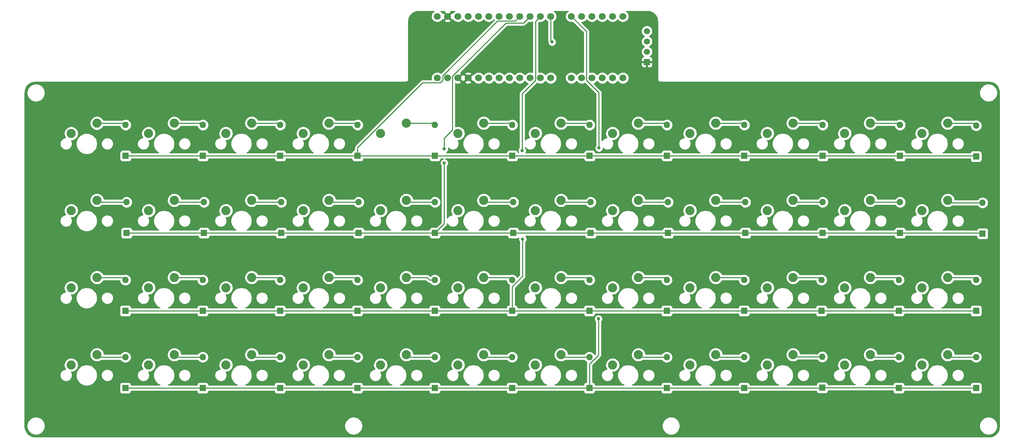
<source format=gbr>
%TF.GenerationSoftware,KiCad,Pcbnew,(5.1.6)-1*%
%TF.CreationDate,2020-06-06T18:37:03-05:00*%
%TF.ProjectId,cerkit48,6365726b-6974-4343-982e-6b696361645f,rev?*%
%TF.SameCoordinates,Original*%
%TF.FileFunction,Copper,L1,Top*%
%TF.FilePolarity,Positive*%
%FSLAX46Y46*%
G04 Gerber Fmt 4.6, Leading zero omitted, Abs format (unit mm)*
G04 Created by KiCad (PCBNEW (5.1.6)-1) date 2020-06-06 18:37:03*
%MOMM*%
%LPD*%
G01*
G04 APERTURE LIST*
%TA.AperFunction,ComponentPad*%
%ADD10C,2.250000*%
%TD*%
%TA.AperFunction,ComponentPad*%
%ADD11O,1.600000X1.600000*%
%TD*%
%TA.AperFunction,ComponentPad*%
%ADD12R,1.600000X1.600000*%
%TD*%
%TA.AperFunction,ComponentPad*%
%ADD13C,1.700000*%
%TD*%
%TA.AperFunction,ComponentPad*%
%ADD14C,1.524000*%
%TD*%
%TA.AperFunction,ComponentPad*%
%ADD15R,1.524000X1.524000*%
%TD*%
%TA.AperFunction,ViaPad*%
%ADD16C,0.800000*%
%TD*%
%TA.AperFunction,Conductor*%
%ADD17C,0.254000*%
%TD*%
G04 APERTURE END LIST*
D10*
%TO.P,SW30,2*%
%TO.N,Net-(D30-Pad2)*%
X134302500Y-98107500D03*
%TO.P,SW30,1*%
%TO.N,COL5*%
X127952500Y-100647500D03*
%TD*%
%TO.P,SW26,2*%
%TO.N,Net-(D26-Pad2)*%
X58102500Y-98107500D03*
%TO.P,SW26,1*%
%TO.N,COL1*%
X51752500Y-100647500D03*
%TD*%
%TO.P,SW31,2*%
%TO.N,Net-(D31-Pad2)*%
X153352500Y-98107500D03*
%TO.P,SW31,1*%
%TO.N,COL6*%
X147002500Y-100647500D03*
%TD*%
%TO.P,SW28,2*%
%TO.N,Net-(D28-Pad2)*%
X96202500Y-98107500D03*
%TO.P,SW28,1*%
%TO.N,COL3*%
X89852500Y-100647500D03*
%TD*%
%TO.P,SW25,2*%
%TO.N,Net-(D25-Pad2)*%
X39052500Y-98107500D03*
%TO.P,SW25,1*%
%TO.N,COL0*%
X32702500Y-100647500D03*
%TD*%
%TO.P,SW29,2*%
%TO.N,Net-(D29-Pad2)*%
X115252500Y-98107500D03*
%TO.P,SW29,1*%
%TO.N,COL4*%
X108902500Y-100647500D03*
%TD*%
%TO.P,SW34,2*%
%TO.N,Net-(D34-Pad2)*%
X210502500Y-98107500D03*
%TO.P,SW34,1*%
%TO.N,COL9*%
X204152500Y-100647500D03*
%TD*%
%TO.P,SW36,1*%
%TO.N,COL11*%
X242252500Y-100647500D03*
%TO.P,SW36,2*%
%TO.N,Net-(D36-Pad2)*%
X248602500Y-98107500D03*
%TD*%
%TO.P,SW32,2*%
%TO.N,Net-(D32-Pad2)*%
X172402500Y-98107500D03*
%TO.P,SW32,1*%
%TO.N,COL7*%
X166052500Y-100647500D03*
%TD*%
%TO.P,SW27,2*%
%TO.N,Net-(D27-Pad2)*%
X77152500Y-98107500D03*
%TO.P,SW27,1*%
%TO.N,COL2*%
X70802500Y-100647500D03*
%TD*%
%TO.P,SW33,2*%
%TO.N,Net-(D33-Pad2)*%
X191452500Y-98107500D03*
%TO.P,SW33,1*%
%TO.N,COL8*%
X185102500Y-100647500D03*
%TD*%
%TO.P,SW35,2*%
%TO.N,Net-(D35-Pad2)*%
X229552500Y-98107500D03*
%TO.P,SW35,1*%
%TO.N,COL10*%
X223202500Y-100647500D03*
%TD*%
D11*
%TO.P,D34,2*%
%TO.N,Net-(D34-Pad2)*%
X217487500Y-98742500D03*
D12*
%TO.P,D34,1*%
%TO.N,ROW2*%
X217487500Y-106362500D03*
%TD*%
D11*
%TO.P,D44,2*%
%TO.N,Net-(D44-Pad2)*%
X179387500Y-117792500D03*
D12*
%TO.P,D44,1*%
%TO.N,ROW3*%
X179387500Y-125412500D03*
%TD*%
D10*
%TO.P,SW14,2*%
%TO.N,Net-(D14-Pad2)*%
X58102500Y-79057500D03*
%TO.P,SW14,1*%
%TO.N,COL1*%
X51752500Y-81597500D03*
%TD*%
%TO.P,SW2,2*%
%TO.N,Net-(D2-Pad2)*%
X58102500Y-60037832D03*
%TO.P,SW2,1*%
%TO.N,COL1*%
X51752500Y-62577832D03*
%TD*%
%TO.P,SW19,2*%
%TO.N,Net-(D19-Pad2)*%
X153352500Y-79057500D03*
%TO.P,SW19,1*%
%TO.N,COL6*%
X147002500Y-81597500D03*
%TD*%
D11*
%TO.P,D43,2*%
%TO.N,Net-(D43-Pad2)*%
X160337500Y-117792500D03*
D12*
%TO.P,D43,1*%
%TO.N,ROW3*%
X160337500Y-125412500D03*
%TD*%
D10*
%TO.P,SW7,2*%
%TO.N,Net-(D7-Pad2)*%
X153352500Y-60007500D03*
%TO.P,SW7,1*%
%TO.N,COL6*%
X147002500Y-62547500D03*
%TD*%
%TO.P,SW47,2*%
%TO.N,Net-(D47-Pad2)*%
X229552500Y-117157500D03*
%TO.P,SW47,1*%
%TO.N,COL10*%
X223202500Y-119697500D03*
%TD*%
%TO.P,SW46,2*%
%TO.N,Net-(D46-Pad2)*%
X210502500Y-117157500D03*
%TO.P,SW46,1*%
%TO.N,COL9*%
X204152500Y-119697500D03*
%TD*%
%TO.P,SW5,2*%
%TO.N,Net-(D5-Pad2)*%
X115252500Y-60007500D03*
%TO.P,SW5,1*%
%TO.N,COL4*%
X108902500Y-62547500D03*
%TD*%
%TO.P,SW8,2*%
%TO.N,Net-(D8-Pad2)*%
X172402500Y-60007500D03*
%TO.P,SW8,1*%
%TO.N,COL7*%
X166052500Y-62547500D03*
%TD*%
%TO.P,SW48,2*%
%TO.N,Net-(D48-Pad2)*%
X248602500Y-117157500D03*
%TO.P,SW48,1*%
%TO.N,COL11*%
X242252500Y-119697500D03*
%TD*%
%TO.P,SW45,2*%
%TO.N,Net-(D45-Pad2)*%
X191452500Y-117157500D03*
%TO.P,SW45,1*%
%TO.N,COL8*%
X185102500Y-119697500D03*
%TD*%
%TO.P,SW44,2*%
%TO.N,Net-(D44-Pad2)*%
X172402500Y-117157500D03*
%TO.P,SW44,1*%
%TO.N,COL7*%
X166052500Y-119697500D03*
%TD*%
%TO.P,SW21,2*%
%TO.N,Net-(D21-Pad2)*%
X191452500Y-79057500D03*
%TO.P,SW21,1*%
%TO.N,COL8*%
X185102500Y-81597500D03*
%TD*%
%TO.P,SW18,2*%
%TO.N,Net-(D18-Pad2)*%
X134302500Y-79057500D03*
%TO.P,SW18,1*%
%TO.N,COL5*%
X127952500Y-81597500D03*
%TD*%
%TO.P,SW12,2*%
%TO.N,Net-(D12-Pad2)*%
X248602500Y-60007500D03*
%TO.P,SW12,1*%
%TO.N,COL11*%
X242252500Y-62547500D03*
%TD*%
%TO.P,SW10,2*%
%TO.N,Net-(D10-Pad2)*%
X210502500Y-60007500D03*
%TO.P,SW10,1*%
%TO.N,COL9*%
X204152500Y-62547500D03*
%TD*%
%TO.P,SW24,2*%
%TO.N,Net-(D24-Pad2)*%
X248602500Y-79057500D03*
%TO.P,SW24,1*%
%TO.N,COL11*%
X242252500Y-81597500D03*
%TD*%
%TO.P,SW22,2*%
%TO.N,Net-(D22-Pad2)*%
X210502500Y-79057500D03*
%TO.P,SW22,1*%
%TO.N,COL9*%
X204152500Y-81597500D03*
%TD*%
%TO.P,SW17,2*%
%TO.N,Net-(D17-Pad2)*%
X115252500Y-79057500D03*
%TO.P,SW17,1*%
%TO.N,COL4*%
X108902500Y-81597500D03*
%TD*%
%TO.P,SW37,2*%
%TO.N,Net-(D37-Pad2)*%
X39052500Y-117157500D03*
%TO.P,SW37,1*%
%TO.N,COL0*%
X32702500Y-119697500D03*
%TD*%
%TO.P,SW38,2*%
%TO.N,Net-(D38-Pad2)*%
X58102500Y-117157500D03*
%TO.P,SW38,1*%
%TO.N,COL1*%
X51752500Y-119697500D03*
%TD*%
%TO.P,SW16,2*%
%TO.N,Net-(D16-Pad2)*%
X96202500Y-79057500D03*
%TO.P,SW16,1*%
%TO.N,COL3*%
X89852500Y-81597500D03*
%TD*%
%TO.P,SW13,2*%
%TO.N,Net-(D13-Pad2)*%
X39052500Y-79057500D03*
%TO.P,SW13,1*%
%TO.N,COL0*%
X32702500Y-81597500D03*
%TD*%
%TO.P,SW40,2*%
%TO.N,Net-(D40-Pad2)*%
X96202500Y-117157500D03*
%TO.P,SW40,1*%
%TO.N,COL3*%
X89852500Y-119697500D03*
%TD*%
%TO.P,SW20,2*%
%TO.N,Net-(D20-Pad2)*%
X172402500Y-79057500D03*
%TO.P,SW20,1*%
%TO.N,COL7*%
X166052500Y-81597500D03*
%TD*%
%TO.P,SW41,2*%
%TO.N,Net-(D41-Pad2)*%
X115252500Y-117157500D03*
%TO.P,SW41,1*%
%TO.N,COL4*%
X108902500Y-119697500D03*
%TD*%
%TO.P,SW42,2*%
%TO.N,Net-(D42-Pad2)*%
X134302500Y-117157500D03*
%TO.P,SW42,1*%
%TO.N,COL5*%
X127952500Y-119697500D03*
%TD*%
%TO.P,SW43,2*%
%TO.N,Net-(D43-Pad2)*%
X153352500Y-117157500D03*
%TO.P,SW43,1*%
%TO.N,COL6*%
X147002500Y-119697500D03*
%TD*%
%TO.P,SW39,2*%
%TO.N,Net-(D39-Pad2)*%
X77152500Y-117157500D03*
%TO.P,SW39,1*%
%TO.N,COL2*%
X70802500Y-119697500D03*
%TD*%
%TO.P,SW23,2*%
%TO.N,Net-(D23-Pad2)*%
X229552500Y-79057500D03*
%TO.P,SW23,1*%
%TO.N,COL10*%
X223202500Y-81597500D03*
%TD*%
%TO.P,SW15,2*%
%TO.N,Net-(D15-Pad2)*%
X77152500Y-79057500D03*
%TO.P,SW15,1*%
%TO.N,COL2*%
X70802500Y-81597500D03*
%TD*%
%TO.P,SW11,2*%
%TO.N,Net-(D11-Pad2)*%
X229552500Y-60007500D03*
%TO.P,SW11,1*%
%TO.N,COL10*%
X223202500Y-62547500D03*
%TD*%
%TO.P,SW6,2*%
%TO.N,Net-(D6-Pad2)*%
X134302500Y-60007500D03*
%TO.P,SW6,1*%
%TO.N,COL5*%
X127952500Y-62547500D03*
%TD*%
%TO.P,SW3,2*%
%TO.N,Net-(D3-Pad2)*%
X77152500Y-60007500D03*
%TO.P,SW3,1*%
%TO.N,COL2*%
X70802500Y-62547500D03*
%TD*%
D11*
%TO.P,D48,2*%
%TO.N,Net-(D48-Pad2)*%
X255587500Y-117792500D03*
D12*
%TO.P,D48,1*%
%TO.N,ROW3*%
X255587500Y-125412500D03*
%TD*%
D11*
%TO.P,D47,2*%
%TO.N,Net-(D47-Pad2)*%
X236537500Y-117792500D03*
D12*
%TO.P,D47,1*%
%TO.N,ROW3*%
X236537500Y-125412500D03*
%TD*%
D11*
%TO.P,D42,2*%
%TO.N,Net-(D42-Pad2)*%
X141287500Y-117792500D03*
D12*
%TO.P,D42,1*%
%TO.N,ROW3*%
X141287500Y-125412500D03*
%TD*%
D11*
%TO.P,D46,2*%
%TO.N,Net-(D46-Pad2)*%
X217678000Y-117729000D03*
D12*
%TO.P,D46,1*%
%TO.N,ROW3*%
X217678000Y-125349000D03*
%TD*%
D11*
%TO.P,D41,2*%
%TO.N,Net-(D41-Pad2)*%
X122237500Y-117792500D03*
D12*
%TO.P,D41,1*%
%TO.N,ROW3*%
X122237500Y-125412500D03*
%TD*%
D11*
%TO.P,D45,2*%
%TO.N,Net-(D45-Pad2)*%
X198437500Y-117792500D03*
D12*
%TO.P,D45,1*%
%TO.N,ROW3*%
X198437500Y-125412500D03*
%TD*%
%TO.P,D37,1*%
%TO.N,ROW3*%
X46037500Y-125412500D03*
D11*
%TO.P,D37,2*%
%TO.N,Net-(D37-Pad2)*%
X46037500Y-117792500D03*
%TD*%
%TO.P,D36,2*%
%TO.N,Net-(D36-Pad2)*%
X255587500Y-98742500D03*
D12*
%TO.P,D36,1*%
%TO.N,ROW2*%
X255587500Y-106362500D03*
%TD*%
D11*
%TO.P,D35,2*%
%TO.N,Net-(D35-Pad2)*%
X236537500Y-98742500D03*
D12*
%TO.P,D35,1*%
%TO.N,ROW2*%
X236537500Y-106362500D03*
%TD*%
D11*
%TO.P,D33,2*%
%TO.N,Net-(D33-Pad2)*%
X198437500Y-98742500D03*
D12*
%TO.P,D33,1*%
%TO.N,ROW2*%
X198437500Y-106362500D03*
%TD*%
D10*
%TO.P,SW4,2*%
%TO.N,Net-(D4-Pad2)*%
X96202500Y-60007500D03*
%TO.P,SW4,1*%
%TO.N,COL3*%
X89852500Y-62547500D03*
%TD*%
%TO.P,SW1,2*%
%TO.N,Net-(D1-Pad2)*%
X39060078Y-60037832D03*
%TO.P,SW1,1*%
%TO.N,COL0*%
X32710078Y-62577832D03*
%TD*%
D12*
%TO.P,D39,1*%
%TO.N,ROW3*%
X84137500Y-125412500D03*
D11*
%TO.P,D39,2*%
%TO.N,Net-(D39-Pad2)*%
X84137500Y-117792500D03*
%TD*%
%TO.P,D38,2*%
%TO.N,Net-(D38-Pad2)*%
X65087500Y-117792500D03*
D12*
%TO.P,D38,1*%
%TO.N,ROW3*%
X65087500Y-125412500D03*
%TD*%
D10*
%TO.P,SW9,2*%
%TO.N,Net-(D9-Pad2)*%
X191452500Y-60007500D03*
%TO.P,SW9,1*%
%TO.N,COL8*%
X185102500Y-62547500D03*
%TD*%
D11*
%TO.P,D40,2*%
%TO.N,Net-(D40-Pad2)*%
X103187500Y-117792500D03*
D12*
%TO.P,D40,1*%
%TO.N,ROW3*%
X103187500Y-125412500D03*
%TD*%
D11*
%TO.P,D8,2*%
%TO.N,Net-(D8-Pad2)*%
X179451000Y-60483750D03*
D12*
%TO.P,D8,1*%
%TO.N,ROW0*%
X179451000Y-68103750D03*
%TD*%
D11*
%TO.P,D7,2*%
%TO.N,Net-(D7-Pad2)*%
X160401000Y-60483750D03*
D12*
%TO.P,D7,1*%
%TO.N,ROW0*%
X160401000Y-68103750D03*
%TD*%
D11*
%TO.P,D17,2*%
%TO.N,Net-(D17-Pad2)*%
X122301000Y-79533750D03*
D12*
%TO.P,D17,1*%
%TO.N,ROW1*%
X122301000Y-87153750D03*
%TD*%
D11*
%TO.P,D18,2*%
%TO.N,Net-(D18-Pad2)*%
X141605000Y-79533750D03*
D12*
%TO.P,D18,1*%
%TO.N,ROW1*%
X141605000Y-87153750D03*
%TD*%
D11*
%TO.P,D31,2*%
%TO.N,Net-(D31-Pad2)*%
X160337500Y-98742500D03*
D12*
%TO.P,D31,1*%
%TO.N,ROW2*%
X160337500Y-106362500D03*
%TD*%
D11*
%TO.P,D29,2*%
%TO.N,Net-(D29-Pad2)*%
X122237500Y-98742500D03*
D12*
%TO.P,D29,1*%
%TO.N,ROW2*%
X122237500Y-106362500D03*
%TD*%
%TO.P,D25,1*%
%TO.N,ROW2*%
X46037500Y-106362500D03*
D11*
%TO.P,D25,2*%
%TO.N,Net-(D25-Pad2)*%
X46037500Y-98742500D03*
%TD*%
%TO.P,D22,2*%
%TO.N,Net-(D22-Pad2)*%
X217805000Y-79533750D03*
D12*
%TO.P,D22,1*%
%TO.N,ROW1*%
X217805000Y-87153750D03*
%TD*%
D11*
%TO.P,D16,2*%
%TO.N,Net-(D16-Pad2)*%
X103505000Y-79533750D03*
D12*
%TO.P,D16,1*%
%TO.N,ROW1*%
X103505000Y-87153750D03*
%TD*%
D11*
%TO.P,D4,2*%
%TO.N,Net-(D4-Pad2)*%
X103251000Y-60483750D03*
D12*
%TO.P,D4,1*%
%TO.N,ROW0*%
X103251000Y-68103750D03*
%TD*%
D11*
%TO.P,D32,2*%
%TO.N,Net-(D32-Pad2)*%
X179387500Y-98742500D03*
D12*
%TO.P,D32,1*%
%TO.N,ROW2*%
X179387500Y-106362500D03*
%TD*%
D11*
%TO.P,D26,2*%
%TO.N,Net-(D26-Pad2)*%
X65087500Y-98742500D03*
D12*
%TO.P,D26,1*%
%TO.N,ROW2*%
X65087500Y-106362500D03*
%TD*%
D11*
%TO.P,D19,2*%
%TO.N,Net-(D19-Pad2)*%
X160655000Y-79533750D03*
D12*
%TO.P,D19,1*%
%TO.N,ROW1*%
X160655000Y-87153750D03*
%TD*%
D11*
%TO.P,D24,2*%
%TO.N,Net-(D24-Pad2)*%
X257175000Y-79692500D03*
D12*
%TO.P,D24,1*%
%TO.N,ROW1*%
X257175000Y-87312500D03*
%TD*%
D11*
%TO.P,D11,2*%
%TO.N,Net-(D11-Pad2)*%
X236855000Y-60483750D03*
D12*
%TO.P,D11,1*%
%TO.N,ROW0*%
X236855000Y-68103750D03*
%TD*%
D11*
%TO.P,D14,2*%
%TO.N,Net-(D14-Pad2)*%
X65405000Y-79533750D03*
D12*
%TO.P,D14,1*%
%TO.N,ROW1*%
X65405000Y-87153750D03*
%TD*%
D11*
%TO.P,D10,2*%
%TO.N,Net-(D10-Pad2)*%
X217805000Y-60483750D03*
D12*
%TO.P,D10,1*%
%TO.N,ROW0*%
X217805000Y-68103750D03*
%TD*%
D11*
%TO.P,D30,2*%
%TO.N,Net-(D30-Pad2)*%
X141287500Y-98742500D03*
D12*
%TO.P,D30,1*%
%TO.N,ROW2*%
X141287500Y-106362500D03*
%TD*%
D11*
%TO.P,D9,2*%
%TO.N,Net-(D9-Pad2)*%
X198501000Y-60483750D03*
D12*
%TO.P,D9,1*%
%TO.N,ROW0*%
X198501000Y-68103750D03*
%TD*%
D11*
%TO.P,D20,2*%
%TO.N,Net-(D20-Pad2)*%
X179705000Y-79533750D03*
D12*
%TO.P,D20,1*%
%TO.N,ROW1*%
X179705000Y-87153750D03*
%TD*%
D11*
%TO.P,D12,2*%
%TO.N,Net-(D12-Pad2)*%
X255587500Y-60642500D03*
D12*
%TO.P,D12,1*%
%TO.N,ROW0*%
X255587500Y-68262500D03*
%TD*%
D11*
%TO.P,D23,2*%
%TO.N,Net-(D23-Pad2)*%
X236855000Y-79533750D03*
D12*
%TO.P,D23,1*%
%TO.N,ROW1*%
X236855000Y-87153750D03*
%TD*%
%TO.P,D3,1*%
%TO.N,ROW0*%
X84201000Y-68103750D03*
D11*
%TO.P,D3,2*%
%TO.N,Net-(D3-Pad2)*%
X84201000Y-60483750D03*
%TD*%
%TO.P,D2,2*%
%TO.N,Net-(D2-Pad2)*%
X65151000Y-60483750D03*
D12*
%TO.P,D2,1*%
%TO.N,ROW0*%
X65151000Y-68103750D03*
%TD*%
%TO.P,D1,1*%
%TO.N,ROW0*%
X46101000Y-68103750D03*
D11*
%TO.P,D1,2*%
%TO.N,Net-(D1-Pad2)*%
X46101000Y-60483750D03*
%TD*%
%TO.P,D21,2*%
%TO.N,Net-(D21-Pad2)*%
X198755000Y-79533750D03*
D12*
%TO.P,D21,1*%
%TO.N,ROW1*%
X198755000Y-87153750D03*
%TD*%
D11*
%TO.P,D28,2*%
%TO.N,Net-(D28-Pad2)*%
X103187500Y-98742500D03*
D12*
%TO.P,D28,1*%
%TO.N,ROW2*%
X103187500Y-106362500D03*
%TD*%
%TO.P,D27,1*%
%TO.N,ROW2*%
X84137500Y-106362500D03*
D11*
%TO.P,D27,2*%
%TO.N,Net-(D27-Pad2)*%
X84137500Y-98742500D03*
%TD*%
D12*
%TO.P,D13,1*%
%TO.N,ROW1*%
X46355000Y-87153750D03*
D11*
%TO.P,D13,2*%
%TO.N,Net-(D13-Pad2)*%
X46355000Y-79533750D03*
%TD*%
D12*
%TO.P,D15,1*%
%TO.N,ROW1*%
X84455000Y-87153750D03*
D11*
%TO.P,D15,2*%
%TO.N,Net-(D15-Pad2)*%
X84455000Y-79533750D03*
%TD*%
%TO.P,D6,2*%
%TO.N,Net-(D6-Pad2)*%
X141351000Y-60483750D03*
D12*
%TO.P,D6,1*%
%TO.N,ROW0*%
X141351000Y-68103750D03*
%TD*%
D11*
%TO.P,D5,2*%
%TO.N,Net-(D5-Pad2)*%
X122301000Y-60452000D03*
D12*
%TO.P,D5,1*%
%TO.N,ROW0*%
X122301000Y-68072000D03*
%TD*%
D13*
%TO.P,U1,RST*%
%TO.N,Net-(U1-PadRST)*%
X168582500Y-33660000D03*
%TO.P,U1,A13*%
%TO.N,Net-(U1-PadA13)*%
X166042500Y-33660000D03*
%TO.P,U1,B12*%
%TO.N,Net-(U1-PadB12)*%
X160962500Y-33660000D03*
%TO.P,U1,A14*%
%TO.N,Net-(U1-PadA14)*%
X163502500Y-33660000D03*
%TO.P,U1,B10*%
%TO.N,ROW3*%
X155882500Y-33660000D03*
%TO.P,U1,B11*%
%TO.N,Net-(U1-PadB11)*%
X158422500Y-33660000D03*
%TO.P,U1,B9*%
%TO.N,SDA*%
X150802500Y-33660000D03*
%TO.P,U1,B13*%
%TO.N,ROW0*%
X143182500Y-33660000D03*
%TO.P,U1,B15*%
%TO.N,ROW2*%
X148262500Y-33660000D03*
%TO.P,U1,B14*%
%TO.N,ROW1*%
X145722500Y-33660000D03*
%TO.P,U1,B8*%
%TO.N,SCL*%
X140642500Y-33660000D03*
%TO.P,U1,A0*%
%TO.N,Net-(U1-PadA0)*%
X138102500Y-33660000D03*
%TO.P,U1,A1*%
%TO.N,Net-(U1-PadA1)*%
X135562500Y-33660000D03*
%TO.P,U1,3.3V*%
%TO.N,3.3V*%
X130482500Y-33660000D03*
%TO.P,U1,A2*%
%TO.N,Net-(U1-PadA2)*%
X133022500Y-33660000D03*
%TO.P,U1,DFU*%
%TO.N,Net-(U1-PadDFU)*%
X127942500Y-33660000D03*
%TO.P,U1,GND*%
%TO.N,GND*%
X125402500Y-33660000D03*
%TO.P,U1,A4*%
%TO.N,Net-(U1-PadA4)*%
X155882500Y-48875000D03*
%TO.P,U1,A15*%
%TO.N,COL11*%
X168582500Y-48875000D03*
%TO.P,U1,A6*%
%TO.N,COL8*%
X160962500Y-48875000D03*
%TO.P,U1,A8*%
%TO.N,COL10*%
X166042500Y-48875000D03*
%TO.P,U1,A7*%
%TO.N,COL9*%
X163502500Y-48875000D03*
%TO.P,U1,A5*%
%TO.N,Net-(U1-PadA5)*%
X158422500Y-48875000D03*
%TO.P,U1,B0*%
%TO.N,COL7*%
X150802500Y-48875000D03*
%TO.P,U1,B1*%
%TO.N,COL6*%
X148262500Y-48875000D03*
%TO.P,U1,B2*%
%TO.N,COL5*%
X145722500Y-48875000D03*
%TO.P,U1,B3*%
%TO.N,COL4*%
X143182500Y-48875000D03*
%TO.P,U1,B4*%
%TO.N,COL3*%
X140642500Y-48875000D03*
%TO.P,U1,B5*%
%TO.N,COL2*%
X138102500Y-48875000D03*
%TO.P,U1,B6*%
%TO.N,COL1*%
X135562500Y-48875000D03*
%TO.P,U1,B7*%
%TO.N,COL0*%
X133022500Y-48875000D03*
%TO.P,U1,GND*%
%TO.N,GND*%
X130482500Y-48875000D03*
X127942500Y-48875000D03*
%TO.P,U1,A9*%
%TO.N,Net-(U1-PadA9)*%
X122862500Y-48875000D03*
%TO.P,U1,A10*%
%TO.N,Net-(U1-PadA10)*%
X125402500Y-48875000D03*
%TO.P,U1,5V*%
%TO.N,Net-(U1-Pad5V)*%
X122862500Y-33660000D03*
%TD*%
D14*
%TO.P,J1,4*%
%TO.N,SCL*%
X174498000Y-37338000D03*
%TO.P,J1,3*%
%TO.N,SDA*%
X174498000Y-39878000D03*
%TO.P,J1,2*%
%TO.N,3.3V*%
X174498000Y-42418000D03*
D15*
%TO.P,J1,1*%
%TO.N,GND*%
X174498000Y-44958000D03*
%TD*%
D16*
%TO.N,SDA*%
X151130000Y-40005000D03*
%TO.N,ROW3*%
X162560000Y-108331000D03*
X162687000Y-66167000D03*
%TO.N,ROW2*%
X143891000Y-88646000D03*
X143764000Y-66802000D03*
%TO.N,ROW1*%
X124587000Y-69850000D03*
X124587000Y-66421000D03*
%TD*%
D17*
%TO.N,Net-(D1-Pad2)*%
X45655082Y-60037832D02*
X46101000Y-60483750D01*
X39060078Y-60037832D02*
X45655082Y-60037832D01*
%TO.N,ROW0*%
X46101000Y-68103750D02*
X65151000Y-68103750D01*
X65151000Y-68103750D02*
X84201000Y-68103750D01*
X84201000Y-68103750D02*
X103251000Y-68103750D01*
X122269250Y-68103750D02*
X122301000Y-68072000D01*
X103251000Y-68103750D02*
X122269250Y-68103750D01*
X141319250Y-68072000D02*
X141351000Y-68103750D01*
X122301000Y-68072000D02*
X141319250Y-68072000D01*
X141351000Y-68103750D02*
X160401000Y-68103750D01*
X179451000Y-68103750D02*
X160401000Y-68103750D01*
X179451000Y-68103750D02*
X198501000Y-68103750D01*
X198501000Y-68103750D02*
X217805000Y-68103750D01*
X217805000Y-68103750D02*
X236855000Y-68103750D01*
X255428750Y-68103750D02*
X255587500Y-68262500D01*
X236855000Y-68103750D02*
X255428750Y-68103750D01*
X142005499Y-34837001D02*
X143182500Y-33660000D01*
X137698537Y-34837001D02*
X142005499Y-34837001D01*
X124225499Y-48310039D02*
X137698537Y-34837001D01*
X124225499Y-49439961D02*
X124225499Y-48310039D01*
X119249037Y-50052001D02*
X123613459Y-50052001D01*
X123613459Y-50052001D02*
X124225499Y-49439961D01*
X103251000Y-66050038D02*
X119249037Y-50052001D01*
X103251000Y-68103750D02*
X103251000Y-66050038D01*
%TO.N,Net-(D2-Pad2)*%
X64705082Y-60037832D02*
X65151000Y-60483750D01*
X58102500Y-60037832D02*
X64705082Y-60037832D01*
%TO.N,Net-(D3-Pad2)*%
X83724750Y-60007500D02*
X84201000Y-60483750D01*
X77152500Y-60007500D02*
X83724750Y-60007500D01*
%TO.N,Net-(D4-Pad2)*%
X102774750Y-60007500D02*
X103251000Y-60483750D01*
X96202500Y-60007500D02*
X102774750Y-60007500D01*
%TO.N,Net-(D5-Pad2)*%
X121856500Y-60007500D02*
X122301000Y-60452000D01*
X115252500Y-60007500D02*
X121856500Y-60007500D01*
%TO.N,Net-(D6-Pad2)*%
X140874750Y-60007500D02*
X141351000Y-60483750D01*
X134302500Y-60007500D02*
X140874750Y-60007500D01*
%TO.N,Net-(D7-Pad2)*%
X159924750Y-60007500D02*
X160401000Y-60483750D01*
X153352500Y-60007500D02*
X159924750Y-60007500D01*
%TO.N,Net-(D8-Pad2)*%
X178974750Y-60007500D02*
X179451000Y-60483750D01*
X172402500Y-60007500D02*
X178974750Y-60007500D01*
%TO.N,Net-(D9-Pad2)*%
X198024750Y-60007500D02*
X198501000Y-60483750D01*
X191452500Y-60007500D02*
X198024750Y-60007500D01*
%TO.N,Net-(D10-Pad2)*%
X217328750Y-60007500D02*
X217805000Y-60483750D01*
X210502500Y-60007500D02*
X217328750Y-60007500D01*
%TO.N,Net-(D11-Pad2)*%
X236378750Y-60007500D02*
X236855000Y-60483750D01*
X229552500Y-60007500D02*
X236378750Y-60007500D01*
%TO.N,Net-(D12-Pad2)*%
X254952500Y-60007500D02*
X255587500Y-60642500D01*
X248602500Y-60007500D02*
X254952500Y-60007500D01*
%TO.N,Net-(D13-Pad2)*%
X39528750Y-79533750D02*
X39052500Y-79057500D01*
X46355000Y-79533750D02*
X39528750Y-79533750D01*
%TO.N,ROW1*%
X46355000Y-87153750D02*
X65405000Y-87153750D01*
X65405000Y-87153750D02*
X84455000Y-87153750D01*
X84455000Y-87153750D02*
X103505000Y-87153750D01*
X103505000Y-87153750D02*
X122301000Y-87153750D01*
X122301000Y-87153750D02*
X141605000Y-87153750D01*
X141605000Y-87153750D02*
X160655000Y-87153750D01*
X160655000Y-87153750D02*
X179705000Y-87153750D01*
X179705000Y-87153750D02*
X198755000Y-87153750D01*
X208381184Y-87153750D02*
X217805000Y-87153750D01*
X198755000Y-87153750D02*
X208381184Y-87153750D01*
X217805000Y-87153750D02*
X236855000Y-87153750D01*
X257016250Y-87153750D02*
X257175000Y-87312500D01*
X236855000Y-87153750D02*
X257016250Y-87153750D01*
X124587000Y-84867750D02*
X124587000Y-69850000D01*
X122301000Y-87153750D02*
X124587000Y-84867750D01*
X124587000Y-63764038D02*
X126619000Y-61732038D01*
X124587000Y-66421000D02*
X124587000Y-63764038D01*
X144091489Y-35291011D02*
X145722500Y-33660000D01*
X126619000Y-48456538D02*
X139784527Y-35291011D01*
X139784527Y-35291011D02*
X144091489Y-35291011D01*
X126619000Y-61732038D02*
X126619000Y-48456538D01*
%TO.N,Net-(D14-Pad2)*%
X58578750Y-79533750D02*
X58102500Y-79057500D01*
X65405000Y-79533750D02*
X58578750Y-79533750D01*
%TO.N,Net-(D15-Pad2)*%
X77628750Y-79533750D02*
X77152500Y-79057500D01*
X84455000Y-79533750D02*
X77628750Y-79533750D01*
%TO.N,Net-(D16-Pad2)*%
X96678750Y-79533750D02*
X96202500Y-79057500D01*
X103505000Y-79533750D02*
X96678750Y-79533750D01*
%TO.N,Net-(D17-Pad2)*%
X115728750Y-79533750D02*
X115252500Y-79057500D01*
X122301000Y-79533750D02*
X115728750Y-79533750D01*
%TO.N,Net-(D18-Pad2)*%
X134778750Y-79533750D02*
X134302500Y-79057500D01*
X141605000Y-79533750D02*
X134778750Y-79533750D01*
%TO.N,Net-(D19-Pad2)*%
X153828750Y-79533750D02*
X153352500Y-79057500D01*
X160655000Y-79533750D02*
X153828750Y-79533750D01*
%TO.N,Net-(D20-Pad2)*%
X172878750Y-79533750D02*
X172402500Y-79057500D01*
X179705000Y-79533750D02*
X172878750Y-79533750D01*
%TO.N,Net-(D21-Pad2)*%
X191928750Y-79533750D02*
X191452500Y-79057500D01*
X198755000Y-79533750D02*
X191928750Y-79533750D01*
%TO.N,Net-(D22-Pad2)*%
X210978750Y-79533750D02*
X210502500Y-79057500D01*
X217805000Y-79533750D02*
X210978750Y-79533750D01*
%TO.N,Net-(D23-Pad2)*%
X230028750Y-79533750D02*
X229552500Y-79057500D01*
X236855000Y-79533750D02*
X230028750Y-79533750D01*
%TO.N,Net-(D24-Pad2)*%
X249237500Y-79692500D02*
X248602500Y-79057500D01*
X257175000Y-79692500D02*
X249237500Y-79692500D01*
%TO.N,Net-(D25-Pad2)*%
X45402500Y-98107500D02*
X46037500Y-98742500D01*
X39052500Y-98107500D02*
X45402500Y-98107500D01*
%TO.N,ROW2*%
X255587500Y-106362500D02*
X236537500Y-106362500D01*
X236537500Y-106362500D02*
X217487500Y-106362500D01*
X217487500Y-106362500D02*
X198437500Y-106362500D01*
X198437500Y-106362500D02*
X179387500Y-106362500D01*
X179387500Y-106362500D02*
X160337500Y-106362500D01*
X160337500Y-106362500D02*
X141287500Y-106362500D01*
X141287500Y-106362500D02*
X122237500Y-106362500D01*
X122237500Y-106362500D02*
X103187500Y-106362500D01*
X103187500Y-106362500D02*
X84137500Y-106362500D01*
X84137500Y-106362500D02*
X65087500Y-106362500D01*
X65087500Y-106362500D02*
X46037500Y-106362500D01*
X143891000Y-97806962D02*
X143891000Y-88646000D01*
X141287500Y-100410462D02*
X143891000Y-97806962D01*
X141287500Y-106362500D02*
X141287500Y-100410462D01*
X143764000Y-52761460D02*
X147066000Y-49459460D01*
X143764000Y-66802000D02*
X143764000Y-52761460D01*
X147066000Y-34856500D02*
X148262500Y-33660000D01*
X147066000Y-49459460D02*
X147066000Y-34856500D01*
%TO.N,Net-(D26-Pad2)*%
X64452500Y-98107500D02*
X65087500Y-98742500D01*
X58102500Y-98107500D02*
X64452500Y-98107500D01*
%TO.N,Net-(D27-Pad2)*%
X83502500Y-98107500D02*
X84137500Y-98742500D01*
X77152500Y-98107500D02*
X83502500Y-98107500D01*
%TO.N,Net-(D28-Pad2)*%
X102552500Y-98107500D02*
X103187500Y-98742500D01*
X96202500Y-98107500D02*
X102552500Y-98107500D01*
%TO.N,Net-(D29-Pad2)*%
X115252500Y-98107500D02*
X120332500Y-98107500D01*
X120967500Y-98742500D02*
X122237500Y-98742500D01*
X120332500Y-98107500D02*
X120967500Y-98742500D01*
%TO.N,Net-(D30-Pad2)*%
X140652500Y-98107500D02*
X141287500Y-98742500D01*
X134302500Y-98107500D02*
X140652500Y-98107500D01*
%TO.N,Net-(D31-Pad2)*%
X159702500Y-98107500D02*
X160337500Y-98742500D01*
X153352500Y-98107500D02*
X159702500Y-98107500D01*
%TO.N,Net-(D32-Pad2)*%
X178752500Y-98107500D02*
X179387500Y-98742500D01*
X172402500Y-98107500D02*
X178752500Y-98107500D01*
%TO.N,Net-(D33-Pad2)*%
X197802500Y-98107500D02*
X198437500Y-98742500D01*
X191452500Y-98107500D02*
X197802500Y-98107500D01*
%TO.N,Net-(D34-Pad2)*%
X216852500Y-98107500D02*
X217487500Y-98742500D01*
X210502500Y-98107500D02*
X216852500Y-98107500D01*
%TO.N,Net-(D35-Pad2)*%
X235902500Y-98107500D02*
X236537500Y-98742500D01*
X229552500Y-98107500D02*
X235902500Y-98107500D01*
%TO.N,Net-(D36-Pad2)*%
X254952500Y-98107500D02*
X255587500Y-98742500D01*
X248602500Y-98107500D02*
X254952500Y-98107500D01*
%TO.N,Net-(D37-Pad2)*%
X39687500Y-117792500D02*
X39052500Y-117157500D01*
X46037500Y-117792500D02*
X39687500Y-117792500D01*
%TO.N,ROW3*%
X46037500Y-125412500D02*
X65087500Y-125412500D01*
X65087500Y-125412500D02*
X84137500Y-125412500D01*
X84137500Y-125412500D02*
X103187500Y-125412500D01*
X103187500Y-125412500D02*
X122237500Y-125412500D01*
X122237500Y-125412500D02*
X141287500Y-125412500D01*
X141287500Y-125412500D02*
X160337500Y-125412500D01*
X160337500Y-125412500D02*
X179387500Y-125412500D01*
X179387500Y-125412500D02*
X198437500Y-125412500D01*
X217614500Y-125412500D02*
X217678000Y-125349000D01*
X198437500Y-125412500D02*
X217614500Y-125412500D01*
X236474000Y-125349000D02*
X236537500Y-125412500D01*
X217678000Y-125349000D02*
X236474000Y-125349000D01*
X236537500Y-125412500D02*
X255587500Y-125412500D01*
X159599501Y-37377001D02*
X155882500Y-33660000D01*
X159599501Y-49439961D02*
X159599501Y-37377001D01*
X162687000Y-52527460D02*
X159599501Y-49439961D01*
X162687000Y-66167000D02*
X162687000Y-52527460D01*
X160337500Y-119460462D02*
X160337500Y-125412500D01*
X162560000Y-117237962D02*
X160337500Y-119460462D01*
X162560000Y-108331000D02*
X162560000Y-117237962D01*
%TO.N,Net-(D38-Pad2)*%
X58737500Y-117792500D02*
X58102500Y-117157500D01*
X65087500Y-117792500D02*
X58737500Y-117792500D01*
%TO.N,Net-(D39-Pad2)*%
X77787500Y-117792500D02*
X77152500Y-117157500D01*
X84137500Y-117792500D02*
X77787500Y-117792500D01*
%TO.N,Net-(D40-Pad2)*%
X96837500Y-117792500D02*
X96202500Y-117157500D01*
X103187500Y-117792500D02*
X96837500Y-117792500D01*
%TO.N,Net-(D41-Pad2)*%
X115887500Y-117792500D02*
X115252500Y-117157500D01*
X122237500Y-117792500D02*
X115887500Y-117792500D01*
%TO.N,Net-(D42-Pad2)*%
X134937500Y-117792500D02*
X134302500Y-117157500D01*
X141287500Y-117792500D02*
X134937500Y-117792500D01*
%TO.N,Net-(D43-Pad2)*%
X153987500Y-117792500D02*
X153352500Y-117157500D01*
X160337500Y-117792500D02*
X153987500Y-117792500D01*
%TO.N,Net-(D44-Pad2)*%
X173037500Y-117792500D02*
X172402500Y-117157500D01*
X179387500Y-117792500D02*
X173037500Y-117792500D01*
%TO.N,Net-(D45-Pad2)*%
X192087500Y-117792500D02*
X191452500Y-117157500D01*
X198437500Y-117792500D02*
X192087500Y-117792500D01*
%TO.N,Net-(D46-Pad2)*%
X211074000Y-117729000D02*
X210502500Y-117157500D01*
X217678000Y-117729000D02*
X211074000Y-117729000D01*
%TO.N,Net-(D47-Pad2)*%
X230187500Y-117792500D02*
X229552500Y-117157500D01*
X236537500Y-117792500D02*
X230187500Y-117792500D01*
%TO.N,Net-(D48-Pad2)*%
X249237500Y-117792500D02*
X248602500Y-117157500D01*
X255587500Y-117792500D02*
X249237500Y-117792500D01*
%TO.N,SDA*%
X150802500Y-39677500D02*
X151130000Y-40005000D01*
X150802500Y-33660000D02*
X150802500Y-39677500D01*
%TD*%
%TO.N,GND*%
G36*
X121915868Y-32506525D02*
G01*
X121709025Y-32713368D01*
X121546510Y-32956589D01*
X121434568Y-33226842D01*
X121377500Y-33513740D01*
X121377500Y-33806260D01*
X121434568Y-34093158D01*
X121546510Y-34363411D01*
X121709025Y-34606632D01*
X121915868Y-34813475D01*
X122159089Y-34975990D01*
X122429342Y-35087932D01*
X122716240Y-35145000D01*
X123008760Y-35145000D01*
X123295658Y-35087932D01*
X123565911Y-34975990D01*
X123809132Y-34813475D01*
X123934210Y-34688397D01*
X124553708Y-34688397D01*
X124631343Y-34937472D01*
X124895383Y-35063371D01*
X125178911Y-35135339D01*
X125471031Y-35150611D01*
X125760519Y-35108599D01*
X126036247Y-35010919D01*
X126173657Y-34937472D01*
X126251292Y-34688397D01*
X125402500Y-33839605D01*
X124553708Y-34688397D01*
X123934210Y-34688397D01*
X124015975Y-34606632D01*
X124131811Y-34433271D01*
X124374103Y-34508792D01*
X125222895Y-33660000D01*
X124374103Y-32811208D01*
X124131811Y-32886729D01*
X124015975Y-32713368D01*
X123809132Y-32506525D01*
X123664672Y-32410000D01*
X124622780Y-32410000D01*
X124553708Y-32631603D01*
X125402500Y-33480395D01*
X126251292Y-32631603D01*
X126182220Y-32410000D01*
X127140328Y-32410000D01*
X126995868Y-32506525D01*
X126789025Y-32713368D01*
X126673189Y-32886729D01*
X126430897Y-32811208D01*
X125582105Y-33660000D01*
X126430897Y-34508792D01*
X126673189Y-34433271D01*
X126789025Y-34606632D01*
X126995868Y-34813475D01*
X127239089Y-34975990D01*
X127509342Y-35087932D01*
X127796240Y-35145000D01*
X128088760Y-35145000D01*
X128375658Y-35087932D01*
X128645911Y-34975990D01*
X128889132Y-34813475D01*
X129095975Y-34606632D01*
X129212500Y-34432240D01*
X129329025Y-34606632D01*
X129535868Y-34813475D01*
X129779089Y-34975990D01*
X130049342Y-35087932D01*
X130336240Y-35145000D01*
X130628760Y-35145000D01*
X130915658Y-35087932D01*
X131185911Y-34975990D01*
X131429132Y-34813475D01*
X131635975Y-34606632D01*
X131752500Y-34432240D01*
X131869025Y-34606632D01*
X132075868Y-34813475D01*
X132319089Y-34975990D01*
X132589342Y-35087932D01*
X132876240Y-35145000D01*
X133168760Y-35145000D01*
X133455658Y-35087932D01*
X133725911Y-34975990D01*
X133969132Y-34813475D01*
X134175975Y-34606632D01*
X134292500Y-34432240D01*
X134409025Y-34606632D01*
X134615868Y-34813475D01*
X134859089Y-34975990D01*
X135129342Y-35087932D01*
X135416240Y-35145000D01*
X135708760Y-35145000D01*
X135995658Y-35087932D01*
X136265911Y-34975990D01*
X136509132Y-34813475D01*
X136715975Y-34606632D01*
X136832500Y-34432240D01*
X136909872Y-34548035D01*
X123765522Y-47692386D01*
X123565911Y-47559010D01*
X123295658Y-47447068D01*
X123008760Y-47390000D01*
X122716240Y-47390000D01*
X122429342Y-47447068D01*
X122159089Y-47559010D01*
X121915868Y-47721525D01*
X121709025Y-47928368D01*
X121546510Y-48171589D01*
X121434568Y-48441842D01*
X121377500Y-48728740D01*
X121377500Y-49021260D01*
X121430956Y-49290001D01*
X119286460Y-49290001D01*
X119249037Y-49286315D01*
X119211614Y-49290001D01*
X119211611Y-49290001D01*
X119099659Y-49301027D01*
X118956022Y-49344599D01*
X118894401Y-49377536D01*
X118823644Y-49415356D01*
X118740941Y-49483229D01*
X118707615Y-49510579D01*
X118683758Y-49539649D01*
X102738649Y-65484759D01*
X102709579Y-65508616D01*
X102685722Y-65537686D01*
X102685721Y-65537687D01*
X102614355Y-65624646D01*
X102543599Y-65757023D01*
X102500027Y-65900660D01*
X102485314Y-66050038D01*
X102489001Y-66087471D01*
X102489001Y-66665678D01*
X102451000Y-66665678D01*
X102326518Y-66677938D01*
X102206820Y-66714248D01*
X102096506Y-66773213D01*
X101999815Y-66852565D01*
X101920463Y-66949256D01*
X101861498Y-67059570D01*
X101825188Y-67179268D01*
X101812928Y-67303750D01*
X101812928Y-67341750D01*
X95020671Y-67341750D01*
X95338326Y-67129500D01*
X95704500Y-66763326D01*
X95992201Y-66332751D01*
X96190373Y-65854322D01*
X96291400Y-65346424D01*
X96291400Y-64938778D01*
X97232500Y-64938778D01*
X97232500Y-65236222D01*
X97290529Y-65527951D01*
X97404356Y-65802753D01*
X97569607Y-66050069D01*
X97779931Y-66260393D01*
X98027247Y-66425644D01*
X98302049Y-66539471D01*
X98593778Y-66597500D01*
X98891222Y-66597500D01*
X99182951Y-66539471D01*
X99457753Y-66425644D01*
X99705069Y-66260393D01*
X99915393Y-66050069D01*
X100080644Y-65802753D01*
X100194471Y-65527951D01*
X100252500Y-65236222D01*
X100252500Y-64938778D01*
X100194471Y-64647049D01*
X100080644Y-64372247D01*
X99915393Y-64124931D01*
X99705069Y-63914607D01*
X99457753Y-63749356D01*
X99182951Y-63635529D01*
X98891222Y-63577500D01*
X98593778Y-63577500D01*
X98302049Y-63635529D01*
X98027247Y-63749356D01*
X97779931Y-63914607D01*
X97569607Y-64124931D01*
X97404356Y-64372247D01*
X97290529Y-64647049D01*
X97232500Y-64938778D01*
X96291400Y-64938778D01*
X96291400Y-64828576D01*
X96190373Y-64320678D01*
X95992201Y-63842249D01*
X95704500Y-63411674D01*
X95338326Y-63045500D01*
X94907751Y-62757799D01*
X94429322Y-62559627D01*
X93921424Y-62458600D01*
X93403576Y-62458600D01*
X92895678Y-62559627D01*
X92417249Y-62757799D01*
X91986674Y-63045500D01*
X91620500Y-63411674D01*
X91332799Y-63842249D01*
X91134627Y-64320678D01*
X91033600Y-64828576D01*
X91033600Y-65346424D01*
X91134627Y-65854322D01*
X91332799Y-66332751D01*
X91620500Y-66763326D01*
X91986674Y-67129500D01*
X92304329Y-67341750D01*
X85639072Y-67341750D01*
X85639072Y-67303750D01*
X85626812Y-67179268D01*
X85590502Y-67059570D01*
X85531537Y-66949256D01*
X85452185Y-66852565D01*
X85355494Y-66773213D01*
X85245180Y-66714248D01*
X85125482Y-66677938D01*
X85001000Y-66665678D01*
X83401000Y-66665678D01*
X83276518Y-66677938D01*
X83156820Y-66714248D01*
X83046506Y-66773213D01*
X82949815Y-66852565D01*
X82870463Y-66949256D01*
X82811498Y-67059570D01*
X82775188Y-67179268D01*
X82762928Y-67303750D01*
X82762928Y-67341750D01*
X75970671Y-67341750D01*
X76288326Y-67129500D01*
X76654500Y-66763326D01*
X76942201Y-66332751D01*
X77140373Y-65854322D01*
X77241400Y-65346424D01*
X77241400Y-64938778D01*
X78182500Y-64938778D01*
X78182500Y-65236222D01*
X78240529Y-65527951D01*
X78354356Y-65802753D01*
X78519607Y-66050069D01*
X78729931Y-66260393D01*
X78977247Y-66425644D01*
X79252049Y-66539471D01*
X79543778Y-66597500D01*
X79841222Y-66597500D01*
X80132951Y-66539471D01*
X80407753Y-66425644D01*
X80655069Y-66260393D01*
X80865393Y-66050069D01*
X81030644Y-65802753D01*
X81144471Y-65527951D01*
X81202500Y-65236222D01*
X81202500Y-64938778D01*
X87072500Y-64938778D01*
X87072500Y-65236222D01*
X87130529Y-65527951D01*
X87244356Y-65802753D01*
X87409607Y-66050069D01*
X87619931Y-66260393D01*
X87867247Y-66425644D01*
X88142049Y-66539471D01*
X88433778Y-66597500D01*
X88731222Y-66597500D01*
X89022951Y-66539471D01*
X89297753Y-66425644D01*
X89545069Y-66260393D01*
X89755393Y-66050069D01*
X89920644Y-65802753D01*
X90034471Y-65527951D01*
X90092500Y-65236222D01*
X90092500Y-64938778D01*
X90034471Y-64647049D01*
X89920644Y-64372247D01*
X89877382Y-64307500D01*
X90025845Y-64307500D01*
X90365873Y-64239864D01*
X90686173Y-64107192D01*
X90974435Y-63914581D01*
X91219581Y-63669435D01*
X91412192Y-63381173D01*
X91544864Y-63060873D01*
X91612500Y-62720845D01*
X91612500Y-62374155D01*
X91544864Y-62034127D01*
X91412192Y-61713827D01*
X91219581Y-61425565D01*
X90974435Y-61180419D01*
X90686173Y-60987808D01*
X90365873Y-60855136D01*
X90025845Y-60787500D01*
X89679155Y-60787500D01*
X89339127Y-60855136D01*
X89018827Y-60987808D01*
X88730565Y-61180419D01*
X88485419Y-61425565D01*
X88292808Y-61713827D01*
X88160136Y-62034127D01*
X88092500Y-62374155D01*
X88092500Y-62720845D01*
X88160136Y-63060873D01*
X88292808Y-63381173D01*
X88425138Y-63579219D01*
X88142049Y-63635529D01*
X87867247Y-63749356D01*
X87619931Y-63914607D01*
X87409607Y-64124931D01*
X87244356Y-64372247D01*
X87130529Y-64647049D01*
X87072500Y-64938778D01*
X81202500Y-64938778D01*
X81144471Y-64647049D01*
X81030644Y-64372247D01*
X80865393Y-64124931D01*
X80655069Y-63914607D01*
X80407753Y-63749356D01*
X80132951Y-63635529D01*
X79841222Y-63577500D01*
X79543778Y-63577500D01*
X79252049Y-63635529D01*
X78977247Y-63749356D01*
X78729931Y-63914607D01*
X78519607Y-64124931D01*
X78354356Y-64372247D01*
X78240529Y-64647049D01*
X78182500Y-64938778D01*
X77241400Y-64938778D01*
X77241400Y-64828576D01*
X77140373Y-64320678D01*
X76942201Y-63842249D01*
X76654500Y-63411674D01*
X76288326Y-63045500D01*
X75857751Y-62757799D01*
X75379322Y-62559627D01*
X74871424Y-62458600D01*
X74353576Y-62458600D01*
X73845678Y-62559627D01*
X73367249Y-62757799D01*
X72936674Y-63045500D01*
X72570500Y-63411674D01*
X72282799Y-63842249D01*
X72084627Y-64320678D01*
X71983600Y-64828576D01*
X71983600Y-65346424D01*
X72084627Y-65854322D01*
X72282799Y-66332751D01*
X72570500Y-66763326D01*
X72936674Y-67129500D01*
X73254329Y-67341750D01*
X66589072Y-67341750D01*
X66589072Y-67303750D01*
X66576812Y-67179268D01*
X66540502Y-67059570D01*
X66481537Y-66949256D01*
X66402185Y-66852565D01*
X66305494Y-66773213D01*
X66195180Y-66714248D01*
X66075482Y-66677938D01*
X65951000Y-66665678D01*
X64351000Y-66665678D01*
X64226518Y-66677938D01*
X64106820Y-66714248D01*
X63996506Y-66773213D01*
X63899815Y-66852565D01*
X63820463Y-66949256D01*
X63761498Y-67059570D01*
X63725188Y-67179268D01*
X63712928Y-67303750D01*
X63712928Y-67341750D01*
X56966066Y-67341750D01*
X57238326Y-67159832D01*
X57604500Y-66793658D01*
X57892201Y-66363083D01*
X58090373Y-65884654D01*
X58191400Y-65376756D01*
X58191400Y-64969110D01*
X59132500Y-64969110D01*
X59132500Y-65266554D01*
X59190529Y-65558283D01*
X59304356Y-65833085D01*
X59469607Y-66080401D01*
X59679931Y-66290725D01*
X59927247Y-66455976D01*
X60202049Y-66569803D01*
X60493778Y-66627832D01*
X60791222Y-66627832D01*
X61082951Y-66569803D01*
X61357753Y-66455976D01*
X61605069Y-66290725D01*
X61815393Y-66080401D01*
X61980644Y-65833085D01*
X62094471Y-65558283D01*
X62152500Y-65266554D01*
X62152500Y-64969110D01*
X62146467Y-64938778D01*
X68022500Y-64938778D01*
X68022500Y-65236222D01*
X68080529Y-65527951D01*
X68194356Y-65802753D01*
X68359607Y-66050069D01*
X68569931Y-66260393D01*
X68817247Y-66425644D01*
X69092049Y-66539471D01*
X69383778Y-66597500D01*
X69681222Y-66597500D01*
X69972951Y-66539471D01*
X70247753Y-66425644D01*
X70495069Y-66260393D01*
X70705393Y-66050069D01*
X70870644Y-65802753D01*
X70984471Y-65527951D01*
X71042500Y-65236222D01*
X71042500Y-64938778D01*
X70984471Y-64647049D01*
X70870644Y-64372247D01*
X70827382Y-64307500D01*
X70975845Y-64307500D01*
X71315873Y-64239864D01*
X71636173Y-64107192D01*
X71924435Y-63914581D01*
X72169581Y-63669435D01*
X72362192Y-63381173D01*
X72494864Y-63060873D01*
X72562500Y-62720845D01*
X72562500Y-62374155D01*
X72494864Y-62034127D01*
X72362192Y-61713827D01*
X72169581Y-61425565D01*
X71924435Y-61180419D01*
X71636173Y-60987808D01*
X71315873Y-60855136D01*
X70975845Y-60787500D01*
X70629155Y-60787500D01*
X70289127Y-60855136D01*
X69968827Y-60987808D01*
X69680565Y-61180419D01*
X69435419Y-61425565D01*
X69242808Y-61713827D01*
X69110136Y-62034127D01*
X69042500Y-62374155D01*
X69042500Y-62720845D01*
X69110136Y-63060873D01*
X69242808Y-63381173D01*
X69375138Y-63579219D01*
X69092049Y-63635529D01*
X68817247Y-63749356D01*
X68569931Y-63914607D01*
X68359607Y-64124931D01*
X68194356Y-64372247D01*
X68080529Y-64647049D01*
X68022500Y-64938778D01*
X62146467Y-64938778D01*
X62094471Y-64677381D01*
X61980644Y-64402579D01*
X61815393Y-64155263D01*
X61605069Y-63944939D01*
X61357753Y-63779688D01*
X61082951Y-63665861D01*
X60791222Y-63607832D01*
X60493778Y-63607832D01*
X60202049Y-63665861D01*
X59927247Y-63779688D01*
X59679931Y-63944939D01*
X59469607Y-64155263D01*
X59304356Y-64402579D01*
X59190529Y-64677381D01*
X59132500Y-64969110D01*
X58191400Y-64969110D01*
X58191400Y-64858908D01*
X58090373Y-64351010D01*
X57892201Y-63872581D01*
X57604500Y-63442006D01*
X57238326Y-63075832D01*
X56807751Y-62788131D01*
X56329322Y-62589959D01*
X55821424Y-62488932D01*
X55303576Y-62488932D01*
X54795678Y-62589959D01*
X54317249Y-62788131D01*
X53886674Y-63075832D01*
X53520500Y-63442006D01*
X53232799Y-63872581D01*
X53034627Y-64351010D01*
X52933600Y-64858908D01*
X52933600Y-65376756D01*
X53034627Y-65884654D01*
X53232799Y-66363083D01*
X53520500Y-66793658D01*
X53886674Y-67159832D01*
X54158934Y-67341750D01*
X47539072Y-67341750D01*
X47539072Y-67303750D01*
X47526812Y-67179268D01*
X47490502Y-67059570D01*
X47431537Y-66949256D01*
X47352185Y-66852565D01*
X47255494Y-66773213D01*
X47145180Y-66714248D01*
X47025482Y-66677938D01*
X46901000Y-66665678D01*
X45301000Y-66665678D01*
X45176518Y-66677938D01*
X45056820Y-66714248D01*
X44946506Y-66773213D01*
X44849815Y-66852565D01*
X44770463Y-66949256D01*
X44711498Y-67059570D01*
X44675188Y-67179268D01*
X44662928Y-67303750D01*
X44662928Y-68903750D01*
X44675188Y-69028232D01*
X44711498Y-69147930D01*
X44770463Y-69258244D01*
X44849815Y-69354935D01*
X44946506Y-69434287D01*
X45056820Y-69493252D01*
X45176518Y-69529562D01*
X45301000Y-69541822D01*
X46901000Y-69541822D01*
X47025482Y-69529562D01*
X47145180Y-69493252D01*
X47255494Y-69434287D01*
X47352185Y-69354935D01*
X47431537Y-69258244D01*
X47490502Y-69147930D01*
X47526812Y-69028232D01*
X47539072Y-68903750D01*
X47539072Y-68865750D01*
X63712928Y-68865750D01*
X63712928Y-68903750D01*
X63725188Y-69028232D01*
X63761498Y-69147930D01*
X63820463Y-69258244D01*
X63899815Y-69354935D01*
X63996506Y-69434287D01*
X64106820Y-69493252D01*
X64226518Y-69529562D01*
X64351000Y-69541822D01*
X65951000Y-69541822D01*
X66075482Y-69529562D01*
X66195180Y-69493252D01*
X66305494Y-69434287D01*
X66402185Y-69354935D01*
X66481537Y-69258244D01*
X66540502Y-69147930D01*
X66576812Y-69028232D01*
X66589072Y-68903750D01*
X66589072Y-68865750D01*
X82762928Y-68865750D01*
X82762928Y-68903750D01*
X82775188Y-69028232D01*
X82811498Y-69147930D01*
X82870463Y-69258244D01*
X82949815Y-69354935D01*
X83046506Y-69434287D01*
X83156820Y-69493252D01*
X83276518Y-69529562D01*
X83401000Y-69541822D01*
X85001000Y-69541822D01*
X85125482Y-69529562D01*
X85245180Y-69493252D01*
X85355494Y-69434287D01*
X85452185Y-69354935D01*
X85531537Y-69258244D01*
X85590502Y-69147930D01*
X85626812Y-69028232D01*
X85639072Y-68903750D01*
X85639072Y-68865750D01*
X101812928Y-68865750D01*
X101812928Y-68903750D01*
X101825188Y-69028232D01*
X101861498Y-69147930D01*
X101920463Y-69258244D01*
X101999815Y-69354935D01*
X102096506Y-69434287D01*
X102206820Y-69493252D01*
X102326518Y-69529562D01*
X102451000Y-69541822D01*
X104051000Y-69541822D01*
X104175482Y-69529562D01*
X104295180Y-69493252D01*
X104405494Y-69434287D01*
X104502185Y-69354935D01*
X104581537Y-69258244D01*
X104640502Y-69147930D01*
X104676812Y-69028232D01*
X104689072Y-68903750D01*
X104689072Y-68865750D01*
X120862928Y-68865750D01*
X120862928Y-68872000D01*
X120875188Y-68996482D01*
X120911498Y-69116180D01*
X120970463Y-69226494D01*
X121049815Y-69323185D01*
X121146506Y-69402537D01*
X121256820Y-69461502D01*
X121376518Y-69497812D01*
X121501000Y-69510072D01*
X123101000Y-69510072D01*
X123225482Y-69497812D01*
X123345180Y-69461502D01*
X123455494Y-69402537D01*
X123552185Y-69323185D01*
X123631537Y-69226494D01*
X123690502Y-69116180D01*
X123726812Y-68996482D01*
X123739072Y-68872000D01*
X123739072Y-68834000D01*
X124389541Y-68834000D01*
X124285102Y-68854774D01*
X124096744Y-68932795D01*
X123927226Y-69046063D01*
X123783063Y-69190226D01*
X123669795Y-69359744D01*
X123591774Y-69548102D01*
X123552000Y-69748061D01*
X123552000Y-69951939D01*
X123591774Y-70151898D01*
X123669795Y-70340256D01*
X123783063Y-70509774D01*
X123825001Y-70551712D01*
X123825000Y-84552119D01*
X122661442Y-85715678D01*
X121501000Y-85715678D01*
X121376518Y-85727938D01*
X121256820Y-85764248D01*
X121146506Y-85823213D01*
X121049815Y-85902565D01*
X120970463Y-85999256D01*
X120911498Y-86109570D01*
X120875188Y-86229268D01*
X120862928Y-86353750D01*
X120862928Y-86391750D01*
X114070671Y-86391750D01*
X114388326Y-86179500D01*
X114754500Y-85813326D01*
X115042201Y-85382751D01*
X115240373Y-84904322D01*
X115341400Y-84396424D01*
X115341400Y-83988778D01*
X116282500Y-83988778D01*
X116282500Y-84286222D01*
X116340529Y-84577951D01*
X116454356Y-84852753D01*
X116619607Y-85100069D01*
X116829931Y-85310393D01*
X117077247Y-85475644D01*
X117352049Y-85589471D01*
X117643778Y-85647500D01*
X117941222Y-85647500D01*
X118232951Y-85589471D01*
X118507753Y-85475644D01*
X118755069Y-85310393D01*
X118965393Y-85100069D01*
X119130644Y-84852753D01*
X119244471Y-84577951D01*
X119302500Y-84286222D01*
X119302500Y-83988778D01*
X119244471Y-83697049D01*
X119130644Y-83422247D01*
X118965393Y-83174931D01*
X118755069Y-82964607D01*
X118507753Y-82799356D01*
X118232951Y-82685529D01*
X117941222Y-82627500D01*
X117643778Y-82627500D01*
X117352049Y-82685529D01*
X117077247Y-82799356D01*
X116829931Y-82964607D01*
X116619607Y-83174931D01*
X116454356Y-83422247D01*
X116340529Y-83697049D01*
X116282500Y-83988778D01*
X115341400Y-83988778D01*
X115341400Y-83878576D01*
X115240373Y-83370678D01*
X115042201Y-82892249D01*
X114754500Y-82461674D01*
X114388326Y-82095500D01*
X113957751Y-81807799D01*
X113479322Y-81609627D01*
X112971424Y-81508600D01*
X112453576Y-81508600D01*
X111945678Y-81609627D01*
X111467249Y-81807799D01*
X111036674Y-82095500D01*
X110670500Y-82461674D01*
X110382799Y-82892249D01*
X110184627Y-83370678D01*
X110083600Y-83878576D01*
X110083600Y-84396424D01*
X110184627Y-84904322D01*
X110382799Y-85382751D01*
X110670500Y-85813326D01*
X111036674Y-86179500D01*
X111354329Y-86391750D01*
X104943072Y-86391750D01*
X104943072Y-86353750D01*
X104930812Y-86229268D01*
X104894502Y-86109570D01*
X104835537Y-85999256D01*
X104756185Y-85902565D01*
X104659494Y-85823213D01*
X104549180Y-85764248D01*
X104429482Y-85727938D01*
X104305000Y-85715678D01*
X102705000Y-85715678D01*
X102580518Y-85727938D01*
X102460820Y-85764248D01*
X102350506Y-85823213D01*
X102253815Y-85902565D01*
X102174463Y-85999256D01*
X102115498Y-86109570D01*
X102079188Y-86229268D01*
X102066928Y-86353750D01*
X102066928Y-86391750D01*
X95020671Y-86391750D01*
X95338326Y-86179500D01*
X95704500Y-85813326D01*
X95992201Y-85382751D01*
X96190373Y-84904322D01*
X96291400Y-84396424D01*
X96291400Y-83988778D01*
X97232500Y-83988778D01*
X97232500Y-84286222D01*
X97290529Y-84577951D01*
X97404356Y-84852753D01*
X97569607Y-85100069D01*
X97779931Y-85310393D01*
X98027247Y-85475644D01*
X98302049Y-85589471D01*
X98593778Y-85647500D01*
X98891222Y-85647500D01*
X99182951Y-85589471D01*
X99457753Y-85475644D01*
X99705069Y-85310393D01*
X99915393Y-85100069D01*
X100080644Y-84852753D01*
X100194471Y-84577951D01*
X100252500Y-84286222D01*
X100252500Y-83988778D01*
X106122500Y-83988778D01*
X106122500Y-84286222D01*
X106180529Y-84577951D01*
X106294356Y-84852753D01*
X106459607Y-85100069D01*
X106669931Y-85310393D01*
X106917247Y-85475644D01*
X107192049Y-85589471D01*
X107483778Y-85647500D01*
X107781222Y-85647500D01*
X108072951Y-85589471D01*
X108347753Y-85475644D01*
X108595069Y-85310393D01*
X108805393Y-85100069D01*
X108970644Y-84852753D01*
X109084471Y-84577951D01*
X109142500Y-84286222D01*
X109142500Y-83988778D01*
X109084471Y-83697049D01*
X108970644Y-83422247D01*
X108927382Y-83357500D01*
X109075845Y-83357500D01*
X109415873Y-83289864D01*
X109736173Y-83157192D01*
X110024435Y-82964581D01*
X110269581Y-82719435D01*
X110462192Y-82431173D01*
X110594864Y-82110873D01*
X110662500Y-81770845D01*
X110662500Y-81424155D01*
X110594864Y-81084127D01*
X110462192Y-80763827D01*
X110269581Y-80475565D01*
X110024435Y-80230419D01*
X109736173Y-80037808D01*
X109415873Y-79905136D01*
X109075845Y-79837500D01*
X108729155Y-79837500D01*
X108389127Y-79905136D01*
X108068827Y-80037808D01*
X107780565Y-80230419D01*
X107535419Y-80475565D01*
X107342808Y-80763827D01*
X107210136Y-81084127D01*
X107142500Y-81424155D01*
X107142500Y-81770845D01*
X107210136Y-82110873D01*
X107342808Y-82431173D01*
X107475138Y-82629219D01*
X107192049Y-82685529D01*
X106917247Y-82799356D01*
X106669931Y-82964607D01*
X106459607Y-83174931D01*
X106294356Y-83422247D01*
X106180529Y-83697049D01*
X106122500Y-83988778D01*
X100252500Y-83988778D01*
X100194471Y-83697049D01*
X100080644Y-83422247D01*
X99915393Y-83174931D01*
X99705069Y-82964607D01*
X99457753Y-82799356D01*
X99182951Y-82685529D01*
X98891222Y-82627500D01*
X98593778Y-82627500D01*
X98302049Y-82685529D01*
X98027247Y-82799356D01*
X97779931Y-82964607D01*
X97569607Y-83174931D01*
X97404356Y-83422247D01*
X97290529Y-83697049D01*
X97232500Y-83988778D01*
X96291400Y-83988778D01*
X96291400Y-83878576D01*
X96190373Y-83370678D01*
X95992201Y-82892249D01*
X95704500Y-82461674D01*
X95338326Y-82095500D01*
X94907751Y-81807799D01*
X94429322Y-81609627D01*
X93921424Y-81508600D01*
X93403576Y-81508600D01*
X92895678Y-81609627D01*
X92417249Y-81807799D01*
X91986674Y-82095500D01*
X91620500Y-82461674D01*
X91332799Y-82892249D01*
X91134627Y-83370678D01*
X91033600Y-83878576D01*
X91033600Y-84396424D01*
X91134627Y-84904322D01*
X91332799Y-85382751D01*
X91620500Y-85813326D01*
X91986674Y-86179500D01*
X92304329Y-86391750D01*
X85893072Y-86391750D01*
X85893072Y-86353750D01*
X85880812Y-86229268D01*
X85844502Y-86109570D01*
X85785537Y-85999256D01*
X85706185Y-85902565D01*
X85609494Y-85823213D01*
X85499180Y-85764248D01*
X85379482Y-85727938D01*
X85255000Y-85715678D01*
X83655000Y-85715678D01*
X83530518Y-85727938D01*
X83410820Y-85764248D01*
X83300506Y-85823213D01*
X83203815Y-85902565D01*
X83124463Y-85999256D01*
X83065498Y-86109570D01*
X83029188Y-86229268D01*
X83016928Y-86353750D01*
X83016928Y-86391750D01*
X75970671Y-86391750D01*
X76288326Y-86179500D01*
X76654500Y-85813326D01*
X76942201Y-85382751D01*
X77140373Y-84904322D01*
X77241400Y-84396424D01*
X77241400Y-83988778D01*
X78182500Y-83988778D01*
X78182500Y-84286222D01*
X78240529Y-84577951D01*
X78354356Y-84852753D01*
X78519607Y-85100069D01*
X78729931Y-85310393D01*
X78977247Y-85475644D01*
X79252049Y-85589471D01*
X79543778Y-85647500D01*
X79841222Y-85647500D01*
X80132951Y-85589471D01*
X80407753Y-85475644D01*
X80655069Y-85310393D01*
X80865393Y-85100069D01*
X81030644Y-84852753D01*
X81144471Y-84577951D01*
X81202500Y-84286222D01*
X81202500Y-83988778D01*
X87072500Y-83988778D01*
X87072500Y-84286222D01*
X87130529Y-84577951D01*
X87244356Y-84852753D01*
X87409607Y-85100069D01*
X87619931Y-85310393D01*
X87867247Y-85475644D01*
X88142049Y-85589471D01*
X88433778Y-85647500D01*
X88731222Y-85647500D01*
X89022951Y-85589471D01*
X89297753Y-85475644D01*
X89545069Y-85310393D01*
X89755393Y-85100069D01*
X89920644Y-84852753D01*
X90034471Y-84577951D01*
X90092500Y-84286222D01*
X90092500Y-83988778D01*
X90034471Y-83697049D01*
X89920644Y-83422247D01*
X89877382Y-83357500D01*
X90025845Y-83357500D01*
X90365873Y-83289864D01*
X90686173Y-83157192D01*
X90974435Y-82964581D01*
X91219581Y-82719435D01*
X91412192Y-82431173D01*
X91544864Y-82110873D01*
X91612500Y-81770845D01*
X91612500Y-81424155D01*
X91544864Y-81084127D01*
X91412192Y-80763827D01*
X91219581Y-80475565D01*
X90974435Y-80230419D01*
X90686173Y-80037808D01*
X90365873Y-79905136D01*
X90025845Y-79837500D01*
X89679155Y-79837500D01*
X89339127Y-79905136D01*
X89018827Y-80037808D01*
X88730565Y-80230419D01*
X88485419Y-80475565D01*
X88292808Y-80763827D01*
X88160136Y-81084127D01*
X88092500Y-81424155D01*
X88092500Y-81770845D01*
X88160136Y-82110873D01*
X88292808Y-82431173D01*
X88425138Y-82629219D01*
X88142049Y-82685529D01*
X87867247Y-82799356D01*
X87619931Y-82964607D01*
X87409607Y-83174931D01*
X87244356Y-83422247D01*
X87130529Y-83697049D01*
X87072500Y-83988778D01*
X81202500Y-83988778D01*
X81144471Y-83697049D01*
X81030644Y-83422247D01*
X80865393Y-83174931D01*
X80655069Y-82964607D01*
X80407753Y-82799356D01*
X80132951Y-82685529D01*
X79841222Y-82627500D01*
X79543778Y-82627500D01*
X79252049Y-82685529D01*
X78977247Y-82799356D01*
X78729931Y-82964607D01*
X78519607Y-83174931D01*
X78354356Y-83422247D01*
X78240529Y-83697049D01*
X78182500Y-83988778D01*
X77241400Y-83988778D01*
X77241400Y-83878576D01*
X77140373Y-83370678D01*
X76942201Y-82892249D01*
X76654500Y-82461674D01*
X76288326Y-82095500D01*
X75857751Y-81807799D01*
X75379322Y-81609627D01*
X74871424Y-81508600D01*
X74353576Y-81508600D01*
X73845678Y-81609627D01*
X73367249Y-81807799D01*
X72936674Y-82095500D01*
X72570500Y-82461674D01*
X72282799Y-82892249D01*
X72084627Y-83370678D01*
X71983600Y-83878576D01*
X71983600Y-84396424D01*
X72084627Y-84904322D01*
X72282799Y-85382751D01*
X72570500Y-85813326D01*
X72936674Y-86179500D01*
X73254329Y-86391750D01*
X66843072Y-86391750D01*
X66843072Y-86353750D01*
X66830812Y-86229268D01*
X66794502Y-86109570D01*
X66735537Y-85999256D01*
X66656185Y-85902565D01*
X66559494Y-85823213D01*
X66449180Y-85764248D01*
X66329482Y-85727938D01*
X66205000Y-85715678D01*
X64605000Y-85715678D01*
X64480518Y-85727938D01*
X64360820Y-85764248D01*
X64250506Y-85823213D01*
X64153815Y-85902565D01*
X64074463Y-85999256D01*
X64015498Y-86109570D01*
X63979188Y-86229268D01*
X63966928Y-86353750D01*
X63966928Y-86391750D01*
X56920671Y-86391750D01*
X57238326Y-86179500D01*
X57604500Y-85813326D01*
X57892201Y-85382751D01*
X58090373Y-84904322D01*
X58191400Y-84396424D01*
X58191400Y-83988778D01*
X59132500Y-83988778D01*
X59132500Y-84286222D01*
X59190529Y-84577951D01*
X59304356Y-84852753D01*
X59469607Y-85100069D01*
X59679931Y-85310393D01*
X59927247Y-85475644D01*
X60202049Y-85589471D01*
X60493778Y-85647500D01*
X60791222Y-85647500D01*
X61082951Y-85589471D01*
X61357753Y-85475644D01*
X61605069Y-85310393D01*
X61815393Y-85100069D01*
X61980644Y-84852753D01*
X62094471Y-84577951D01*
X62152500Y-84286222D01*
X62152500Y-83988778D01*
X68022500Y-83988778D01*
X68022500Y-84286222D01*
X68080529Y-84577951D01*
X68194356Y-84852753D01*
X68359607Y-85100069D01*
X68569931Y-85310393D01*
X68817247Y-85475644D01*
X69092049Y-85589471D01*
X69383778Y-85647500D01*
X69681222Y-85647500D01*
X69972951Y-85589471D01*
X70247753Y-85475644D01*
X70495069Y-85310393D01*
X70705393Y-85100069D01*
X70870644Y-84852753D01*
X70984471Y-84577951D01*
X71042500Y-84286222D01*
X71042500Y-83988778D01*
X70984471Y-83697049D01*
X70870644Y-83422247D01*
X70827382Y-83357500D01*
X70975845Y-83357500D01*
X71315873Y-83289864D01*
X71636173Y-83157192D01*
X71924435Y-82964581D01*
X72169581Y-82719435D01*
X72362192Y-82431173D01*
X72494864Y-82110873D01*
X72562500Y-81770845D01*
X72562500Y-81424155D01*
X72494864Y-81084127D01*
X72362192Y-80763827D01*
X72169581Y-80475565D01*
X71924435Y-80230419D01*
X71636173Y-80037808D01*
X71315873Y-79905136D01*
X70975845Y-79837500D01*
X70629155Y-79837500D01*
X70289127Y-79905136D01*
X69968827Y-80037808D01*
X69680565Y-80230419D01*
X69435419Y-80475565D01*
X69242808Y-80763827D01*
X69110136Y-81084127D01*
X69042500Y-81424155D01*
X69042500Y-81770845D01*
X69110136Y-82110873D01*
X69242808Y-82431173D01*
X69375138Y-82629219D01*
X69092049Y-82685529D01*
X68817247Y-82799356D01*
X68569931Y-82964607D01*
X68359607Y-83174931D01*
X68194356Y-83422247D01*
X68080529Y-83697049D01*
X68022500Y-83988778D01*
X62152500Y-83988778D01*
X62094471Y-83697049D01*
X61980644Y-83422247D01*
X61815393Y-83174931D01*
X61605069Y-82964607D01*
X61357753Y-82799356D01*
X61082951Y-82685529D01*
X60791222Y-82627500D01*
X60493778Y-82627500D01*
X60202049Y-82685529D01*
X59927247Y-82799356D01*
X59679931Y-82964607D01*
X59469607Y-83174931D01*
X59304356Y-83422247D01*
X59190529Y-83697049D01*
X59132500Y-83988778D01*
X58191400Y-83988778D01*
X58191400Y-83878576D01*
X58090373Y-83370678D01*
X57892201Y-82892249D01*
X57604500Y-82461674D01*
X57238326Y-82095500D01*
X56807751Y-81807799D01*
X56329322Y-81609627D01*
X55821424Y-81508600D01*
X55303576Y-81508600D01*
X54795678Y-81609627D01*
X54317249Y-81807799D01*
X53886674Y-82095500D01*
X53520500Y-82461674D01*
X53232799Y-82892249D01*
X53034627Y-83370678D01*
X52933600Y-83878576D01*
X52933600Y-84396424D01*
X53034627Y-84904322D01*
X53232799Y-85382751D01*
X53520500Y-85813326D01*
X53886674Y-86179500D01*
X54204329Y-86391750D01*
X47793072Y-86391750D01*
X47793072Y-86353750D01*
X47780812Y-86229268D01*
X47744502Y-86109570D01*
X47685537Y-85999256D01*
X47606185Y-85902565D01*
X47509494Y-85823213D01*
X47399180Y-85764248D01*
X47279482Y-85727938D01*
X47155000Y-85715678D01*
X45555000Y-85715678D01*
X45430518Y-85727938D01*
X45310820Y-85764248D01*
X45200506Y-85823213D01*
X45103815Y-85902565D01*
X45024463Y-85999256D01*
X44965498Y-86109570D01*
X44929188Y-86229268D01*
X44916928Y-86353750D01*
X44916928Y-87953750D01*
X44929188Y-88078232D01*
X44965498Y-88197930D01*
X45024463Y-88308244D01*
X45103815Y-88404935D01*
X45200506Y-88484287D01*
X45310820Y-88543252D01*
X45430518Y-88579562D01*
X45555000Y-88591822D01*
X47155000Y-88591822D01*
X47279482Y-88579562D01*
X47399180Y-88543252D01*
X47509494Y-88484287D01*
X47606185Y-88404935D01*
X47685537Y-88308244D01*
X47744502Y-88197930D01*
X47780812Y-88078232D01*
X47793072Y-87953750D01*
X47793072Y-87915750D01*
X63966928Y-87915750D01*
X63966928Y-87953750D01*
X63979188Y-88078232D01*
X64015498Y-88197930D01*
X64074463Y-88308244D01*
X64153815Y-88404935D01*
X64250506Y-88484287D01*
X64360820Y-88543252D01*
X64480518Y-88579562D01*
X64605000Y-88591822D01*
X66205000Y-88591822D01*
X66329482Y-88579562D01*
X66449180Y-88543252D01*
X66559494Y-88484287D01*
X66656185Y-88404935D01*
X66735537Y-88308244D01*
X66794502Y-88197930D01*
X66830812Y-88078232D01*
X66843072Y-87953750D01*
X66843072Y-87915750D01*
X83016928Y-87915750D01*
X83016928Y-87953750D01*
X83029188Y-88078232D01*
X83065498Y-88197930D01*
X83124463Y-88308244D01*
X83203815Y-88404935D01*
X83300506Y-88484287D01*
X83410820Y-88543252D01*
X83530518Y-88579562D01*
X83655000Y-88591822D01*
X85255000Y-88591822D01*
X85379482Y-88579562D01*
X85499180Y-88543252D01*
X85609494Y-88484287D01*
X85706185Y-88404935D01*
X85785537Y-88308244D01*
X85844502Y-88197930D01*
X85880812Y-88078232D01*
X85893072Y-87953750D01*
X85893072Y-87915750D01*
X102066928Y-87915750D01*
X102066928Y-87953750D01*
X102079188Y-88078232D01*
X102115498Y-88197930D01*
X102174463Y-88308244D01*
X102253815Y-88404935D01*
X102350506Y-88484287D01*
X102460820Y-88543252D01*
X102580518Y-88579562D01*
X102705000Y-88591822D01*
X104305000Y-88591822D01*
X104429482Y-88579562D01*
X104549180Y-88543252D01*
X104659494Y-88484287D01*
X104756185Y-88404935D01*
X104835537Y-88308244D01*
X104894502Y-88197930D01*
X104930812Y-88078232D01*
X104943072Y-87953750D01*
X104943072Y-87915750D01*
X120862928Y-87915750D01*
X120862928Y-87953750D01*
X120875188Y-88078232D01*
X120911498Y-88197930D01*
X120970463Y-88308244D01*
X121049815Y-88404935D01*
X121146506Y-88484287D01*
X121256820Y-88543252D01*
X121376518Y-88579562D01*
X121501000Y-88591822D01*
X123101000Y-88591822D01*
X123225482Y-88579562D01*
X123345180Y-88543252D01*
X123455494Y-88484287D01*
X123552185Y-88404935D01*
X123631537Y-88308244D01*
X123690502Y-88197930D01*
X123726812Y-88078232D01*
X123739072Y-87953750D01*
X123739072Y-87915750D01*
X140166928Y-87915750D01*
X140166928Y-87953750D01*
X140179188Y-88078232D01*
X140215498Y-88197930D01*
X140274463Y-88308244D01*
X140353815Y-88404935D01*
X140450506Y-88484287D01*
X140560820Y-88543252D01*
X140680518Y-88579562D01*
X140805000Y-88591822D01*
X142405000Y-88591822D01*
X142529482Y-88579562D01*
X142649180Y-88543252D01*
X142759494Y-88484287D01*
X142856185Y-88404935D01*
X142892468Y-88360724D01*
X142856000Y-88544061D01*
X142856000Y-88747939D01*
X142895774Y-88947898D01*
X142973795Y-89136256D01*
X143087063Y-89305774D01*
X143129001Y-89347712D01*
X143129000Y-97491331D01*
X142558530Y-98061801D01*
X142402137Y-97827741D01*
X142202259Y-97627863D01*
X141967227Y-97470820D01*
X141706074Y-97362647D01*
X141428835Y-97307500D01*
X141146165Y-97307500D01*
X140868926Y-97362647D01*
X140849112Y-97370854D01*
X140801878Y-97356526D01*
X140689926Y-97345500D01*
X140689923Y-97345500D01*
X140652500Y-97341814D01*
X140615077Y-97345500D01*
X135891880Y-97345500D01*
X135862192Y-97273827D01*
X135669581Y-96985565D01*
X135424435Y-96740419D01*
X135136173Y-96547808D01*
X134815873Y-96415136D01*
X134475845Y-96347500D01*
X134129155Y-96347500D01*
X133789127Y-96415136D01*
X133468827Y-96547808D01*
X133180565Y-96740419D01*
X132935419Y-96985565D01*
X132742808Y-97273827D01*
X132610136Y-97594127D01*
X132542500Y-97934155D01*
X132542500Y-98280845D01*
X132610136Y-98620873D01*
X132742808Y-98941173D01*
X132935419Y-99229435D01*
X133180565Y-99474581D01*
X133468827Y-99667192D01*
X133789127Y-99799864D01*
X134129155Y-99867500D01*
X134475845Y-99867500D01*
X134815873Y-99799864D01*
X135136173Y-99667192D01*
X135424435Y-99474581D01*
X135669581Y-99229435D01*
X135862192Y-98941173D01*
X135891880Y-98869500D01*
X139852500Y-98869500D01*
X139852500Y-98883835D01*
X139907647Y-99161074D01*
X140015820Y-99422227D01*
X140172863Y-99657259D01*
X140372741Y-99857137D01*
X140607773Y-100014180D01*
X140630307Y-100023514D01*
X140580099Y-100117447D01*
X140536527Y-100261084D01*
X140521814Y-100410462D01*
X140525501Y-100447895D01*
X140525500Y-104924428D01*
X140487500Y-104924428D01*
X140363018Y-104936688D01*
X140243320Y-104972998D01*
X140133006Y-105031963D01*
X140036315Y-105111315D01*
X139956963Y-105208006D01*
X139897998Y-105318320D01*
X139861688Y-105438018D01*
X139849428Y-105562500D01*
X139849428Y-105600500D01*
X132806650Y-105600500D01*
X133007751Y-105517201D01*
X133438326Y-105229500D01*
X133804500Y-104863326D01*
X134092201Y-104432751D01*
X134290373Y-103954322D01*
X134391400Y-103446424D01*
X134391400Y-103038778D01*
X135332500Y-103038778D01*
X135332500Y-103336222D01*
X135390529Y-103627951D01*
X135504356Y-103902753D01*
X135669607Y-104150069D01*
X135879931Y-104360393D01*
X136127247Y-104525644D01*
X136402049Y-104639471D01*
X136693778Y-104697500D01*
X136991222Y-104697500D01*
X137282951Y-104639471D01*
X137557753Y-104525644D01*
X137805069Y-104360393D01*
X138015393Y-104150069D01*
X138180644Y-103902753D01*
X138294471Y-103627951D01*
X138352500Y-103336222D01*
X138352500Y-103038778D01*
X138294471Y-102747049D01*
X138180644Y-102472247D01*
X138015393Y-102224931D01*
X137805069Y-102014607D01*
X137557753Y-101849356D01*
X137282951Y-101735529D01*
X136991222Y-101677500D01*
X136693778Y-101677500D01*
X136402049Y-101735529D01*
X136127247Y-101849356D01*
X135879931Y-102014607D01*
X135669607Y-102224931D01*
X135504356Y-102472247D01*
X135390529Y-102747049D01*
X135332500Y-103038778D01*
X134391400Y-103038778D01*
X134391400Y-102928576D01*
X134290373Y-102420678D01*
X134092201Y-101942249D01*
X133804500Y-101511674D01*
X133438326Y-101145500D01*
X133007751Y-100857799D01*
X132529322Y-100659627D01*
X132021424Y-100558600D01*
X131503576Y-100558600D01*
X130995678Y-100659627D01*
X130517249Y-100857799D01*
X130086674Y-101145500D01*
X129720500Y-101511674D01*
X129432799Y-101942249D01*
X129234627Y-102420678D01*
X129133600Y-102928576D01*
X129133600Y-103446424D01*
X129234627Y-103954322D01*
X129432799Y-104432751D01*
X129720500Y-104863326D01*
X130086674Y-105229500D01*
X130517249Y-105517201D01*
X130718350Y-105600500D01*
X123675572Y-105600500D01*
X123675572Y-105562500D01*
X123663312Y-105438018D01*
X123627002Y-105318320D01*
X123568037Y-105208006D01*
X123488685Y-105111315D01*
X123391994Y-105031963D01*
X123281680Y-104972998D01*
X123161982Y-104936688D01*
X123037500Y-104924428D01*
X121437500Y-104924428D01*
X121313018Y-104936688D01*
X121193320Y-104972998D01*
X121083006Y-105031963D01*
X120986315Y-105111315D01*
X120906963Y-105208006D01*
X120847998Y-105318320D01*
X120811688Y-105438018D01*
X120799428Y-105562500D01*
X120799428Y-105600500D01*
X113756650Y-105600500D01*
X113957751Y-105517201D01*
X114388326Y-105229500D01*
X114754500Y-104863326D01*
X115042201Y-104432751D01*
X115240373Y-103954322D01*
X115341400Y-103446424D01*
X115341400Y-103038778D01*
X116282500Y-103038778D01*
X116282500Y-103336222D01*
X116340529Y-103627951D01*
X116454356Y-103902753D01*
X116619607Y-104150069D01*
X116829931Y-104360393D01*
X117077247Y-104525644D01*
X117352049Y-104639471D01*
X117643778Y-104697500D01*
X117941222Y-104697500D01*
X118232951Y-104639471D01*
X118507753Y-104525644D01*
X118755069Y-104360393D01*
X118965393Y-104150069D01*
X119130644Y-103902753D01*
X119244471Y-103627951D01*
X119302500Y-103336222D01*
X119302500Y-103038778D01*
X125172500Y-103038778D01*
X125172500Y-103336222D01*
X125230529Y-103627951D01*
X125344356Y-103902753D01*
X125509607Y-104150069D01*
X125719931Y-104360393D01*
X125967247Y-104525644D01*
X126242049Y-104639471D01*
X126533778Y-104697500D01*
X126831222Y-104697500D01*
X127122951Y-104639471D01*
X127397753Y-104525644D01*
X127645069Y-104360393D01*
X127855393Y-104150069D01*
X128020644Y-103902753D01*
X128134471Y-103627951D01*
X128192500Y-103336222D01*
X128192500Y-103038778D01*
X128134471Y-102747049D01*
X128020644Y-102472247D01*
X127977382Y-102407500D01*
X128125845Y-102407500D01*
X128465873Y-102339864D01*
X128786173Y-102207192D01*
X129074435Y-102014581D01*
X129319581Y-101769435D01*
X129512192Y-101481173D01*
X129644864Y-101160873D01*
X129712500Y-100820845D01*
X129712500Y-100474155D01*
X129644864Y-100134127D01*
X129512192Y-99813827D01*
X129319581Y-99525565D01*
X129074435Y-99280419D01*
X128786173Y-99087808D01*
X128465873Y-98955136D01*
X128125845Y-98887500D01*
X127779155Y-98887500D01*
X127439127Y-98955136D01*
X127118827Y-99087808D01*
X126830565Y-99280419D01*
X126585419Y-99525565D01*
X126392808Y-99813827D01*
X126260136Y-100134127D01*
X126192500Y-100474155D01*
X126192500Y-100820845D01*
X126260136Y-101160873D01*
X126392808Y-101481173D01*
X126525138Y-101679219D01*
X126242049Y-101735529D01*
X125967247Y-101849356D01*
X125719931Y-102014607D01*
X125509607Y-102224931D01*
X125344356Y-102472247D01*
X125230529Y-102747049D01*
X125172500Y-103038778D01*
X119302500Y-103038778D01*
X119244471Y-102747049D01*
X119130644Y-102472247D01*
X118965393Y-102224931D01*
X118755069Y-102014607D01*
X118507753Y-101849356D01*
X118232951Y-101735529D01*
X117941222Y-101677500D01*
X117643778Y-101677500D01*
X117352049Y-101735529D01*
X117077247Y-101849356D01*
X116829931Y-102014607D01*
X116619607Y-102224931D01*
X116454356Y-102472247D01*
X116340529Y-102747049D01*
X116282500Y-103038778D01*
X115341400Y-103038778D01*
X115341400Y-102928576D01*
X115240373Y-102420678D01*
X115042201Y-101942249D01*
X114754500Y-101511674D01*
X114388326Y-101145500D01*
X113957751Y-100857799D01*
X113479322Y-100659627D01*
X112971424Y-100558600D01*
X112453576Y-100558600D01*
X111945678Y-100659627D01*
X111467249Y-100857799D01*
X111036674Y-101145500D01*
X110670500Y-101511674D01*
X110382799Y-101942249D01*
X110184627Y-102420678D01*
X110083600Y-102928576D01*
X110083600Y-103446424D01*
X110184627Y-103954322D01*
X110382799Y-104432751D01*
X110670500Y-104863326D01*
X111036674Y-105229500D01*
X111467249Y-105517201D01*
X111668350Y-105600500D01*
X104625572Y-105600500D01*
X104625572Y-105562500D01*
X104613312Y-105438018D01*
X104577002Y-105318320D01*
X104518037Y-105208006D01*
X104438685Y-105111315D01*
X104341994Y-105031963D01*
X104231680Y-104972998D01*
X104111982Y-104936688D01*
X103987500Y-104924428D01*
X102387500Y-104924428D01*
X102263018Y-104936688D01*
X102143320Y-104972998D01*
X102033006Y-105031963D01*
X101936315Y-105111315D01*
X101856963Y-105208006D01*
X101797998Y-105318320D01*
X101761688Y-105438018D01*
X101749428Y-105562500D01*
X101749428Y-105600500D01*
X94706650Y-105600500D01*
X94907751Y-105517201D01*
X95338326Y-105229500D01*
X95704500Y-104863326D01*
X95992201Y-104432751D01*
X96190373Y-103954322D01*
X96291400Y-103446424D01*
X96291400Y-103038778D01*
X97232500Y-103038778D01*
X97232500Y-103336222D01*
X97290529Y-103627951D01*
X97404356Y-103902753D01*
X97569607Y-104150069D01*
X97779931Y-104360393D01*
X98027247Y-104525644D01*
X98302049Y-104639471D01*
X98593778Y-104697500D01*
X98891222Y-104697500D01*
X99182951Y-104639471D01*
X99457753Y-104525644D01*
X99705069Y-104360393D01*
X99915393Y-104150069D01*
X100080644Y-103902753D01*
X100194471Y-103627951D01*
X100252500Y-103336222D01*
X100252500Y-103038778D01*
X106122500Y-103038778D01*
X106122500Y-103336222D01*
X106180529Y-103627951D01*
X106294356Y-103902753D01*
X106459607Y-104150069D01*
X106669931Y-104360393D01*
X106917247Y-104525644D01*
X107192049Y-104639471D01*
X107483778Y-104697500D01*
X107781222Y-104697500D01*
X108072951Y-104639471D01*
X108347753Y-104525644D01*
X108595069Y-104360393D01*
X108805393Y-104150069D01*
X108970644Y-103902753D01*
X109084471Y-103627951D01*
X109142500Y-103336222D01*
X109142500Y-103038778D01*
X109084471Y-102747049D01*
X108970644Y-102472247D01*
X108927382Y-102407500D01*
X109075845Y-102407500D01*
X109415873Y-102339864D01*
X109736173Y-102207192D01*
X110024435Y-102014581D01*
X110269581Y-101769435D01*
X110462192Y-101481173D01*
X110594864Y-101160873D01*
X110662500Y-100820845D01*
X110662500Y-100474155D01*
X110594864Y-100134127D01*
X110462192Y-99813827D01*
X110269581Y-99525565D01*
X110024435Y-99280419D01*
X109736173Y-99087808D01*
X109415873Y-98955136D01*
X109075845Y-98887500D01*
X108729155Y-98887500D01*
X108389127Y-98955136D01*
X108068827Y-99087808D01*
X107780565Y-99280419D01*
X107535419Y-99525565D01*
X107342808Y-99813827D01*
X107210136Y-100134127D01*
X107142500Y-100474155D01*
X107142500Y-100820845D01*
X107210136Y-101160873D01*
X107342808Y-101481173D01*
X107475138Y-101679219D01*
X107192049Y-101735529D01*
X106917247Y-101849356D01*
X106669931Y-102014607D01*
X106459607Y-102224931D01*
X106294356Y-102472247D01*
X106180529Y-102747049D01*
X106122500Y-103038778D01*
X100252500Y-103038778D01*
X100194471Y-102747049D01*
X100080644Y-102472247D01*
X99915393Y-102224931D01*
X99705069Y-102014607D01*
X99457753Y-101849356D01*
X99182951Y-101735529D01*
X98891222Y-101677500D01*
X98593778Y-101677500D01*
X98302049Y-101735529D01*
X98027247Y-101849356D01*
X97779931Y-102014607D01*
X97569607Y-102224931D01*
X97404356Y-102472247D01*
X97290529Y-102747049D01*
X97232500Y-103038778D01*
X96291400Y-103038778D01*
X96291400Y-102928576D01*
X96190373Y-102420678D01*
X95992201Y-101942249D01*
X95704500Y-101511674D01*
X95338326Y-101145500D01*
X94907751Y-100857799D01*
X94429322Y-100659627D01*
X93921424Y-100558600D01*
X93403576Y-100558600D01*
X92895678Y-100659627D01*
X92417249Y-100857799D01*
X91986674Y-101145500D01*
X91620500Y-101511674D01*
X91332799Y-101942249D01*
X91134627Y-102420678D01*
X91033600Y-102928576D01*
X91033600Y-103446424D01*
X91134627Y-103954322D01*
X91332799Y-104432751D01*
X91620500Y-104863326D01*
X91986674Y-105229500D01*
X92417249Y-105517201D01*
X92618350Y-105600500D01*
X85575572Y-105600500D01*
X85575572Y-105562500D01*
X85563312Y-105438018D01*
X85527002Y-105318320D01*
X85468037Y-105208006D01*
X85388685Y-105111315D01*
X85291994Y-105031963D01*
X85181680Y-104972998D01*
X85061982Y-104936688D01*
X84937500Y-104924428D01*
X83337500Y-104924428D01*
X83213018Y-104936688D01*
X83093320Y-104972998D01*
X82983006Y-105031963D01*
X82886315Y-105111315D01*
X82806963Y-105208006D01*
X82747998Y-105318320D01*
X82711688Y-105438018D01*
X82699428Y-105562500D01*
X82699428Y-105600500D01*
X75656650Y-105600500D01*
X75857751Y-105517201D01*
X76288326Y-105229500D01*
X76654500Y-104863326D01*
X76942201Y-104432751D01*
X77140373Y-103954322D01*
X77241400Y-103446424D01*
X77241400Y-103038778D01*
X78182500Y-103038778D01*
X78182500Y-103336222D01*
X78240529Y-103627951D01*
X78354356Y-103902753D01*
X78519607Y-104150069D01*
X78729931Y-104360393D01*
X78977247Y-104525644D01*
X79252049Y-104639471D01*
X79543778Y-104697500D01*
X79841222Y-104697500D01*
X80132951Y-104639471D01*
X80407753Y-104525644D01*
X80655069Y-104360393D01*
X80865393Y-104150069D01*
X81030644Y-103902753D01*
X81144471Y-103627951D01*
X81202500Y-103336222D01*
X81202500Y-103038778D01*
X87072500Y-103038778D01*
X87072500Y-103336222D01*
X87130529Y-103627951D01*
X87244356Y-103902753D01*
X87409607Y-104150069D01*
X87619931Y-104360393D01*
X87867247Y-104525644D01*
X88142049Y-104639471D01*
X88433778Y-104697500D01*
X88731222Y-104697500D01*
X89022951Y-104639471D01*
X89297753Y-104525644D01*
X89545069Y-104360393D01*
X89755393Y-104150069D01*
X89920644Y-103902753D01*
X90034471Y-103627951D01*
X90092500Y-103336222D01*
X90092500Y-103038778D01*
X90034471Y-102747049D01*
X89920644Y-102472247D01*
X89877382Y-102407500D01*
X90025845Y-102407500D01*
X90365873Y-102339864D01*
X90686173Y-102207192D01*
X90974435Y-102014581D01*
X91219581Y-101769435D01*
X91412192Y-101481173D01*
X91544864Y-101160873D01*
X91612500Y-100820845D01*
X91612500Y-100474155D01*
X91544864Y-100134127D01*
X91412192Y-99813827D01*
X91219581Y-99525565D01*
X90974435Y-99280419D01*
X90686173Y-99087808D01*
X90365873Y-98955136D01*
X90025845Y-98887500D01*
X89679155Y-98887500D01*
X89339127Y-98955136D01*
X89018827Y-99087808D01*
X88730565Y-99280419D01*
X88485419Y-99525565D01*
X88292808Y-99813827D01*
X88160136Y-100134127D01*
X88092500Y-100474155D01*
X88092500Y-100820845D01*
X88160136Y-101160873D01*
X88292808Y-101481173D01*
X88425138Y-101679219D01*
X88142049Y-101735529D01*
X87867247Y-101849356D01*
X87619931Y-102014607D01*
X87409607Y-102224931D01*
X87244356Y-102472247D01*
X87130529Y-102747049D01*
X87072500Y-103038778D01*
X81202500Y-103038778D01*
X81144471Y-102747049D01*
X81030644Y-102472247D01*
X80865393Y-102224931D01*
X80655069Y-102014607D01*
X80407753Y-101849356D01*
X80132951Y-101735529D01*
X79841222Y-101677500D01*
X79543778Y-101677500D01*
X79252049Y-101735529D01*
X78977247Y-101849356D01*
X78729931Y-102014607D01*
X78519607Y-102224931D01*
X78354356Y-102472247D01*
X78240529Y-102747049D01*
X78182500Y-103038778D01*
X77241400Y-103038778D01*
X77241400Y-102928576D01*
X77140373Y-102420678D01*
X76942201Y-101942249D01*
X76654500Y-101511674D01*
X76288326Y-101145500D01*
X75857751Y-100857799D01*
X75379322Y-100659627D01*
X74871424Y-100558600D01*
X74353576Y-100558600D01*
X73845678Y-100659627D01*
X73367249Y-100857799D01*
X72936674Y-101145500D01*
X72570500Y-101511674D01*
X72282799Y-101942249D01*
X72084627Y-102420678D01*
X71983600Y-102928576D01*
X71983600Y-103446424D01*
X72084627Y-103954322D01*
X72282799Y-104432751D01*
X72570500Y-104863326D01*
X72936674Y-105229500D01*
X73367249Y-105517201D01*
X73568350Y-105600500D01*
X66525572Y-105600500D01*
X66525572Y-105562500D01*
X66513312Y-105438018D01*
X66477002Y-105318320D01*
X66418037Y-105208006D01*
X66338685Y-105111315D01*
X66241994Y-105031963D01*
X66131680Y-104972998D01*
X66011982Y-104936688D01*
X65887500Y-104924428D01*
X64287500Y-104924428D01*
X64163018Y-104936688D01*
X64043320Y-104972998D01*
X63933006Y-105031963D01*
X63836315Y-105111315D01*
X63756963Y-105208006D01*
X63697998Y-105318320D01*
X63661688Y-105438018D01*
X63649428Y-105562500D01*
X63649428Y-105600500D01*
X56606650Y-105600500D01*
X56807751Y-105517201D01*
X57238326Y-105229500D01*
X57604500Y-104863326D01*
X57892201Y-104432751D01*
X58090373Y-103954322D01*
X58191400Y-103446424D01*
X58191400Y-103038778D01*
X59132500Y-103038778D01*
X59132500Y-103336222D01*
X59190529Y-103627951D01*
X59304356Y-103902753D01*
X59469607Y-104150069D01*
X59679931Y-104360393D01*
X59927247Y-104525644D01*
X60202049Y-104639471D01*
X60493778Y-104697500D01*
X60791222Y-104697500D01*
X61082951Y-104639471D01*
X61357753Y-104525644D01*
X61605069Y-104360393D01*
X61815393Y-104150069D01*
X61980644Y-103902753D01*
X62094471Y-103627951D01*
X62152500Y-103336222D01*
X62152500Y-103038778D01*
X68022500Y-103038778D01*
X68022500Y-103336222D01*
X68080529Y-103627951D01*
X68194356Y-103902753D01*
X68359607Y-104150069D01*
X68569931Y-104360393D01*
X68817247Y-104525644D01*
X69092049Y-104639471D01*
X69383778Y-104697500D01*
X69681222Y-104697500D01*
X69972951Y-104639471D01*
X70247753Y-104525644D01*
X70495069Y-104360393D01*
X70705393Y-104150069D01*
X70870644Y-103902753D01*
X70984471Y-103627951D01*
X71042500Y-103336222D01*
X71042500Y-103038778D01*
X70984471Y-102747049D01*
X70870644Y-102472247D01*
X70827382Y-102407500D01*
X70975845Y-102407500D01*
X71315873Y-102339864D01*
X71636173Y-102207192D01*
X71924435Y-102014581D01*
X72169581Y-101769435D01*
X72362192Y-101481173D01*
X72494864Y-101160873D01*
X72562500Y-100820845D01*
X72562500Y-100474155D01*
X72494864Y-100134127D01*
X72362192Y-99813827D01*
X72169581Y-99525565D01*
X71924435Y-99280419D01*
X71636173Y-99087808D01*
X71315873Y-98955136D01*
X70975845Y-98887500D01*
X70629155Y-98887500D01*
X70289127Y-98955136D01*
X69968827Y-99087808D01*
X69680565Y-99280419D01*
X69435419Y-99525565D01*
X69242808Y-99813827D01*
X69110136Y-100134127D01*
X69042500Y-100474155D01*
X69042500Y-100820845D01*
X69110136Y-101160873D01*
X69242808Y-101481173D01*
X69375138Y-101679219D01*
X69092049Y-101735529D01*
X68817247Y-101849356D01*
X68569931Y-102014607D01*
X68359607Y-102224931D01*
X68194356Y-102472247D01*
X68080529Y-102747049D01*
X68022500Y-103038778D01*
X62152500Y-103038778D01*
X62094471Y-102747049D01*
X61980644Y-102472247D01*
X61815393Y-102224931D01*
X61605069Y-102014607D01*
X61357753Y-101849356D01*
X61082951Y-101735529D01*
X60791222Y-101677500D01*
X60493778Y-101677500D01*
X60202049Y-101735529D01*
X59927247Y-101849356D01*
X59679931Y-102014607D01*
X59469607Y-102224931D01*
X59304356Y-102472247D01*
X59190529Y-102747049D01*
X59132500Y-103038778D01*
X58191400Y-103038778D01*
X58191400Y-102928576D01*
X58090373Y-102420678D01*
X57892201Y-101942249D01*
X57604500Y-101511674D01*
X57238326Y-101145500D01*
X56807751Y-100857799D01*
X56329322Y-100659627D01*
X55821424Y-100558600D01*
X55303576Y-100558600D01*
X54795678Y-100659627D01*
X54317249Y-100857799D01*
X53886674Y-101145500D01*
X53520500Y-101511674D01*
X53232799Y-101942249D01*
X53034627Y-102420678D01*
X52933600Y-102928576D01*
X52933600Y-103446424D01*
X53034627Y-103954322D01*
X53232799Y-104432751D01*
X53520500Y-104863326D01*
X53886674Y-105229500D01*
X54317249Y-105517201D01*
X54518350Y-105600500D01*
X47475572Y-105600500D01*
X47475572Y-105562500D01*
X47463312Y-105438018D01*
X47427002Y-105318320D01*
X47368037Y-105208006D01*
X47288685Y-105111315D01*
X47191994Y-105031963D01*
X47081680Y-104972998D01*
X46961982Y-104936688D01*
X46837500Y-104924428D01*
X45237500Y-104924428D01*
X45113018Y-104936688D01*
X44993320Y-104972998D01*
X44883006Y-105031963D01*
X44786315Y-105111315D01*
X44706963Y-105208006D01*
X44647998Y-105318320D01*
X44611688Y-105438018D01*
X44599428Y-105562500D01*
X44599428Y-107162500D01*
X44611688Y-107286982D01*
X44647998Y-107406680D01*
X44706963Y-107516994D01*
X44786315Y-107613685D01*
X44883006Y-107693037D01*
X44993320Y-107752002D01*
X45113018Y-107788312D01*
X45237500Y-107800572D01*
X46837500Y-107800572D01*
X46961982Y-107788312D01*
X47081680Y-107752002D01*
X47191994Y-107693037D01*
X47288685Y-107613685D01*
X47368037Y-107516994D01*
X47427002Y-107406680D01*
X47463312Y-107286982D01*
X47475572Y-107162500D01*
X47475572Y-107124500D01*
X63649428Y-107124500D01*
X63649428Y-107162500D01*
X63661688Y-107286982D01*
X63697998Y-107406680D01*
X63756963Y-107516994D01*
X63836315Y-107613685D01*
X63933006Y-107693037D01*
X64043320Y-107752002D01*
X64163018Y-107788312D01*
X64287500Y-107800572D01*
X65887500Y-107800572D01*
X66011982Y-107788312D01*
X66131680Y-107752002D01*
X66241994Y-107693037D01*
X66338685Y-107613685D01*
X66418037Y-107516994D01*
X66477002Y-107406680D01*
X66513312Y-107286982D01*
X66525572Y-107162500D01*
X66525572Y-107124500D01*
X82699428Y-107124500D01*
X82699428Y-107162500D01*
X82711688Y-107286982D01*
X82747998Y-107406680D01*
X82806963Y-107516994D01*
X82886315Y-107613685D01*
X82983006Y-107693037D01*
X83093320Y-107752002D01*
X83213018Y-107788312D01*
X83337500Y-107800572D01*
X84937500Y-107800572D01*
X85061982Y-107788312D01*
X85181680Y-107752002D01*
X85291994Y-107693037D01*
X85388685Y-107613685D01*
X85468037Y-107516994D01*
X85527002Y-107406680D01*
X85563312Y-107286982D01*
X85575572Y-107162500D01*
X85575572Y-107124500D01*
X101749428Y-107124500D01*
X101749428Y-107162500D01*
X101761688Y-107286982D01*
X101797998Y-107406680D01*
X101856963Y-107516994D01*
X101936315Y-107613685D01*
X102033006Y-107693037D01*
X102143320Y-107752002D01*
X102263018Y-107788312D01*
X102387500Y-107800572D01*
X103987500Y-107800572D01*
X104111982Y-107788312D01*
X104231680Y-107752002D01*
X104341994Y-107693037D01*
X104438685Y-107613685D01*
X104518037Y-107516994D01*
X104577002Y-107406680D01*
X104613312Y-107286982D01*
X104625572Y-107162500D01*
X104625572Y-107124500D01*
X120799428Y-107124500D01*
X120799428Y-107162500D01*
X120811688Y-107286982D01*
X120847998Y-107406680D01*
X120906963Y-107516994D01*
X120986315Y-107613685D01*
X121083006Y-107693037D01*
X121193320Y-107752002D01*
X121313018Y-107788312D01*
X121437500Y-107800572D01*
X123037500Y-107800572D01*
X123161982Y-107788312D01*
X123281680Y-107752002D01*
X123391994Y-107693037D01*
X123488685Y-107613685D01*
X123568037Y-107516994D01*
X123627002Y-107406680D01*
X123663312Y-107286982D01*
X123675572Y-107162500D01*
X123675572Y-107124500D01*
X139849428Y-107124500D01*
X139849428Y-107162500D01*
X139861688Y-107286982D01*
X139897998Y-107406680D01*
X139956963Y-107516994D01*
X140036315Y-107613685D01*
X140133006Y-107693037D01*
X140243320Y-107752002D01*
X140363018Y-107788312D01*
X140487500Y-107800572D01*
X142087500Y-107800572D01*
X142211982Y-107788312D01*
X142331680Y-107752002D01*
X142441994Y-107693037D01*
X142538685Y-107613685D01*
X142618037Y-107516994D01*
X142677002Y-107406680D01*
X142713312Y-107286982D01*
X142725572Y-107162500D01*
X142725572Y-107124500D01*
X158899428Y-107124500D01*
X158899428Y-107162500D01*
X158911688Y-107286982D01*
X158947998Y-107406680D01*
X159006963Y-107516994D01*
X159086315Y-107613685D01*
X159183006Y-107693037D01*
X159293320Y-107752002D01*
X159413018Y-107788312D01*
X159537500Y-107800572D01*
X161137500Y-107800572D01*
X161261982Y-107788312D01*
X161381680Y-107752002D01*
X161491994Y-107693037D01*
X161588685Y-107613685D01*
X161668037Y-107516994D01*
X161727002Y-107406680D01*
X161763312Y-107286982D01*
X161775572Y-107162500D01*
X161775572Y-107124500D01*
X177949428Y-107124500D01*
X177949428Y-107162500D01*
X177961688Y-107286982D01*
X177997998Y-107406680D01*
X178056963Y-107516994D01*
X178136315Y-107613685D01*
X178233006Y-107693037D01*
X178343320Y-107752002D01*
X178463018Y-107788312D01*
X178587500Y-107800572D01*
X180187500Y-107800572D01*
X180311982Y-107788312D01*
X180431680Y-107752002D01*
X180541994Y-107693037D01*
X180638685Y-107613685D01*
X180718037Y-107516994D01*
X180777002Y-107406680D01*
X180813312Y-107286982D01*
X180825572Y-107162500D01*
X180825572Y-107124500D01*
X196999428Y-107124500D01*
X196999428Y-107162500D01*
X197011688Y-107286982D01*
X197047998Y-107406680D01*
X197106963Y-107516994D01*
X197186315Y-107613685D01*
X197283006Y-107693037D01*
X197393320Y-107752002D01*
X197513018Y-107788312D01*
X197637500Y-107800572D01*
X199237500Y-107800572D01*
X199361982Y-107788312D01*
X199481680Y-107752002D01*
X199591994Y-107693037D01*
X199688685Y-107613685D01*
X199768037Y-107516994D01*
X199827002Y-107406680D01*
X199863312Y-107286982D01*
X199875572Y-107162500D01*
X199875572Y-107124500D01*
X216049428Y-107124500D01*
X216049428Y-107162500D01*
X216061688Y-107286982D01*
X216097998Y-107406680D01*
X216156963Y-107516994D01*
X216236315Y-107613685D01*
X216333006Y-107693037D01*
X216443320Y-107752002D01*
X216563018Y-107788312D01*
X216687500Y-107800572D01*
X218287500Y-107800572D01*
X218411982Y-107788312D01*
X218531680Y-107752002D01*
X218641994Y-107693037D01*
X218738685Y-107613685D01*
X218818037Y-107516994D01*
X218877002Y-107406680D01*
X218913312Y-107286982D01*
X218925572Y-107162500D01*
X218925572Y-107124500D01*
X235099428Y-107124500D01*
X235099428Y-107162500D01*
X235111688Y-107286982D01*
X235147998Y-107406680D01*
X235206963Y-107516994D01*
X235286315Y-107613685D01*
X235383006Y-107693037D01*
X235493320Y-107752002D01*
X235613018Y-107788312D01*
X235737500Y-107800572D01*
X237337500Y-107800572D01*
X237461982Y-107788312D01*
X237581680Y-107752002D01*
X237691994Y-107693037D01*
X237788685Y-107613685D01*
X237868037Y-107516994D01*
X237927002Y-107406680D01*
X237963312Y-107286982D01*
X237975572Y-107162500D01*
X237975572Y-107124500D01*
X254149428Y-107124500D01*
X254149428Y-107162500D01*
X254161688Y-107286982D01*
X254197998Y-107406680D01*
X254256963Y-107516994D01*
X254336315Y-107613685D01*
X254433006Y-107693037D01*
X254543320Y-107752002D01*
X254663018Y-107788312D01*
X254787500Y-107800572D01*
X256387500Y-107800572D01*
X256511982Y-107788312D01*
X256631680Y-107752002D01*
X256741994Y-107693037D01*
X256838685Y-107613685D01*
X256918037Y-107516994D01*
X256977002Y-107406680D01*
X257013312Y-107286982D01*
X257025572Y-107162500D01*
X257025572Y-105562500D01*
X257013312Y-105438018D01*
X256977002Y-105318320D01*
X256918037Y-105208006D01*
X256838685Y-105111315D01*
X256741994Y-105031963D01*
X256631680Y-104972998D01*
X256511982Y-104936688D01*
X256387500Y-104924428D01*
X254787500Y-104924428D01*
X254663018Y-104936688D01*
X254543320Y-104972998D01*
X254433006Y-105031963D01*
X254336315Y-105111315D01*
X254256963Y-105208006D01*
X254197998Y-105318320D01*
X254161688Y-105438018D01*
X254149428Y-105562500D01*
X254149428Y-105600500D01*
X247106650Y-105600500D01*
X247307751Y-105517201D01*
X247738326Y-105229500D01*
X248104500Y-104863326D01*
X248392201Y-104432751D01*
X248590373Y-103954322D01*
X248691400Y-103446424D01*
X248691400Y-103038778D01*
X249632500Y-103038778D01*
X249632500Y-103336222D01*
X249690529Y-103627951D01*
X249804356Y-103902753D01*
X249969607Y-104150069D01*
X250179931Y-104360393D01*
X250427247Y-104525644D01*
X250702049Y-104639471D01*
X250993778Y-104697500D01*
X251291222Y-104697500D01*
X251582951Y-104639471D01*
X251857753Y-104525644D01*
X252105069Y-104360393D01*
X252315393Y-104150069D01*
X252480644Y-103902753D01*
X252594471Y-103627951D01*
X252652500Y-103336222D01*
X252652500Y-103038778D01*
X252594471Y-102747049D01*
X252480644Y-102472247D01*
X252315393Y-102224931D01*
X252105069Y-102014607D01*
X251857753Y-101849356D01*
X251582951Y-101735529D01*
X251291222Y-101677500D01*
X250993778Y-101677500D01*
X250702049Y-101735529D01*
X250427247Y-101849356D01*
X250179931Y-102014607D01*
X249969607Y-102224931D01*
X249804356Y-102472247D01*
X249690529Y-102747049D01*
X249632500Y-103038778D01*
X248691400Y-103038778D01*
X248691400Y-102928576D01*
X248590373Y-102420678D01*
X248392201Y-101942249D01*
X248104500Y-101511674D01*
X247738326Y-101145500D01*
X247307751Y-100857799D01*
X246829322Y-100659627D01*
X246321424Y-100558600D01*
X245803576Y-100558600D01*
X245295678Y-100659627D01*
X244817249Y-100857799D01*
X244386674Y-101145500D01*
X244020500Y-101511674D01*
X243732799Y-101942249D01*
X243534627Y-102420678D01*
X243433600Y-102928576D01*
X243433600Y-103446424D01*
X243534627Y-103954322D01*
X243732799Y-104432751D01*
X244020500Y-104863326D01*
X244386674Y-105229500D01*
X244817249Y-105517201D01*
X245018350Y-105600500D01*
X237975572Y-105600500D01*
X237975572Y-105562500D01*
X237963312Y-105438018D01*
X237927002Y-105318320D01*
X237868037Y-105208006D01*
X237788685Y-105111315D01*
X237691994Y-105031963D01*
X237581680Y-104972998D01*
X237461982Y-104936688D01*
X237337500Y-104924428D01*
X235737500Y-104924428D01*
X235613018Y-104936688D01*
X235493320Y-104972998D01*
X235383006Y-105031963D01*
X235286315Y-105111315D01*
X235206963Y-105208006D01*
X235147998Y-105318320D01*
X235111688Y-105438018D01*
X235099428Y-105562500D01*
X235099428Y-105600500D01*
X228056650Y-105600500D01*
X228257751Y-105517201D01*
X228688326Y-105229500D01*
X229054500Y-104863326D01*
X229342201Y-104432751D01*
X229540373Y-103954322D01*
X229641400Y-103446424D01*
X229641400Y-103038778D01*
X230582500Y-103038778D01*
X230582500Y-103336222D01*
X230640529Y-103627951D01*
X230754356Y-103902753D01*
X230919607Y-104150069D01*
X231129931Y-104360393D01*
X231377247Y-104525644D01*
X231652049Y-104639471D01*
X231943778Y-104697500D01*
X232241222Y-104697500D01*
X232532951Y-104639471D01*
X232807753Y-104525644D01*
X233055069Y-104360393D01*
X233265393Y-104150069D01*
X233430644Y-103902753D01*
X233544471Y-103627951D01*
X233602500Y-103336222D01*
X233602500Y-103038778D01*
X239472500Y-103038778D01*
X239472500Y-103336222D01*
X239530529Y-103627951D01*
X239644356Y-103902753D01*
X239809607Y-104150069D01*
X240019931Y-104360393D01*
X240267247Y-104525644D01*
X240542049Y-104639471D01*
X240833778Y-104697500D01*
X241131222Y-104697500D01*
X241422951Y-104639471D01*
X241697753Y-104525644D01*
X241945069Y-104360393D01*
X242155393Y-104150069D01*
X242320644Y-103902753D01*
X242434471Y-103627951D01*
X242492500Y-103336222D01*
X242492500Y-103038778D01*
X242434471Y-102747049D01*
X242320644Y-102472247D01*
X242277382Y-102407500D01*
X242425845Y-102407500D01*
X242765873Y-102339864D01*
X243086173Y-102207192D01*
X243374435Y-102014581D01*
X243619581Y-101769435D01*
X243812192Y-101481173D01*
X243944864Y-101160873D01*
X244012500Y-100820845D01*
X244012500Y-100474155D01*
X243944864Y-100134127D01*
X243812192Y-99813827D01*
X243619581Y-99525565D01*
X243374435Y-99280419D01*
X243086173Y-99087808D01*
X242765873Y-98955136D01*
X242425845Y-98887500D01*
X242079155Y-98887500D01*
X241739127Y-98955136D01*
X241418827Y-99087808D01*
X241130565Y-99280419D01*
X240885419Y-99525565D01*
X240692808Y-99813827D01*
X240560136Y-100134127D01*
X240492500Y-100474155D01*
X240492500Y-100820845D01*
X240560136Y-101160873D01*
X240692808Y-101481173D01*
X240825138Y-101679219D01*
X240542049Y-101735529D01*
X240267247Y-101849356D01*
X240019931Y-102014607D01*
X239809607Y-102224931D01*
X239644356Y-102472247D01*
X239530529Y-102747049D01*
X239472500Y-103038778D01*
X233602500Y-103038778D01*
X233544471Y-102747049D01*
X233430644Y-102472247D01*
X233265393Y-102224931D01*
X233055069Y-102014607D01*
X232807753Y-101849356D01*
X232532951Y-101735529D01*
X232241222Y-101677500D01*
X231943778Y-101677500D01*
X231652049Y-101735529D01*
X231377247Y-101849356D01*
X231129931Y-102014607D01*
X230919607Y-102224931D01*
X230754356Y-102472247D01*
X230640529Y-102747049D01*
X230582500Y-103038778D01*
X229641400Y-103038778D01*
X229641400Y-102928576D01*
X229540373Y-102420678D01*
X229342201Y-101942249D01*
X229054500Y-101511674D01*
X228688326Y-101145500D01*
X228257751Y-100857799D01*
X227779322Y-100659627D01*
X227271424Y-100558600D01*
X226753576Y-100558600D01*
X226245678Y-100659627D01*
X225767249Y-100857799D01*
X225336674Y-101145500D01*
X224970500Y-101511674D01*
X224682799Y-101942249D01*
X224484627Y-102420678D01*
X224383600Y-102928576D01*
X224383600Y-103446424D01*
X224484627Y-103954322D01*
X224682799Y-104432751D01*
X224970500Y-104863326D01*
X225336674Y-105229500D01*
X225767249Y-105517201D01*
X225968350Y-105600500D01*
X218925572Y-105600500D01*
X218925572Y-105562500D01*
X218913312Y-105438018D01*
X218877002Y-105318320D01*
X218818037Y-105208006D01*
X218738685Y-105111315D01*
X218641994Y-105031963D01*
X218531680Y-104972998D01*
X218411982Y-104936688D01*
X218287500Y-104924428D01*
X216687500Y-104924428D01*
X216563018Y-104936688D01*
X216443320Y-104972998D01*
X216333006Y-105031963D01*
X216236315Y-105111315D01*
X216156963Y-105208006D01*
X216097998Y-105318320D01*
X216061688Y-105438018D01*
X216049428Y-105562500D01*
X216049428Y-105600500D01*
X209006650Y-105600500D01*
X209207751Y-105517201D01*
X209638326Y-105229500D01*
X210004500Y-104863326D01*
X210292201Y-104432751D01*
X210490373Y-103954322D01*
X210591400Y-103446424D01*
X210591400Y-103038778D01*
X211532500Y-103038778D01*
X211532500Y-103336222D01*
X211590529Y-103627951D01*
X211704356Y-103902753D01*
X211869607Y-104150069D01*
X212079931Y-104360393D01*
X212327247Y-104525644D01*
X212602049Y-104639471D01*
X212893778Y-104697500D01*
X213191222Y-104697500D01*
X213482951Y-104639471D01*
X213757753Y-104525644D01*
X214005069Y-104360393D01*
X214215393Y-104150069D01*
X214380644Y-103902753D01*
X214494471Y-103627951D01*
X214552500Y-103336222D01*
X214552500Y-103038778D01*
X220422500Y-103038778D01*
X220422500Y-103336222D01*
X220480529Y-103627951D01*
X220594356Y-103902753D01*
X220759607Y-104150069D01*
X220969931Y-104360393D01*
X221217247Y-104525644D01*
X221492049Y-104639471D01*
X221783778Y-104697500D01*
X222081222Y-104697500D01*
X222372951Y-104639471D01*
X222647753Y-104525644D01*
X222895069Y-104360393D01*
X223105393Y-104150069D01*
X223270644Y-103902753D01*
X223384471Y-103627951D01*
X223442500Y-103336222D01*
X223442500Y-103038778D01*
X223384471Y-102747049D01*
X223270644Y-102472247D01*
X223227382Y-102407500D01*
X223375845Y-102407500D01*
X223715873Y-102339864D01*
X224036173Y-102207192D01*
X224324435Y-102014581D01*
X224569581Y-101769435D01*
X224762192Y-101481173D01*
X224894864Y-101160873D01*
X224962500Y-100820845D01*
X224962500Y-100474155D01*
X224894864Y-100134127D01*
X224762192Y-99813827D01*
X224569581Y-99525565D01*
X224324435Y-99280419D01*
X224036173Y-99087808D01*
X223715873Y-98955136D01*
X223375845Y-98887500D01*
X223029155Y-98887500D01*
X222689127Y-98955136D01*
X222368827Y-99087808D01*
X222080565Y-99280419D01*
X221835419Y-99525565D01*
X221642808Y-99813827D01*
X221510136Y-100134127D01*
X221442500Y-100474155D01*
X221442500Y-100820845D01*
X221510136Y-101160873D01*
X221642808Y-101481173D01*
X221775138Y-101679219D01*
X221492049Y-101735529D01*
X221217247Y-101849356D01*
X220969931Y-102014607D01*
X220759607Y-102224931D01*
X220594356Y-102472247D01*
X220480529Y-102747049D01*
X220422500Y-103038778D01*
X214552500Y-103038778D01*
X214494471Y-102747049D01*
X214380644Y-102472247D01*
X214215393Y-102224931D01*
X214005069Y-102014607D01*
X213757753Y-101849356D01*
X213482951Y-101735529D01*
X213191222Y-101677500D01*
X212893778Y-101677500D01*
X212602049Y-101735529D01*
X212327247Y-101849356D01*
X212079931Y-102014607D01*
X211869607Y-102224931D01*
X211704356Y-102472247D01*
X211590529Y-102747049D01*
X211532500Y-103038778D01*
X210591400Y-103038778D01*
X210591400Y-102928576D01*
X210490373Y-102420678D01*
X210292201Y-101942249D01*
X210004500Y-101511674D01*
X209638326Y-101145500D01*
X209207751Y-100857799D01*
X208729322Y-100659627D01*
X208221424Y-100558600D01*
X207703576Y-100558600D01*
X207195678Y-100659627D01*
X206717249Y-100857799D01*
X206286674Y-101145500D01*
X205920500Y-101511674D01*
X205632799Y-101942249D01*
X205434627Y-102420678D01*
X205333600Y-102928576D01*
X205333600Y-103446424D01*
X205434627Y-103954322D01*
X205632799Y-104432751D01*
X205920500Y-104863326D01*
X206286674Y-105229500D01*
X206717249Y-105517201D01*
X206918350Y-105600500D01*
X199875572Y-105600500D01*
X199875572Y-105562500D01*
X199863312Y-105438018D01*
X199827002Y-105318320D01*
X199768037Y-105208006D01*
X199688685Y-105111315D01*
X199591994Y-105031963D01*
X199481680Y-104972998D01*
X199361982Y-104936688D01*
X199237500Y-104924428D01*
X197637500Y-104924428D01*
X197513018Y-104936688D01*
X197393320Y-104972998D01*
X197283006Y-105031963D01*
X197186315Y-105111315D01*
X197106963Y-105208006D01*
X197047998Y-105318320D01*
X197011688Y-105438018D01*
X196999428Y-105562500D01*
X196999428Y-105600500D01*
X189956650Y-105600500D01*
X190157751Y-105517201D01*
X190588326Y-105229500D01*
X190954500Y-104863326D01*
X191242201Y-104432751D01*
X191440373Y-103954322D01*
X191541400Y-103446424D01*
X191541400Y-103038778D01*
X192482500Y-103038778D01*
X192482500Y-103336222D01*
X192540529Y-103627951D01*
X192654356Y-103902753D01*
X192819607Y-104150069D01*
X193029931Y-104360393D01*
X193277247Y-104525644D01*
X193552049Y-104639471D01*
X193843778Y-104697500D01*
X194141222Y-104697500D01*
X194432951Y-104639471D01*
X194707753Y-104525644D01*
X194955069Y-104360393D01*
X195165393Y-104150069D01*
X195330644Y-103902753D01*
X195444471Y-103627951D01*
X195502500Y-103336222D01*
X195502500Y-103038778D01*
X201372500Y-103038778D01*
X201372500Y-103336222D01*
X201430529Y-103627951D01*
X201544356Y-103902753D01*
X201709607Y-104150069D01*
X201919931Y-104360393D01*
X202167247Y-104525644D01*
X202442049Y-104639471D01*
X202733778Y-104697500D01*
X203031222Y-104697500D01*
X203322951Y-104639471D01*
X203597753Y-104525644D01*
X203845069Y-104360393D01*
X204055393Y-104150069D01*
X204220644Y-103902753D01*
X204334471Y-103627951D01*
X204392500Y-103336222D01*
X204392500Y-103038778D01*
X204334471Y-102747049D01*
X204220644Y-102472247D01*
X204177382Y-102407500D01*
X204325845Y-102407500D01*
X204665873Y-102339864D01*
X204986173Y-102207192D01*
X205274435Y-102014581D01*
X205519581Y-101769435D01*
X205712192Y-101481173D01*
X205844864Y-101160873D01*
X205912500Y-100820845D01*
X205912500Y-100474155D01*
X205844864Y-100134127D01*
X205712192Y-99813827D01*
X205519581Y-99525565D01*
X205274435Y-99280419D01*
X204986173Y-99087808D01*
X204665873Y-98955136D01*
X204325845Y-98887500D01*
X203979155Y-98887500D01*
X203639127Y-98955136D01*
X203318827Y-99087808D01*
X203030565Y-99280419D01*
X202785419Y-99525565D01*
X202592808Y-99813827D01*
X202460136Y-100134127D01*
X202392500Y-100474155D01*
X202392500Y-100820845D01*
X202460136Y-101160873D01*
X202592808Y-101481173D01*
X202725138Y-101679219D01*
X202442049Y-101735529D01*
X202167247Y-101849356D01*
X201919931Y-102014607D01*
X201709607Y-102224931D01*
X201544356Y-102472247D01*
X201430529Y-102747049D01*
X201372500Y-103038778D01*
X195502500Y-103038778D01*
X195444471Y-102747049D01*
X195330644Y-102472247D01*
X195165393Y-102224931D01*
X194955069Y-102014607D01*
X194707753Y-101849356D01*
X194432951Y-101735529D01*
X194141222Y-101677500D01*
X193843778Y-101677500D01*
X193552049Y-101735529D01*
X193277247Y-101849356D01*
X193029931Y-102014607D01*
X192819607Y-102224931D01*
X192654356Y-102472247D01*
X192540529Y-102747049D01*
X192482500Y-103038778D01*
X191541400Y-103038778D01*
X191541400Y-102928576D01*
X191440373Y-102420678D01*
X191242201Y-101942249D01*
X190954500Y-101511674D01*
X190588326Y-101145500D01*
X190157751Y-100857799D01*
X189679322Y-100659627D01*
X189171424Y-100558600D01*
X188653576Y-100558600D01*
X188145678Y-100659627D01*
X187667249Y-100857799D01*
X187236674Y-101145500D01*
X186870500Y-101511674D01*
X186582799Y-101942249D01*
X186384627Y-102420678D01*
X186283600Y-102928576D01*
X186283600Y-103446424D01*
X186384627Y-103954322D01*
X186582799Y-104432751D01*
X186870500Y-104863326D01*
X187236674Y-105229500D01*
X187667249Y-105517201D01*
X187868350Y-105600500D01*
X180825572Y-105600500D01*
X180825572Y-105562500D01*
X180813312Y-105438018D01*
X180777002Y-105318320D01*
X180718037Y-105208006D01*
X180638685Y-105111315D01*
X180541994Y-105031963D01*
X180431680Y-104972998D01*
X180311982Y-104936688D01*
X180187500Y-104924428D01*
X178587500Y-104924428D01*
X178463018Y-104936688D01*
X178343320Y-104972998D01*
X178233006Y-105031963D01*
X178136315Y-105111315D01*
X178056963Y-105208006D01*
X177997998Y-105318320D01*
X177961688Y-105438018D01*
X177949428Y-105562500D01*
X177949428Y-105600500D01*
X170906650Y-105600500D01*
X171107751Y-105517201D01*
X171538326Y-105229500D01*
X171904500Y-104863326D01*
X172192201Y-104432751D01*
X172390373Y-103954322D01*
X172491400Y-103446424D01*
X172491400Y-103038778D01*
X173432500Y-103038778D01*
X173432500Y-103336222D01*
X173490529Y-103627951D01*
X173604356Y-103902753D01*
X173769607Y-104150069D01*
X173979931Y-104360393D01*
X174227247Y-104525644D01*
X174502049Y-104639471D01*
X174793778Y-104697500D01*
X175091222Y-104697500D01*
X175382951Y-104639471D01*
X175657753Y-104525644D01*
X175905069Y-104360393D01*
X176115393Y-104150069D01*
X176280644Y-103902753D01*
X176394471Y-103627951D01*
X176452500Y-103336222D01*
X176452500Y-103038778D01*
X182322500Y-103038778D01*
X182322500Y-103336222D01*
X182380529Y-103627951D01*
X182494356Y-103902753D01*
X182659607Y-104150069D01*
X182869931Y-104360393D01*
X183117247Y-104525644D01*
X183392049Y-104639471D01*
X183683778Y-104697500D01*
X183981222Y-104697500D01*
X184272951Y-104639471D01*
X184547753Y-104525644D01*
X184795069Y-104360393D01*
X185005393Y-104150069D01*
X185170644Y-103902753D01*
X185284471Y-103627951D01*
X185342500Y-103336222D01*
X185342500Y-103038778D01*
X185284471Y-102747049D01*
X185170644Y-102472247D01*
X185127382Y-102407500D01*
X185275845Y-102407500D01*
X185615873Y-102339864D01*
X185936173Y-102207192D01*
X186224435Y-102014581D01*
X186469581Y-101769435D01*
X186662192Y-101481173D01*
X186794864Y-101160873D01*
X186862500Y-100820845D01*
X186862500Y-100474155D01*
X186794864Y-100134127D01*
X186662192Y-99813827D01*
X186469581Y-99525565D01*
X186224435Y-99280419D01*
X185936173Y-99087808D01*
X185615873Y-98955136D01*
X185275845Y-98887500D01*
X184929155Y-98887500D01*
X184589127Y-98955136D01*
X184268827Y-99087808D01*
X183980565Y-99280419D01*
X183735419Y-99525565D01*
X183542808Y-99813827D01*
X183410136Y-100134127D01*
X183342500Y-100474155D01*
X183342500Y-100820845D01*
X183410136Y-101160873D01*
X183542808Y-101481173D01*
X183675138Y-101679219D01*
X183392049Y-101735529D01*
X183117247Y-101849356D01*
X182869931Y-102014607D01*
X182659607Y-102224931D01*
X182494356Y-102472247D01*
X182380529Y-102747049D01*
X182322500Y-103038778D01*
X176452500Y-103038778D01*
X176394471Y-102747049D01*
X176280644Y-102472247D01*
X176115393Y-102224931D01*
X175905069Y-102014607D01*
X175657753Y-101849356D01*
X175382951Y-101735529D01*
X175091222Y-101677500D01*
X174793778Y-101677500D01*
X174502049Y-101735529D01*
X174227247Y-101849356D01*
X173979931Y-102014607D01*
X173769607Y-102224931D01*
X173604356Y-102472247D01*
X173490529Y-102747049D01*
X173432500Y-103038778D01*
X172491400Y-103038778D01*
X172491400Y-102928576D01*
X172390373Y-102420678D01*
X172192201Y-101942249D01*
X171904500Y-101511674D01*
X171538326Y-101145500D01*
X171107751Y-100857799D01*
X170629322Y-100659627D01*
X170121424Y-100558600D01*
X169603576Y-100558600D01*
X169095678Y-100659627D01*
X168617249Y-100857799D01*
X168186674Y-101145500D01*
X167820500Y-101511674D01*
X167532799Y-101942249D01*
X167334627Y-102420678D01*
X167233600Y-102928576D01*
X167233600Y-103446424D01*
X167334627Y-103954322D01*
X167532799Y-104432751D01*
X167820500Y-104863326D01*
X168186674Y-105229500D01*
X168617249Y-105517201D01*
X168818350Y-105600500D01*
X161775572Y-105600500D01*
X161775572Y-105562500D01*
X161763312Y-105438018D01*
X161727002Y-105318320D01*
X161668037Y-105208006D01*
X161588685Y-105111315D01*
X161491994Y-105031963D01*
X161381680Y-104972998D01*
X161261982Y-104936688D01*
X161137500Y-104924428D01*
X159537500Y-104924428D01*
X159413018Y-104936688D01*
X159293320Y-104972998D01*
X159183006Y-105031963D01*
X159086315Y-105111315D01*
X159006963Y-105208006D01*
X158947998Y-105318320D01*
X158911688Y-105438018D01*
X158899428Y-105562500D01*
X158899428Y-105600500D01*
X151856650Y-105600500D01*
X152057751Y-105517201D01*
X152488326Y-105229500D01*
X152854500Y-104863326D01*
X153142201Y-104432751D01*
X153340373Y-103954322D01*
X153441400Y-103446424D01*
X153441400Y-103038778D01*
X154382500Y-103038778D01*
X154382500Y-103336222D01*
X154440529Y-103627951D01*
X154554356Y-103902753D01*
X154719607Y-104150069D01*
X154929931Y-104360393D01*
X155177247Y-104525644D01*
X155452049Y-104639471D01*
X155743778Y-104697500D01*
X156041222Y-104697500D01*
X156332951Y-104639471D01*
X156607753Y-104525644D01*
X156855069Y-104360393D01*
X157065393Y-104150069D01*
X157230644Y-103902753D01*
X157344471Y-103627951D01*
X157402500Y-103336222D01*
X157402500Y-103038778D01*
X163272500Y-103038778D01*
X163272500Y-103336222D01*
X163330529Y-103627951D01*
X163444356Y-103902753D01*
X163609607Y-104150069D01*
X163819931Y-104360393D01*
X164067247Y-104525644D01*
X164342049Y-104639471D01*
X164633778Y-104697500D01*
X164931222Y-104697500D01*
X165222951Y-104639471D01*
X165497753Y-104525644D01*
X165745069Y-104360393D01*
X165955393Y-104150069D01*
X166120644Y-103902753D01*
X166234471Y-103627951D01*
X166292500Y-103336222D01*
X166292500Y-103038778D01*
X166234471Y-102747049D01*
X166120644Y-102472247D01*
X166077382Y-102407500D01*
X166225845Y-102407500D01*
X166565873Y-102339864D01*
X166886173Y-102207192D01*
X167174435Y-102014581D01*
X167419581Y-101769435D01*
X167612192Y-101481173D01*
X167744864Y-101160873D01*
X167812500Y-100820845D01*
X167812500Y-100474155D01*
X167744864Y-100134127D01*
X167612192Y-99813827D01*
X167419581Y-99525565D01*
X167174435Y-99280419D01*
X166886173Y-99087808D01*
X166565873Y-98955136D01*
X166225845Y-98887500D01*
X165879155Y-98887500D01*
X165539127Y-98955136D01*
X165218827Y-99087808D01*
X164930565Y-99280419D01*
X164685419Y-99525565D01*
X164492808Y-99813827D01*
X164360136Y-100134127D01*
X164292500Y-100474155D01*
X164292500Y-100820845D01*
X164360136Y-101160873D01*
X164492808Y-101481173D01*
X164625138Y-101679219D01*
X164342049Y-101735529D01*
X164067247Y-101849356D01*
X163819931Y-102014607D01*
X163609607Y-102224931D01*
X163444356Y-102472247D01*
X163330529Y-102747049D01*
X163272500Y-103038778D01*
X157402500Y-103038778D01*
X157344471Y-102747049D01*
X157230644Y-102472247D01*
X157065393Y-102224931D01*
X156855069Y-102014607D01*
X156607753Y-101849356D01*
X156332951Y-101735529D01*
X156041222Y-101677500D01*
X155743778Y-101677500D01*
X155452049Y-101735529D01*
X155177247Y-101849356D01*
X154929931Y-102014607D01*
X154719607Y-102224931D01*
X154554356Y-102472247D01*
X154440529Y-102747049D01*
X154382500Y-103038778D01*
X153441400Y-103038778D01*
X153441400Y-102928576D01*
X153340373Y-102420678D01*
X153142201Y-101942249D01*
X152854500Y-101511674D01*
X152488326Y-101145500D01*
X152057751Y-100857799D01*
X151579322Y-100659627D01*
X151071424Y-100558600D01*
X150553576Y-100558600D01*
X150045678Y-100659627D01*
X149567249Y-100857799D01*
X149136674Y-101145500D01*
X148770500Y-101511674D01*
X148482799Y-101942249D01*
X148284627Y-102420678D01*
X148183600Y-102928576D01*
X148183600Y-103446424D01*
X148284627Y-103954322D01*
X148482799Y-104432751D01*
X148770500Y-104863326D01*
X149136674Y-105229500D01*
X149567249Y-105517201D01*
X149768350Y-105600500D01*
X142725572Y-105600500D01*
X142725572Y-105562500D01*
X142713312Y-105438018D01*
X142677002Y-105318320D01*
X142618037Y-105208006D01*
X142538685Y-105111315D01*
X142441994Y-105031963D01*
X142331680Y-104972998D01*
X142211982Y-104936688D01*
X142087500Y-104924428D01*
X142049500Y-104924428D01*
X142049500Y-103038778D01*
X144222500Y-103038778D01*
X144222500Y-103336222D01*
X144280529Y-103627951D01*
X144394356Y-103902753D01*
X144559607Y-104150069D01*
X144769931Y-104360393D01*
X145017247Y-104525644D01*
X145292049Y-104639471D01*
X145583778Y-104697500D01*
X145881222Y-104697500D01*
X146172951Y-104639471D01*
X146447753Y-104525644D01*
X146695069Y-104360393D01*
X146905393Y-104150069D01*
X147070644Y-103902753D01*
X147184471Y-103627951D01*
X147242500Y-103336222D01*
X147242500Y-103038778D01*
X147184471Y-102747049D01*
X147070644Y-102472247D01*
X147027382Y-102407500D01*
X147175845Y-102407500D01*
X147515873Y-102339864D01*
X147836173Y-102207192D01*
X148124435Y-102014581D01*
X148369581Y-101769435D01*
X148562192Y-101481173D01*
X148694864Y-101160873D01*
X148762500Y-100820845D01*
X148762500Y-100474155D01*
X148694864Y-100134127D01*
X148562192Y-99813827D01*
X148369581Y-99525565D01*
X148124435Y-99280419D01*
X147836173Y-99087808D01*
X147515873Y-98955136D01*
X147175845Y-98887500D01*
X146829155Y-98887500D01*
X146489127Y-98955136D01*
X146168827Y-99087808D01*
X145880565Y-99280419D01*
X145635419Y-99525565D01*
X145442808Y-99813827D01*
X145310136Y-100134127D01*
X145242500Y-100474155D01*
X145242500Y-100820845D01*
X145310136Y-101160873D01*
X145442808Y-101481173D01*
X145575138Y-101679219D01*
X145292049Y-101735529D01*
X145017247Y-101849356D01*
X144769931Y-102014607D01*
X144559607Y-102224931D01*
X144394356Y-102472247D01*
X144280529Y-102747049D01*
X144222500Y-103038778D01*
X142049500Y-103038778D01*
X142049500Y-100726092D01*
X144403353Y-98372240D01*
X144432422Y-98348384D01*
X144527645Y-98232354D01*
X144598402Y-98099977D01*
X144641974Y-97956340D01*
X144644158Y-97934155D01*
X151592500Y-97934155D01*
X151592500Y-98280845D01*
X151660136Y-98620873D01*
X151792808Y-98941173D01*
X151985419Y-99229435D01*
X152230565Y-99474581D01*
X152518827Y-99667192D01*
X152839127Y-99799864D01*
X153179155Y-99867500D01*
X153525845Y-99867500D01*
X153865873Y-99799864D01*
X154186173Y-99667192D01*
X154474435Y-99474581D01*
X154719581Y-99229435D01*
X154912192Y-98941173D01*
X154941880Y-98869500D01*
X158902500Y-98869500D01*
X158902500Y-98883835D01*
X158957647Y-99161074D01*
X159065820Y-99422227D01*
X159222863Y-99657259D01*
X159422741Y-99857137D01*
X159657773Y-100014180D01*
X159918926Y-100122353D01*
X160196165Y-100177500D01*
X160478835Y-100177500D01*
X160756074Y-100122353D01*
X161017227Y-100014180D01*
X161252259Y-99857137D01*
X161452137Y-99657259D01*
X161609180Y-99422227D01*
X161717353Y-99161074D01*
X161772500Y-98883835D01*
X161772500Y-98601165D01*
X161717353Y-98323926D01*
X161609180Y-98062773D01*
X161523241Y-97934155D01*
X170642500Y-97934155D01*
X170642500Y-98280845D01*
X170710136Y-98620873D01*
X170842808Y-98941173D01*
X171035419Y-99229435D01*
X171280565Y-99474581D01*
X171568827Y-99667192D01*
X171889127Y-99799864D01*
X172229155Y-99867500D01*
X172575845Y-99867500D01*
X172915873Y-99799864D01*
X173236173Y-99667192D01*
X173524435Y-99474581D01*
X173769581Y-99229435D01*
X173962192Y-98941173D01*
X173991880Y-98869500D01*
X177952500Y-98869500D01*
X177952500Y-98883835D01*
X178007647Y-99161074D01*
X178115820Y-99422227D01*
X178272863Y-99657259D01*
X178472741Y-99857137D01*
X178707773Y-100014180D01*
X178968926Y-100122353D01*
X179246165Y-100177500D01*
X179528835Y-100177500D01*
X179806074Y-100122353D01*
X180067227Y-100014180D01*
X180302259Y-99857137D01*
X180502137Y-99657259D01*
X180659180Y-99422227D01*
X180767353Y-99161074D01*
X180822500Y-98883835D01*
X180822500Y-98601165D01*
X180767353Y-98323926D01*
X180659180Y-98062773D01*
X180573241Y-97934155D01*
X189692500Y-97934155D01*
X189692500Y-98280845D01*
X189760136Y-98620873D01*
X189892808Y-98941173D01*
X190085419Y-99229435D01*
X190330565Y-99474581D01*
X190618827Y-99667192D01*
X190939127Y-99799864D01*
X191279155Y-99867500D01*
X191625845Y-99867500D01*
X191965873Y-99799864D01*
X192286173Y-99667192D01*
X192574435Y-99474581D01*
X192819581Y-99229435D01*
X193012192Y-98941173D01*
X193041880Y-98869500D01*
X197002500Y-98869500D01*
X197002500Y-98883835D01*
X197057647Y-99161074D01*
X197165820Y-99422227D01*
X197322863Y-99657259D01*
X197522741Y-99857137D01*
X197757773Y-100014180D01*
X198018926Y-100122353D01*
X198296165Y-100177500D01*
X198578835Y-100177500D01*
X198856074Y-100122353D01*
X199117227Y-100014180D01*
X199352259Y-99857137D01*
X199552137Y-99657259D01*
X199709180Y-99422227D01*
X199817353Y-99161074D01*
X199872500Y-98883835D01*
X199872500Y-98601165D01*
X199817353Y-98323926D01*
X199709180Y-98062773D01*
X199623241Y-97934155D01*
X208742500Y-97934155D01*
X208742500Y-98280845D01*
X208810136Y-98620873D01*
X208942808Y-98941173D01*
X209135419Y-99229435D01*
X209380565Y-99474581D01*
X209668827Y-99667192D01*
X209989127Y-99799864D01*
X210329155Y-99867500D01*
X210675845Y-99867500D01*
X211015873Y-99799864D01*
X211336173Y-99667192D01*
X211624435Y-99474581D01*
X211869581Y-99229435D01*
X212062192Y-98941173D01*
X212091880Y-98869500D01*
X216052500Y-98869500D01*
X216052500Y-98883835D01*
X216107647Y-99161074D01*
X216215820Y-99422227D01*
X216372863Y-99657259D01*
X216572741Y-99857137D01*
X216807773Y-100014180D01*
X217068926Y-100122353D01*
X217346165Y-100177500D01*
X217628835Y-100177500D01*
X217906074Y-100122353D01*
X218167227Y-100014180D01*
X218402259Y-99857137D01*
X218602137Y-99657259D01*
X218759180Y-99422227D01*
X218867353Y-99161074D01*
X218922500Y-98883835D01*
X218922500Y-98601165D01*
X218867353Y-98323926D01*
X218759180Y-98062773D01*
X218673241Y-97934155D01*
X227792500Y-97934155D01*
X227792500Y-98280845D01*
X227860136Y-98620873D01*
X227992808Y-98941173D01*
X228185419Y-99229435D01*
X228430565Y-99474581D01*
X228718827Y-99667192D01*
X229039127Y-99799864D01*
X229379155Y-99867500D01*
X229725845Y-99867500D01*
X230065873Y-99799864D01*
X230386173Y-99667192D01*
X230674435Y-99474581D01*
X230919581Y-99229435D01*
X231112192Y-98941173D01*
X231141880Y-98869500D01*
X235102500Y-98869500D01*
X235102500Y-98883835D01*
X235157647Y-99161074D01*
X235265820Y-99422227D01*
X235422863Y-99657259D01*
X235622741Y-99857137D01*
X235857773Y-100014180D01*
X236118926Y-100122353D01*
X236396165Y-100177500D01*
X236678835Y-100177500D01*
X236956074Y-100122353D01*
X237217227Y-100014180D01*
X237452259Y-99857137D01*
X237652137Y-99657259D01*
X237809180Y-99422227D01*
X237917353Y-99161074D01*
X237972500Y-98883835D01*
X237972500Y-98601165D01*
X237917353Y-98323926D01*
X237809180Y-98062773D01*
X237723241Y-97934155D01*
X246842500Y-97934155D01*
X246842500Y-98280845D01*
X246910136Y-98620873D01*
X247042808Y-98941173D01*
X247235419Y-99229435D01*
X247480565Y-99474581D01*
X247768827Y-99667192D01*
X248089127Y-99799864D01*
X248429155Y-99867500D01*
X248775845Y-99867500D01*
X249115873Y-99799864D01*
X249436173Y-99667192D01*
X249724435Y-99474581D01*
X249969581Y-99229435D01*
X250162192Y-98941173D01*
X250191880Y-98869500D01*
X254152500Y-98869500D01*
X254152500Y-98883835D01*
X254207647Y-99161074D01*
X254315820Y-99422227D01*
X254472863Y-99657259D01*
X254672741Y-99857137D01*
X254907773Y-100014180D01*
X255168926Y-100122353D01*
X255446165Y-100177500D01*
X255728835Y-100177500D01*
X256006074Y-100122353D01*
X256267227Y-100014180D01*
X256502259Y-99857137D01*
X256702137Y-99657259D01*
X256859180Y-99422227D01*
X256967353Y-99161074D01*
X257022500Y-98883835D01*
X257022500Y-98601165D01*
X256967353Y-98323926D01*
X256859180Y-98062773D01*
X256702137Y-97827741D01*
X256502259Y-97627863D01*
X256267227Y-97470820D01*
X256006074Y-97362647D01*
X255728835Y-97307500D01*
X255446165Y-97307500D01*
X255168926Y-97362647D01*
X255149112Y-97370854D01*
X255101878Y-97356526D01*
X254989926Y-97345500D01*
X254989923Y-97345500D01*
X254952500Y-97341814D01*
X254915077Y-97345500D01*
X250191880Y-97345500D01*
X250162192Y-97273827D01*
X249969581Y-96985565D01*
X249724435Y-96740419D01*
X249436173Y-96547808D01*
X249115873Y-96415136D01*
X248775845Y-96347500D01*
X248429155Y-96347500D01*
X248089127Y-96415136D01*
X247768827Y-96547808D01*
X247480565Y-96740419D01*
X247235419Y-96985565D01*
X247042808Y-97273827D01*
X246910136Y-97594127D01*
X246842500Y-97934155D01*
X237723241Y-97934155D01*
X237652137Y-97827741D01*
X237452259Y-97627863D01*
X237217227Y-97470820D01*
X236956074Y-97362647D01*
X236678835Y-97307500D01*
X236396165Y-97307500D01*
X236118926Y-97362647D01*
X236099112Y-97370854D01*
X236051878Y-97356526D01*
X235939926Y-97345500D01*
X235939923Y-97345500D01*
X235902500Y-97341814D01*
X235865077Y-97345500D01*
X231141880Y-97345500D01*
X231112192Y-97273827D01*
X230919581Y-96985565D01*
X230674435Y-96740419D01*
X230386173Y-96547808D01*
X230065873Y-96415136D01*
X229725845Y-96347500D01*
X229379155Y-96347500D01*
X229039127Y-96415136D01*
X228718827Y-96547808D01*
X228430565Y-96740419D01*
X228185419Y-96985565D01*
X227992808Y-97273827D01*
X227860136Y-97594127D01*
X227792500Y-97934155D01*
X218673241Y-97934155D01*
X218602137Y-97827741D01*
X218402259Y-97627863D01*
X218167227Y-97470820D01*
X217906074Y-97362647D01*
X217628835Y-97307500D01*
X217346165Y-97307500D01*
X217068926Y-97362647D01*
X217049112Y-97370854D01*
X217001878Y-97356526D01*
X216889926Y-97345500D01*
X216889923Y-97345500D01*
X216852500Y-97341814D01*
X216815077Y-97345500D01*
X212091880Y-97345500D01*
X212062192Y-97273827D01*
X211869581Y-96985565D01*
X211624435Y-96740419D01*
X211336173Y-96547808D01*
X211015873Y-96415136D01*
X210675845Y-96347500D01*
X210329155Y-96347500D01*
X209989127Y-96415136D01*
X209668827Y-96547808D01*
X209380565Y-96740419D01*
X209135419Y-96985565D01*
X208942808Y-97273827D01*
X208810136Y-97594127D01*
X208742500Y-97934155D01*
X199623241Y-97934155D01*
X199552137Y-97827741D01*
X199352259Y-97627863D01*
X199117227Y-97470820D01*
X198856074Y-97362647D01*
X198578835Y-97307500D01*
X198296165Y-97307500D01*
X198018926Y-97362647D01*
X197999112Y-97370854D01*
X197951878Y-97356526D01*
X197839926Y-97345500D01*
X197839923Y-97345500D01*
X197802500Y-97341814D01*
X197765077Y-97345500D01*
X193041880Y-97345500D01*
X193012192Y-97273827D01*
X192819581Y-96985565D01*
X192574435Y-96740419D01*
X192286173Y-96547808D01*
X191965873Y-96415136D01*
X191625845Y-96347500D01*
X191279155Y-96347500D01*
X190939127Y-96415136D01*
X190618827Y-96547808D01*
X190330565Y-96740419D01*
X190085419Y-96985565D01*
X189892808Y-97273827D01*
X189760136Y-97594127D01*
X189692500Y-97934155D01*
X180573241Y-97934155D01*
X180502137Y-97827741D01*
X180302259Y-97627863D01*
X180067227Y-97470820D01*
X179806074Y-97362647D01*
X179528835Y-97307500D01*
X179246165Y-97307500D01*
X178968926Y-97362647D01*
X178949112Y-97370854D01*
X178901878Y-97356526D01*
X178789926Y-97345500D01*
X178789923Y-97345500D01*
X178752500Y-97341814D01*
X178715077Y-97345500D01*
X173991880Y-97345500D01*
X173962192Y-97273827D01*
X173769581Y-96985565D01*
X173524435Y-96740419D01*
X173236173Y-96547808D01*
X172915873Y-96415136D01*
X172575845Y-96347500D01*
X172229155Y-96347500D01*
X171889127Y-96415136D01*
X171568827Y-96547808D01*
X171280565Y-96740419D01*
X171035419Y-96985565D01*
X170842808Y-97273827D01*
X170710136Y-97594127D01*
X170642500Y-97934155D01*
X161523241Y-97934155D01*
X161452137Y-97827741D01*
X161252259Y-97627863D01*
X161017227Y-97470820D01*
X160756074Y-97362647D01*
X160478835Y-97307500D01*
X160196165Y-97307500D01*
X159918926Y-97362647D01*
X159899112Y-97370854D01*
X159851878Y-97356526D01*
X159739926Y-97345500D01*
X159739923Y-97345500D01*
X159702500Y-97341814D01*
X159665077Y-97345500D01*
X154941880Y-97345500D01*
X154912192Y-97273827D01*
X154719581Y-96985565D01*
X154474435Y-96740419D01*
X154186173Y-96547808D01*
X153865873Y-96415136D01*
X153525845Y-96347500D01*
X153179155Y-96347500D01*
X152839127Y-96415136D01*
X152518827Y-96547808D01*
X152230565Y-96740419D01*
X151985419Y-96985565D01*
X151792808Y-97273827D01*
X151660136Y-97594127D01*
X151592500Y-97934155D01*
X144644158Y-97934155D01*
X144653000Y-97844388D01*
X144653000Y-97844386D01*
X144656686Y-97806963D01*
X144653000Y-97769540D01*
X144653000Y-89347711D01*
X144694937Y-89305774D01*
X144808205Y-89136256D01*
X144886226Y-88947898D01*
X144926000Y-88747939D01*
X144926000Y-88544061D01*
X144886226Y-88344102D01*
X144808205Y-88155744D01*
X144694937Y-87986226D01*
X144624461Y-87915750D01*
X159216928Y-87915750D01*
X159216928Y-87953750D01*
X159229188Y-88078232D01*
X159265498Y-88197930D01*
X159324463Y-88308244D01*
X159403815Y-88404935D01*
X159500506Y-88484287D01*
X159610820Y-88543252D01*
X159730518Y-88579562D01*
X159855000Y-88591822D01*
X161455000Y-88591822D01*
X161579482Y-88579562D01*
X161699180Y-88543252D01*
X161809494Y-88484287D01*
X161906185Y-88404935D01*
X161985537Y-88308244D01*
X162044502Y-88197930D01*
X162080812Y-88078232D01*
X162093072Y-87953750D01*
X162093072Y-87915750D01*
X178266928Y-87915750D01*
X178266928Y-87953750D01*
X178279188Y-88078232D01*
X178315498Y-88197930D01*
X178374463Y-88308244D01*
X178453815Y-88404935D01*
X178550506Y-88484287D01*
X178660820Y-88543252D01*
X178780518Y-88579562D01*
X178905000Y-88591822D01*
X180505000Y-88591822D01*
X180629482Y-88579562D01*
X180749180Y-88543252D01*
X180859494Y-88484287D01*
X180956185Y-88404935D01*
X181035537Y-88308244D01*
X181094502Y-88197930D01*
X181130812Y-88078232D01*
X181143072Y-87953750D01*
X181143072Y-87915750D01*
X197316928Y-87915750D01*
X197316928Y-87953750D01*
X197329188Y-88078232D01*
X197365498Y-88197930D01*
X197424463Y-88308244D01*
X197503815Y-88404935D01*
X197600506Y-88484287D01*
X197710820Y-88543252D01*
X197830518Y-88579562D01*
X197955000Y-88591822D01*
X199555000Y-88591822D01*
X199679482Y-88579562D01*
X199799180Y-88543252D01*
X199909494Y-88484287D01*
X200006185Y-88404935D01*
X200085537Y-88308244D01*
X200144502Y-88197930D01*
X200180812Y-88078232D01*
X200193072Y-87953750D01*
X200193072Y-87915750D01*
X216366928Y-87915750D01*
X216366928Y-87953750D01*
X216379188Y-88078232D01*
X216415498Y-88197930D01*
X216474463Y-88308244D01*
X216553815Y-88404935D01*
X216650506Y-88484287D01*
X216760820Y-88543252D01*
X216880518Y-88579562D01*
X217005000Y-88591822D01*
X218605000Y-88591822D01*
X218729482Y-88579562D01*
X218849180Y-88543252D01*
X218959494Y-88484287D01*
X219056185Y-88404935D01*
X219135537Y-88308244D01*
X219194502Y-88197930D01*
X219230812Y-88078232D01*
X219243072Y-87953750D01*
X219243072Y-87915750D01*
X235416928Y-87915750D01*
X235416928Y-87953750D01*
X235429188Y-88078232D01*
X235465498Y-88197930D01*
X235524463Y-88308244D01*
X235603815Y-88404935D01*
X235700506Y-88484287D01*
X235810820Y-88543252D01*
X235930518Y-88579562D01*
X236055000Y-88591822D01*
X237655000Y-88591822D01*
X237779482Y-88579562D01*
X237899180Y-88543252D01*
X238009494Y-88484287D01*
X238106185Y-88404935D01*
X238185537Y-88308244D01*
X238244502Y-88197930D01*
X238280812Y-88078232D01*
X238293072Y-87953750D01*
X238293072Y-87915750D01*
X255736928Y-87915750D01*
X255736928Y-88112500D01*
X255749188Y-88236982D01*
X255785498Y-88356680D01*
X255844463Y-88466994D01*
X255923815Y-88563685D01*
X256020506Y-88643037D01*
X256130820Y-88702002D01*
X256250518Y-88738312D01*
X256375000Y-88750572D01*
X257975000Y-88750572D01*
X258099482Y-88738312D01*
X258219180Y-88702002D01*
X258329494Y-88643037D01*
X258426185Y-88563685D01*
X258505537Y-88466994D01*
X258564502Y-88356680D01*
X258600812Y-88236982D01*
X258613072Y-88112500D01*
X258613072Y-86512500D01*
X258600812Y-86388018D01*
X258564502Y-86268320D01*
X258505537Y-86158006D01*
X258426185Y-86061315D01*
X258329494Y-85981963D01*
X258219180Y-85922998D01*
X258099482Y-85886688D01*
X257975000Y-85874428D01*
X256375000Y-85874428D01*
X256250518Y-85886688D01*
X256130820Y-85922998D01*
X256020506Y-85981963D01*
X255923815Y-86061315D01*
X255844463Y-86158006D01*
X255785498Y-86268320D01*
X255749188Y-86388018D01*
X255748820Y-86391750D01*
X247420671Y-86391750D01*
X247738326Y-86179500D01*
X248104500Y-85813326D01*
X248392201Y-85382751D01*
X248590373Y-84904322D01*
X248691400Y-84396424D01*
X248691400Y-83988778D01*
X249632500Y-83988778D01*
X249632500Y-84286222D01*
X249690529Y-84577951D01*
X249804356Y-84852753D01*
X249969607Y-85100069D01*
X250179931Y-85310393D01*
X250427247Y-85475644D01*
X250702049Y-85589471D01*
X250993778Y-85647500D01*
X251291222Y-85647500D01*
X251582951Y-85589471D01*
X251857753Y-85475644D01*
X252105069Y-85310393D01*
X252315393Y-85100069D01*
X252480644Y-84852753D01*
X252594471Y-84577951D01*
X252652500Y-84286222D01*
X252652500Y-83988778D01*
X252594471Y-83697049D01*
X252480644Y-83422247D01*
X252315393Y-83174931D01*
X252105069Y-82964607D01*
X251857753Y-82799356D01*
X251582951Y-82685529D01*
X251291222Y-82627500D01*
X250993778Y-82627500D01*
X250702049Y-82685529D01*
X250427247Y-82799356D01*
X250179931Y-82964607D01*
X249969607Y-83174931D01*
X249804356Y-83422247D01*
X249690529Y-83697049D01*
X249632500Y-83988778D01*
X248691400Y-83988778D01*
X248691400Y-83878576D01*
X248590373Y-83370678D01*
X248392201Y-82892249D01*
X248104500Y-82461674D01*
X247738326Y-82095500D01*
X247307751Y-81807799D01*
X246829322Y-81609627D01*
X246321424Y-81508600D01*
X245803576Y-81508600D01*
X245295678Y-81609627D01*
X244817249Y-81807799D01*
X244386674Y-82095500D01*
X244020500Y-82461674D01*
X243732799Y-82892249D01*
X243534627Y-83370678D01*
X243433600Y-83878576D01*
X243433600Y-84396424D01*
X243534627Y-84904322D01*
X243732799Y-85382751D01*
X244020500Y-85813326D01*
X244386674Y-86179500D01*
X244704329Y-86391750D01*
X238293072Y-86391750D01*
X238293072Y-86353750D01*
X238280812Y-86229268D01*
X238244502Y-86109570D01*
X238185537Y-85999256D01*
X238106185Y-85902565D01*
X238009494Y-85823213D01*
X237899180Y-85764248D01*
X237779482Y-85727938D01*
X237655000Y-85715678D01*
X236055000Y-85715678D01*
X235930518Y-85727938D01*
X235810820Y-85764248D01*
X235700506Y-85823213D01*
X235603815Y-85902565D01*
X235524463Y-85999256D01*
X235465498Y-86109570D01*
X235429188Y-86229268D01*
X235416928Y-86353750D01*
X235416928Y-86391750D01*
X228370671Y-86391750D01*
X228688326Y-86179500D01*
X229054500Y-85813326D01*
X229342201Y-85382751D01*
X229540373Y-84904322D01*
X229641400Y-84396424D01*
X229641400Y-83988778D01*
X230582500Y-83988778D01*
X230582500Y-84286222D01*
X230640529Y-84577951D01*
X230754356Y-84852753D01*
X230919607Y-85100069D01*
X231129931Y-85310393D01*
X231377247Y-85475644D01*
X231652049Y-85589471D01*
X231943778Y-85647500D01*
X232241222Y-85647500D01*
X232532951Y-85589471D01*
X232807753Y-85475644D01*
X233055069Y-85310393D01*
X233265393Y-85100069D01*
X233430644Y-84852753D01*
X233544471Y-84577951D01*
X233602500Y-84286222D01*
X233602500Y-83988778D01*
X239472500Y-83988778D01*
X239472500Y-84286222D01*
X239530529Y-84577951D01*
X239644356Y-84852753D01*
X239809607Y-85100069D01*
X240019931Y-85310393D01*
X240267247Y-85475644D01*
X240542049Y-85589471D01*
X240833778Y-85647500D01*
X241131222Y-85647500D01*
X241422951Y-85589471D01*
X241697753Y-85475644D01*
X241945069Y-85310393D01*
X242155393Y-85100069D01*
X242320644Y-84852753D01*
X242434471Y-84577951D01*
X242492500Y-84286222D01*
X242492500Y-83988778D01*
X242434471Y-83697049D01*
X242320644Y-83422247D01*
X242277382Y-83357500D01*
X242425845Y-83357500D01*
X242765873Y-83289864D01*
X243086173Y-83157192D01*
X243374435Y-82964581D01*
X243619581Y-82719435D01*
X243812192Y-82431173D01*
X243944864Y-82110873D01*
X244012500Y-81770845D01*
X244012500Y-81424155D01*
X243944864Y-81084127D01*
X243812192Y-80763827D01*
X243619581Y-80475565D01*
X243374435Y-80230419D01*
X243086173Y-80037808D01*
X242765873Y-79905136D01*
X242425845Y-79837500D01*
X242079155Y-79837500D01*
X241739127Y-79905136D01*
X241418827Y-80037808D01*
X241130565Y-80230419D01*
X240885419Y-80475565D01*
X240692808Y-80763827D01*
X240560136Y-81084127D01*
X240492500Y-81424155D01*
X240492500Y-81770845D01*
X240560136Y-82110873D01*
X240692808Y-82431173D01*
X240825138Y-82629219D01*
X240542049Y-82685529D01*
X240267247Y-82799356D01*
X240019931Y-82964607D01*
X239809607Y-83174931D01*
X239644356Y-83422247D01*
X239530529Y-83697049D01*
X239472500Y-83988778D01*
X233602500Y-83988778D01*
X233544471Y-83697049D01*
X233430644Y-83422247D01*
X233265393Y-83174931D01*
X233055069Y-82964607D01*
X232807753Y-82799356D01*
X232532951Y-82685529D01*
X232241222Y-82627500D01*
X231943778Y-82627500D01*
X231652049Y-82685529D01*
X231377247Y-82799356D01*
X231129931Y-82964607D01*
X230919607Y-83174931D01*
X230754356Y-83422247D01*
X230640529Y-83697049D01*
X230582500Y-83988778D01*
X229641400Y-83988778D01*
X229641400Y-83878576D01*
X229540373Y-83370678D01*
X229342201Y-82892249D01*
X229054500Y-82461674D01*
X228688326Y-82095500D01*
X228257751Y-81807799D01*
X227779322Y-81609627D01*
X227271424Y-81508600D01*
X226753576Y-81508600D01*
X226245678Y-81609627D01*
X225767249Y-81807799D01*
X225336674Y-82095500D01*
X224970500Y-82461674D01*
X224682799Y-82892249D01*
X224484627Y-83370678D01*
X224383600Y-83878576D01*
X224383600Y-84396424D01*
X224484627Y-84904322D01*
X224682799Y-85382751D01*
X224970500Y-85813326D01*
X225336674Y-86179500D01*
X225654329Y-86391750D01*
X219243072Y-86391750D01*
X219243072Y-86353750D01*
X219230812Y-86229268D01*
X219194502Y-86109570D01*
X219135537Y-85999256D01*
X219056185Y-85902565D01*
X218959494Y-85823213D01*
X218849180Y-85764248D01*
X218729482Y-85727938D01*
X218605000Y-85715678D01*
X217005000Y-85715678D01*
X216880518Y-85727938D01*
X216760820Y-85764248D01*
X216650506Y-85823213D01*
X216553815Y-85902565D01*
X216474463Y-85999256D01*
X216415498Y-86109570D01*
X216379188Y-86229268D01*
X216366928Y-86353750D01*
X216366928Y-86391750D01*
X209320671Y-86391750D01*
X209638326Y-86179500D01*
X210004500Y-85813326D01*
X210292201Y-85382751D01*
X210490373Y-84904322D01*
X210591400Y-84396424D01*
X210591400Y-83988778D01*
X211532500Y-83988778D01*
X211532500Y-84286222D01*
X211590529Y-84577951D01*
X211704356Y-84852753D01*
X211869607Y-85100069D01*
X212079931Y-85310393D01*
X212327247Y-85475644D01*
X212602049Y-85589471D01*
X212893778Y-85647500D01*
X213191222Y-85647500D01*
X213482951Y-85589471D01*
X213757753Y-85475644D01*
X214005069Y-85310393D01*
X214215393Y-85100069D01*
X214380644Y-84852753D01*
X214494471Y-84577951D01*
X214552500Y-84286222D01*
X214552500Y-83988778D01*
X220422500Y-83988778D01*
X220422500Y-84286222D01*
X220480529Y-84577951D01*
X220594356Y-84852753D01*
X220759607Y-85100069D01*
X220969931Y-85310393D01*
X221217247Y-85475644D01*
X221492049Y-85589471D01*
X221783778Y-85647500D01*
X222081222Y-85647500D01*
X222372951Y-85589471D01*
X222647753Y-85475644D01*
X222895069Y-85310393D01*
X223105393Y-85100069D01*
X223270644Y-84852753D01*
X223384471Y-84577951D01*
X223442500Y-84286222D01*
X223442500Y-83988778D01*
X223384471Y-83697049D01*
X223270644Y-83422247D01*
X223227382Y-83357500D01*
X223375845Y-83357500D01*
X223715873Y-83289864D01*
X224036173Y-83157192D01*
X224324435Y-82964581D01*
X224569581Y-82719435D01*
X224762192Y-82431173D01*
X224894864Y-82110873D01*
X224962500Y-81770845D01*
X224962500Y-81424155D01*
X224894864Y-81084127D01*
X224762192Y-80763827D01*
X224569581Y-80475565D01*
X224324435Y-80230419D01*
X224036173Y-80037808D01*
X223715873Y-79905136D01*
X223375845Y-79837500D01*
X223029155Y-79837500D01*
X222689127Y-79905136D01*
X222368827Y-80037808D01*
X222080565Y-80230419D01*
X221835419Y-80475565D01*
X221642808Y-80763827D01*
X221510136Y-81084127D01*
X221442500Y-81424155D01*
X221442500Y-81770845D01*
X221510136Y-82110873D01*
X221642808Y-82431173D01*
X221775138Y-82629219D01*
X221492049Y-82685529D01*
X221217247Y-82799356D01*
X220969931Y-82964607D01*
X220759607Y-83174931D01*
X220594356Y-83422247D01*
X220480529Y-83697049D01*
X220422500Y-83988778D01*
X214552500Y-83988778D01*
X214494471Y-83697049D01*
X214380644Y-83422247D01*
X214215393Y-83174931D01*
X214005069Y-82964607D01*
X213757753Y-82799356D01*
X213482951Y-82685529D01*
X213191222Y-82627500D01*
X212893778Y-82627500D01*
X212602049Y-82685529D01*
X212327247Y-82799356D01*
X212079931Y-82964607D01*
X211869607Y-83174931D01*
X211704356Y-83422247D01*
X211590529Y-83697049D01*
X211532500Y-83988778D01*
X210591400Y-83988778D01*
X210591400Y-83878576D01*
X210490373Y-83370678D01*
X210292201Y-82892249D01*
X210004500Y-82461674D01*
X209638326Y-82095500D01*
X209207751Y-81807799D01*
X208729322Y-81609627D01*
X208221424Y-81508600D01*
X207703576Y-81508600D01*
X207195678Y-81609627D01*
X206717249Y-81807799D01*
X206286674Y-82095500D01*
X205920500Y-82461674D01*
X205632799Y-82892249D01*
X205434627Y-83370678D01*
X205333600Y-83878576D01*
X205333600Y-84396424D01*
X205434627Y-84904322D01*
X205632799Y-85382751D01*
X205920500Y-85813326D01*
X206286674Y-86179500D01*
X206604329Y-86391750D01*
X200193072Y-86391750D01*
X200193072Y-86353750D01*
X200180812Y-86229268D01*
X200144502Y-86109570D01*
X200085537Y-85999256D01*
X200006185Y-85902565D01*
X199909494Y-85823213D01*
X199799180Y-85764248D01*
X199679482Y-85727938D01*
X199555000Y-85715678D01*
X197955000Y-85715678D01*
X197830518Y-85727938D01*
X197710820Y-85764248D01*
X197600506Y-85823213D01*
X197503815Y-85902565D01*
X197424463Y-85999256D01*
X197365498Y-86109570D01*
X197329188Y-86229268D01*
X197316928Y-86353750D01*
X197316928Y-86391750D01*
X190270671Y-86391750D01*
X190588326Y-86179500D01*
X190954500Y-85813326D01*
X191242201Y-85382751D01*
X191440373Y-84904322D01*
X191541400Y-84396424D01*
X191541400Y-83988778D01*
X192482500Y-83988778D01*
X192482500Y-84286222D01*
X192540529Y-84577951D01*
X192654356Y-84852753D01*
X192819607Y-85100069D01*
X193029931Y-85310393D01*
X193277247Y-85475644D01*
X193552049Y-85589471D01*
X193843778Y-85647500D01*
X194141222Y-85647500D01*
X194432951Y-85589471D01*
X194707753Y-85475644D01*
X194955069Y-85310393D01*
X195165393Y-85100069D01*
X195330644Y-84852753D01*
X195444471Y-84577951D01*
X195502500Y-84286222D01*
X195502500Y-83988778D01*
X201372500Y-83988778D01*
X201372500Y-84286222D01*
X201430529Y-84577951D01*
X201544356Y-84852753D01*
X201709607Y-85100069D01*
X201919931Y-85310393D01*
X202167247Y-85475644D01*
X202442049Y-85589471D01*
X202733778Y-85647500D01*
X203031222Y-85647500D01*
X203322951Y-85589471D01*
X203597753Y-85475644D01*
X203845069Y-85310393D01*
X204055393Y-85100069D01*
X204220644Y-84852753D01*
X204334471Y-84577951D01*
X204392500Y-84286222D01*
X204392500Y-83988778D01*
X204334471Y-83697049D01*
X204220644Y-83422247D01*
X204177382Y-83357500D01*
X204325845Y-83357500D01*
X204665873Y-83289864D01*
X204986173Y-83157192D01*
X205274435Y-82964581D01*
X205519581Y-82719435D01*
X205712192Y-82431173D01*
X205844864Y-82110873D01*
X205912500Y-81770845D01*
X205912500Y-81424155D01*
X205844864Y-81084127D01*
X205712192Y-80763827D01*
X205519581Y-80475565D01*
X205274435Y-80230419D01*
X204986173Y-80037808D01*
X204665873Y-79905136D01*
X204325845Y-79837500D01*
X203979155Y-79837500D01*
X203639127Y-79905136D01*
X203318827Y-80037808D01*
X203030565Y-80230419D01*
X202785419Y-80475565D01*
X202592808Y-80763827D01*
X202460136Y-81084127D01*
X202392500Y-81424155D01*
X202392500Y-81770845D01*
X202460136Y-82110873D01*
X202592808Y-82431173D01*
X202725138Y-82629219D01*
X202442049Y-82685529D01*
X202167247Y-82799356D01*
X201919931Y-82964607D01*
X201709607Y-83174931D01*
X201544356Y-83422247D01*
X201430529Y-83697049D01*
X201372500Y-83988778D01*
X195502500Y-83988778D01*
X195444471Y-83697049D01*
X195330644Y-83422247D01*
X195165393Y-83174931D01*
X194955069Y-82964607D01*
X194707753Y-82799356D01*
X194432951Y-82685529D01*
X194141222Y-82627500D01*
X193843778Y-82627500D01*
X193552049Y-82685529D01*
X193277247Y-82799356D01*
X193029931Y-82964607D01*
X192819607Y-83174931D01*
X192654356Y-83422247D01*
X192540529Y-83697049D01*
X192482500Y-83988778D01*
X191541400Y-83988778D01*
X191541400Y-83878576D01*
X191440373Y-83370678D01*
X191242201Y-82892249D01*
X190954500Y-82461674D01*
X190588326Y-82095500D01*
X190157751Y-81807799D01*
X189679322Y-81609627D01*
X189171424Y-81508600D01*
X188653576Y-81508600D01*
X188145678Y-81609627D01*
X187667249Y-81807799D01*
X187236674Y-82095500D01*
X186870500Y-82461674D01*
X186582799Y-82892249D01*
X186384627Y-83370678D01*
X186283600Y-83878576D01*
X186283600Y-84396424D01*
X186384627Y-84904322D01*
X186582799Y-85382751D01*
X186870500Y-85813326D01*
X187236674Y-86179500D01*
X187554329Y-86391750D01*
X181143072Y-86391750D01*
X181143072Y-86353750D01*
X181130812Y-86229268D01*
X181094502Y-86109570D01*
X181035537Y-85999256D01*
X180956185Y-85902565D01*
X180859494Y-85823213D01*
X180749180Y-85764248D01*
X180629482Y-85727938D01*
X180505000Y-85715678D01*
X178905000Y-85715678D01*
X178780518Y-85727938D01*
X178660820Y-85764248D01*
X178550506Y-85823213D01*
X178453815Y-85902565D01*
X178374463Y-85999256D01*
X178315498Y-86109570D01*
X178279188Y-86229268D01*
X178266928Y-86353750D01*
X178266928Y-86391750D01*
X171220671Y-86391750D01*
X171538326Y-86179500D01*
X171904500Y-85813326D01*
X172192201Y-85382751D01*
X172390373Y-84904322D01*
X172491400Y-84396424D01*
X172491400Y-83988778D01*
X173432500Y-83988778D01*
X173432500Y-84286222D01*
X173490529Y-84577951D01*
X173604356Y-84852753D01*
X173769607Y-85100069D01*
X173979931Y-85310393D01*
X174227247Y-85475644D01*
X174502049Y-85589471D01*
X174793778Y-85647500D01*
X175091222Y-85647500D01*
X175382951Y-85589471D01*
X175657753Y-85475644D01*
X175905069Y-85310393D01*
X176115393Y-85100069D01*
X176280644Y-84852753D01*
X176394471Y-84577951D01*
X176452500Y-84286222D01*
X176452500Y-83988778D01*
X182322500Y-83988778D01*
X182322500Y-84286222D01*
X182380529Y-84577951D01*
X182494356Y-84852753D01*
X182659607Y-85100069D01*
X182869931Y-85310393D01*
X183117247Y-85475644D01*
X183392049Y-85589471D01*
X183683778Y-85647500D01*
X183981222Y-85647500D01*
X184272951Y-85589471D01*
X184547753Y-85475644D01*
X184795069Y-85310393D01*
X185005393Y-85100069D01*
X185170644Y-84852753D01*
X185284471Y-84577951D01*
X185342500Y-84286222D01*
X185342500Y-83988778D01*
X185284471Y-83697049D01*
X185170644Y-83422247D01*
X185127382Y-83357500D01*
X185275845Y-83357500D01*
X185615873Y-83289864D01*
X185936173Y-83157192D01*
X186224435Y-82964581D01*
X186469581Y-82719435D01*
X186662192Y-82431173D01*
X186794864Y-82110873D01*
X186862500Y-81770845D01*
X186862500Y-81424155D01*
X186794864Y-81084127D01*
X186662192Y-80763827D01*
X186469581Y-80475565D01*
X186224435Y-80230419D01*
X185936173Y-80037808D01*
X185615873Y-79905136D01*
X185275845Y-79837500D01*
X184929155Y-79837500D01*
X184589127Y-79905136D01*
X184268827Y-80037808D01*
X183980565Y-80230419D01*
X183735419Y-80475565D01*
X183542808Y-80763827D01*
X183410136Y-81084127D01*
X183342500Y-81424155D01*
X183342500Y-81770845D01*
X183410136Y-82110873D01*
X183542808Y-82431173D01*
X183675138Y-82629219D01*
X183392049Y-82685529D01*
X183117247Y-82799356D01*
X182869931Y-82964607D01*
X182659607Y-83174931D01*
X182494356Y-83422247D01*
X182380529Y-83697049D01*
X182322500Y-83988778D01*
X176452500Y-83988778D01*
X176394471Y-83697049D01*
X176280644Y-83422247D01*
X176115393Y-83174931D01*
X175905069Y-82964607D01*
X175657753Y-82799356D01*
X175382951Y-82685529D01*
X175091222Y-82627500D01*
X174793778Y-82627500D01*
X174502049Y-82685529D01*
X174227247Y-82799356D01*
X173979931Y-82964607D01*
X173769607Y-83174931D01*
X173604356Y-83422247D01*
X173490529Y-83697049D01*
X173432500Y-83988778D01*
X172491400Y-83988778D01*
X172491400Y-83878576D01*
X172390373Y-83370678D01*
X172192201Y-82892249D01*
X171904500Y-82461674D01*
X171538326Y-82095500D01*
X171107751Y-81807799D01*
X170629322Y-81609627D01*
X170121424Y-81508600D01*
X169603576Y-81508600D01*
X169095678Y-81609627D01*
X168617249Y-81807799D01*
X168186674Y-82095500D01*
X167820500Y-82461674D01*
X167532799Y-82892249D01*
X167334627Y-83370678D01*
X167233600Y-83878576D01*
X167233600Y-84396424D01*
X167334627Y-84904322D01*
X167532799Y-85382751D01*
X167820500Y-85813326D01*
X168186674Y-86179500D01*
X168504329Y-86391750D01*
X162093072Y-86391750D01*
X162093072Y-86353750D01*
X162080812Y-86229268D01*
X162044502Y-86109570D01*
X161985537Y-85999256D01*
X161906185Y-85902565D01*
X161809494Y-85823213D01*
X161699180Y-85764248D01*
X161579482Y-85727938D01*
X161455000Y-85715678D01*
X159855000Y-85715678D01*
X159730518Y-85727938D01*
X159610820Y-85764248D01*
X159500506Y-85823213D01*
X159403815Y-85902565D01*
X159324463Y-85999256D01*
X159265498Y-86109570D01*
X159229188Y-86229268D01*
X159216928Y-86353750D01*
X159216928Y-86391750D01*
X152170671Y-86391750D01*
X152488326Y-86179500D01*
X152854500Y-85813326D01*
X153142201Y-85382751D01*
X153340373Y-84904322D01*
X153441400Y-84396424D01*
X153441400Y-83988778D01*
X154382500Y-83988778D01*
X154382500Y-84286222D01*
X154440529Y-84577951D01*
X154554356Y-84852753D01*
X154719607Y-85100069D01*
X154929931Y-85310393D01*
X155177247Y-85475644D01*
X155452049Y-85589471D01*
X155743778Y-85647500D01*
X156041222Y-85647500D01*
X156332951Y-85589471D01*
X156607753Y-85475644D01*
X156855069Y-85310393D01*
X157065393Y-85100069D01*
X157230644Y-84852753D01*
X157344471Y-84577951D01*
X157402500Y-84286222D01*
X157402500Y-83988778D01*
X163272500Y-83988778D01*
X163272500Y-84286222D01*
X163330529Y-84577951D01*
X163444356Y-84852753D01*
X163609607Y-85100069D01*
X163819931Y-85310393D01*
X164067247Y-85475644D01*
X164342049Y-85589471D01*
X164633778Y-85647500D01*
X164931222Y-85647500D01*
X165222951Y-85589471D01*
X165497753Y-85475644D01*
X165745069Y-85310393D01*
X165955393Y-85100069D01*
X166120644Y-84852753D01*
X166234471Y-84577951D01*
X166292500Y-84286222D01*
X166292500Y-83988778D01*
X166234471Y-83697049D01*
X166120644Y-83422247D01*
X166077382Y-83357500D01*
X166225845Y-83357500D01*
X166565873Y-83289864D01*
X166886173Y-83157192D01*
X167174435Y-82964581D01*
X167419581Y-82719435D01*
X167612192Y-82431173D01*
X167744864Y-82110873D01*
X167812500Y-81770845D01*
X167812500Y-81424155D01*
X167744864Y-81084127D01*
X167612192Y-80763827D01*
X167419581Y-80475565D01*
X167174435Y-80230419D01*
X166886173Y-80037808D01*
X166565873Y-79905136D01*
X166225845Y-79837500D01*
X165879155Y-79837500D01*
X165539127Y-79905136D01*
X165218827Y-80037808D01*
X164930565Y-80230419D01*
X164685419Y-80475565D01*
X164492808Y-80763827D01*
X164360136Y-81084127D01*
X164292500Y-81424155D01*
X164292500Y-81770845D01*
X164360136Y-82110873D01*
X164492808Y-82431173D01*
X164625138Y-82629219D01*
X164342049Y-82685529D01*
X164067247Y-82799356D01*
X163819931Y-82964607D01*
X163609607Y-83174931D01*
X163444356Y-83422247D01*
X163330529Y-83697049D01*
X163272500Y-83988778D01*
X157402500Y-83988778D01*
X157344471Y-83697049D01*
X157230644Y-83422247D01*
X157065393Y-83174931D01*
X156855069Y-82964607D01*
X156607753Y-82799356D01*
X156332951Y-82685529D01*
X156041222Y-82627500D01*
X155743778Y-82627500D01*
X155452049Y-82685529D01*
X155177247Y-82799356D01*
X154929931Y-82964607D01*
X154719607Y-83174931D01*
X154554356Y-83422247D01*
X154440529Y-83697049D01*
X154382500Y-83988778D01*
X153441400Y-83988778D01*
X153441400Y-83878576D01*
X153340373Y-83370678D01*
X153142201Y-82892249D01*
X152854500Y-82461674D01*
X152488326Y-82095500D01*
X152057751Y-81807799D01*
X151579322Y-81609627D01*
X151071424Y-81508600D01*
X150553576Y-81508600D01*
X150045678Y-81609627D01*
X149567249Y-81807799D01*
X149136674Y-82095500D01*
X148770500Y-82461674D01*
X148482799Y-82892249D01*
X148284627Y-83370678D01*
X148183600Y-83878576D01*
X148183600Y-84396424D01*
X148284627Y-84904322D01*
X148482799Y-85382751D01*
X148770500Y-85813326D01*
X149136674Y-86179500D01*
X149454329Y-86391750D01*
X143043072Y-86391750D01*
X143043072Y-86353750D01*
X143030812Y-86229268D01*
X142994502Y-86109570D01*
X142935537Y-85999256D01*
X142856185Y-85902565D01*
X142759494Y-85823213D01*
X142649180Y-85764248D01*
X142529482Y-85727938D01*
X142405000Y-85715678D01*
X140805000Y-85715678D01*
X140680518Y-85727938D01*
X140560820Y-85764248D01*
X140450506Y-85823213D01*
X140353815Y-85902565D01*
X140274463Y-85999256D01*
X140215498Y-86109570D01*
X140179188Y-86229268D01*
X140166928Y-86353750D01*
X140166928Y-86391750D01*
X133120671Y-86391750D01*
X133438326Y-86179500D01*
X133804500Y-85813326D01*
X134092201Y-85382751D01*
X134290373Y-84904322D01*
X134391400Y-84396424D01*
X134391400Y-83988778D01*
X135332500Y-83988778D01*
X135332500Y-84286222D01*
X135390529Y-84577951D01*
X135504356Y-84852753D01*
X135669607Y-85100069D01*
X135879931Y-85310393D01*
X136127247Y-85475644D01*
X136402049Y-85589471D01*
X136693778Y-85647500D01*
X136991222Y-85647500D01*
X137282951Y-85589471D01*
X137557753Y-85475644D01*
X137805069Y-85310393D01*
X138015393Y-85100069D01*
X138180644Y-84852753D01*
X138294471Y-84577951D01*
X138352500Y-84286222D01*
X138352500Y-83988778D01*
X144222500Y-83988778D01*
X144222500Y-84286222D01*
X144280529Y-84577951D01*
X144394356Y-84852753D01*
X144559607Y-85100069D01*
X144769931Y-85310393D01*
X145017247Y-85475644D01*
X145292049Y-85589471D01*
X145583778Y-85647500D01*
X145881222Y-85647500D01*
X146172951Y-85589471D01*
X146447753Y-85475644D01*
X146695069Y-85310393D01*
X146905393Y-85100069D01*
X147070644Y-84852753D01*
X147184471Y-84577951D01*
X147242500Y-84286222D01*
X147242500Y-83988778D01*
X147184471Y-83697049D01*
X147070644Y-83422247D01*
X147027382Y-83357500D01*
X147175845Y-83357500D01*
X147515873Y-83289864D01*
X147836173Y-83157192D01*
X148124435Y-82964581D01*
X148369581Y-82719435D01*
X148562192Y-82431173D01*
X148694864Y-82110873D01*
X148762500Y-81770845D01*
X148762500Y-81424155D01*
X148694864Y-81084127D01*
X148562192Y-80763827D01*
X148369581Y-80475565D01*
X148124435Y-80230419D01*
X147836173Y-80037808D01*
X147515873Y-79905136D01*
X147175845Y-79837500D01*
X146829155Y-79837500D01*
X146489127Y-79905136D01*
X146168827Y-80037808D01*
X145880565Y-80230419D01*
X145635419Y-80475565D01*
X145442808Y-80763827D01*
X145310136Y-81084127D01*
X145242500Y-81424155D01*
X145242500Y-81770845D01*
X145310136Y-82110873D01*
X145442808Y-82431173D01*
X145575138Y-82629219D01*
X145292049Y-82685529D01*
X145017247Y-82799356D01*
X144769931Y-82964607D01*
X144559607Y-83174931D01*
X144394356Y-83422247D01*
X144280529Y-83697049D01*
X144222500Y-83988778D01*
X138352500Y-83988778D01*
X138294471Y-83697049D01*
X138180644Y-83422247D01*
X138015393Y-83174931D01*
X137805069Y-82964607D01*
X137557753Y-82799356D01*
X137282951Y-82685529D01*
X136991222Y-82627500D01*
X136693778Y-82627500D01*
X136402049Y-82685529D01*
X136127247Y-82799356D01*
X135879931Y-82964607D01*
X135669607Y-83174931D01*
X135504356Y-83422247D01*
X135390529Y-83697049D01*
X135332500Y-83988778D01*
X134391400Y-83988778D01*
X134391400Y-83878576D01*
X134290373Y-83370678D01*
X134092201Y-82892249D01*
X133804500Y-82461674D01*
X133438326Y-82095500D01*
X133007751Y-81807799D01*
X132529322Y-81609627D01*
X132021424Y-81508600D01*
X131503576Y-81508600D01*
X130995678Y-81609627D01*
X130517249Y-81807799D01*
X130086674Y-82095500D01*
X129720500Y-82461674D01*
X129432799Y-82892249D01*
X129234627Y-83370678D01*
X129133600Y-83878576D01*
X129133600Y-84396424D01*
X129234627Y-84904322D01*
X129432799Y-85382751D01*
X129720500Y-85813326D01*
X130086674Y-86179500D01*
X130404329Y-86391750D01*
X124140631Y-86391750D01*
X125099353Y-85433028D01*
X125128422Y-85409172D01*
X125223645Y-85293142D01*
X125294402Y-85160765D01*
X125337974Y-85017128D01*
X125349000Y-84905176D01*
X125349000Y-84905174D01*
X125352686Y-84867751D01*
X125352394Y-84864782D01*
X125509607Y-85100069D01*
X125719931Y-85310393D01*
X125967247Y-85475644D01*
X126242049Y-85589471D01*
X126533778Y-85647500D01*
X126831222Y-85647500D01*
X127122951Y-85589471D01*
X127397753Y-85475644D01*
X127645069Y-85310393D01*
X127855393Y-85100069D01*
X128020644Y-84852753D01*
X128134471Y-84577951D01*
X128192500Y-84286222D01*
X128192500Y-83988778D01*
X128134471Y-83697049D01*
X128020644Y-83422247D01*
X127977382Y-83357500D01*
X128125845Y-83357500D01*
X128465873Y-83289864D01*
X128786173Y-83157192D01*
X129074435Y-82964581D01*
X129319581Y-82719435D01*
X129512192Y-82431173D01*
X129644864Y-82110873D01*
X129712500Y-81770845D01*
X129712500Y-81424155D01*
X129644864Y-81084127D01*
X129512192Y-80763827D01*
X129319581Y-80475565D01*
X129074435Y-80230419D01*
X128786173Y-80037808D01*
X128465873Y-79905136D01*
X128125845Y-79837500D01*
X127779155Y-79837500D01*
X127439127Y-79905136D01*
X127118827Y-80037808D01*
X126830565Y-80230419D01*
X126585419Y-80475565D01*
X126392808Y-80763827D01*
X126260136Y-81084127D01*
X126192500Y-81424155D01*
X126192500Y-81770845D01*
X126260136Y-82110873D01*
X126392808Y-82431173D01*
X126525138Y-82629219D01*
X126242049Y-82685529D01*
X125967247Y-82799356D01*
X125719931Y-82964607D01*
X125509607Y-83174931D01*
X125349000Y-83415297D01*
X125349000Y-78884155D01*
X132542500Y-78884155D01*
X132542500Y-79230845D01*
X132610136Y-79570873D01*
X132742808Y-79891173D01*
X132935419Y-80179435D01*
X133180565Y-80424581D01*
X133468827Y-80617192D01*
X133789127Y-80749864D01*
X134129155Y-80817500D01*
X134475845Y-80817500D01*
X134815873Y-80749864D01*
X135136173Y-80617192D01*
X135424435Y-80424581D01*
X135553266Y-80295750D01*
X140388293Y-80295750D01*
X140490363Y-80448509D01*
X140690241Y-80648387D01*
X140925273Y-80805430D01*
X141186426Y-80913603D01*
X141463665Y-80968750D01*
X141746335Y-80968750D01*
X142023574Y-80913603D01*
X142284727Y-80805430D01*
X142519759Y-80648387D01*
X142719637Y-80448509D01*
X142876680Y-80213477D01*
X142984853Y-79952324D01*
X143040000Y-79675085D01*
X143040000Y-79392415D01*
X142984853Y-79115176D01*
X142889162Y-78884155D01*
X151592500Y-78884155D01*
X151592500Y-79230845D01*
X151660136Y-79570873D01*
X151792808Y-79891173D01*
X151985419Y-80179435D01*
X152230565Y-80424581D01*
X152518827Y-80617192D01*
X152839127Y-80749864D01*
X153179155Y-80817500D01*
X153525845Y-80817500D01*
X153865873Y-80749864D01*
X154186173Y-80617192D01*
X154474435Y-80424581D01*
X154603266Y-80295750D01*
X159438293Y-80295750D01*
X159540363Y-80448509D01*
X159740241Y-80648387D01*
X159975273Y-80805430D01*
X160236426Y-80913603D01*
X160513665Y-80968750D01*
X160796335Y-80968750D01*
X161073574Y-80913603D01*
X161334727Y-80805430D01*
X161569759Y-80648387D01*
X161769637Y-80448509D01*
X161926680Y-80213477D01*
X162034853Y-79952324D01*
X162090000Y-79675085D01*
X162090000Y-79392415D01*
X162034853Y-79115176D01*
X161939162Y-78884155D01*
X170642500Y-78884155D01*
X170642500Y-79230845D01*
X170710136Y-79570873D01*
X170842808Y-79891173D01*
X171035419Y-80179435D01*
X171280565Y-80424581D01*
X171568827Y-80617192D01*
X171889127Y-80749864D01*
X172229155Y-80817500D01*
X172575845Y-80817500D01*
X172915873Y-80749864D01*
X173236173Y-80617192D01*
X173524435Y-80424581D01*
X173653266Y-80295750D01*
X178488293Y-80295750D01*
X178590363Y-80448509D01*
X178790241Y-80648387D01*
X179025273Y-80805430D01*
X179286426Y-80913603D01*
X179563665Y-80968750D01*
X179846335Y-80968750D01*
X180123574Y-80913603D01*
X180384727Y-80805430D01*
X180619759Y-80648387D01*
X180819637Y-80448509D01*
X180976680Y-80213477D01*
X181084853Y-79952324D01*
X181140000Y-79675085D01*
X181140000Y-79392415D01*
X181084853Y-79115176D01*
X180989162Y-78884155D01*
X189692500Y-78884155D01*
X189692500Y-79230845D01*
X189760136Y-79570873D01*
X189892808Y-79891173D01*
X190085419Y-80179435D01*
X190330565Y-80424581D01*
X190618827Y-80617192D01*
X190939127Y-80749864D01*
X191279155Y-80817500D01*
X191625845Y-80817500D01*
X191965873Y-80749864D01*
X192286173Y-80617192D01*
X192574435Y-80424581D01*
X192703266Y-80295750D01*
X197538293Y-80295750D01*
X197640363Y-80448509D01*
X197840241Y-80648387D01*
X198075273Y-80805430D01*
X198336426Y-80913603D01*
X198613665Y-80968750D01*
X198896335Y-80968750D01*
X199173574Y-80913603D01*
X199434727Y-80805430D01*
X199669759Y-80648387D01*
X199869637Y-80448509D01*
X200026680Y-80213477D01*
X200134853Y-79952324D01*
X200190000Y-79675085D01*
X200190000Y-79392415D01*
X200134853Y-79115176D01*
X200039162Y-78884155D01*
X208742500Y-78884155D01*
X208742500Y-79230845D01*
X208810136Y-79570873D01*
X208942808Y-79891173D01*
X209135419Y-80179435D01*
X209380565Y-80424581D01*
X209668827Y-80617192D01*
X209989127Y-80749864D01*
X210329155Y-80817500D01*
X210675845Y-80817500D01*
X211015873Y-80749864D01*
X211336173Y-80617192D01*
X211624435Y-80424581D01*
X211753266Y-80295750D01*
X216588293Y-80295750D01*
X216690363Y-80448509D01*
X216890241Y-80648387D01*
X217125273Y-80805430D01*
X217386426Y-80913603D01*
X217663665Y-80968750D01*
X217946335Y-80968750D01*
X218223574Y-80913603D01*
X218484727Y-80805430D01*
X218719759Y-80648387D01*
X218919637Y-80448509D01*
X219076680Y-80213477D01*
X219184853Y-79952324D01*
X219240000Y-79675085D01*
X219240000Y-79392415D01*
X219184853Y-79115176D01*
X219089162Y-78884155D01*
X227792500Y-78884155D01*
X227792500Y-79230845D01*
X227860136Y-79570873D01*
X227992808Y-79891173D01*
X228185419Y-80179435D01*
X228430565Y-80424581D01*
X228718827Y-80617192D01*
X229039127Y-80749864D01*
X229379155Y-80817500D01*
X229725845Y-80817500D01*
X230065873Y-80749864D01*
X230386173Y-80617192D01*
X230674435Y-80424581D01*
X230803266Y-80295750D01*
X235638293Y-80295750D01*
X235740363Y-80448509D01*
X235940241Y-80648387D01*
X236175273Y-80805430D01*
X236436426Y-80913603D01*
X236713665Y-80968750D01*
X236996335Y-80968750D01*
X237273574Y-80913603D01*
X237534727Y-80805430D01*
X237769759Y-80648387D01*
X237969637Y-80448509D01*
X238126680Y-80213477D01*
X238234853Y-79952324D01*
X238290000Y-79675085D01*
X238290000Y-79392415D01*
X238234853Y-79115176D01*
X238139162Y-78884155D01*
X246842500Y-78884155D01*
X246842500Y-79230845D01*
X246910136Y-79570873D01*
X247042808Y-79891173D01*
X247235419Y-80179435D01*
X247480565Y-80424581D01*
X247768827Y-80617192D01*
X248089127Y-80749864D01*
X248429155Y-80817500D01*
X248775845Y-80817500D01*
X249115873Y-80749864D01*
X249436173Y-80617192D01*
X249679658Y-80454500D01*
X255958293Y-80454500D01*
X256060363Y-80607259D01*
X256260241Y-80807137D01*
X256495273Y-80964180D01*
X256756426Y-81072353D01*
X257033665Y-81127500D01*
X257316335Y-81127500D01*
X257593574Y-81072353D01*
X257854727Y-80964180D01*
X258089759Y-80807137D01*
X258289637Y-80607259D01*
X258446680Y-80372227D01*
X258554853Y-80111074D01*
X258610000Y-79833835D01*
X258610000Y-79551165D01*
X258554853Y-79273926D01*
X258446680Y-79012773D01*
X258289637Y-78777741D01*
X258089759Y-78577863D01*
X257854727Y-78420820D01*
X257593574Y-78312647D01*
X257316335Y-78257500D01*
X257033665Y-78257500D01*
X256756426Y-78312647D01*
X256495273Y-78420820D01*
X256260241Y-78577863D01*
X256060363Y-78777741D01*
X255958293Y-78930500D01*
X250362500Y-78930500D01*
X250362500Y-78884155D01*
X250294864Y-78544127D01*
X250162192Y-78223827D01*
X249969581Y-77935565D01*
X249724435Y-77690419D01*
X249436173Y-77497808D01*
X249115873Y-77365136D01*
X248775845Y-77297500D01*
X248429155Y-77297500D01*
X248089127Y-77365136D01*
X247768827Y-77497808D01*
X247480565Y-77690419D01*
X247235419Y-77935565D01*
X247042808Y-78223827D01*
X246910136Y-78544127D01*
X246842500Y-78884155D01*
X238139162Y-78884155D01*
X238126680Y-78854023D01*
X237969637Y-78618991D01*
X237769759Y-78419113D01*
X237534727Y-78262070D01*
X237273574Y-78153897D01*
X236996335Y-78098750D01*
X236713665Y-78098750D01*
X236436426Y-78153897D01*
X236175273Y-78262070D01*
X235940241Y-78419113D01*
X235740363Y-78618991D01*
X235638293Y-78771750D01*
X231290141Y-78771750D01*
X231244864Y-78544127D01*
X231112192Y-78223827D01*
X230919581Y-77935565D01*
X230674435Y-77690419D01*
X230386173Y-77497808D01*
X230065873Y-77365136D01*
X229725845Y-77297500D01*
X229379155Y-77297500D01*
X229039127Y-77365136D01*
X228718827Y-77497808D01*
X228430565Y-77690419D01*
X228185419Y-77935565D01*
X227992808Y-78223827D01*
X227860136Y-78544127D01*
X227792500Y-78884155D01*
X219089162Y-78884155D01*
X219076680Y-78854023D01*
X218919637Y-78618991D01*
X218719759Y-78419113D01*
X218484727Y-78262070D01*
X218223574Y-78153897D01*
X217946335Y-78098750D01*
X217663665Y-78098750D01*
X217386426Y-78153897D01*
X217125273Y-78262070D01*
X216890241Y-78419113D01*
X216690363Y-78618991D01*
X216588293Y-78771750D01*
X212240141Y-78771750D01*
X212194864Y-78544127D01*
X212062192Y-78223827D01*
X211869581Y-77935565D01*
X211624435Y-77690419D01*
X211336173Y-77497808D01*
X211015873Y-77365136D01*
X210675845Y-77297500D01*
X210329155Y-77297500D01*
X209989127Y-77365136D01*
X209668827Y-77497808D01*
X209380565Y-77690419D01*
X209135419Y-77935565D01*
X208942808Y-78223827D01*
X208810136Y-78544127D01*
X208742500Y-78884155D01*
X200039162Y-78884155D01*
X200026680Y-78854023D01*
X199869637Y-78618991D01*
X199669759Y-78419113D01*
X199434727Y-78262070D01*
X199173574Y-78153897D01*
X198896335Y-78098750D01*
X198613665Y-78098750D01*
X198336426Y-78153897D01*
X198075273Y-78262070D01*
X197840241Y-78419113D01*
X197640363Y-78618991D01*
X197538293Y-78771750D01*
X193190141Y-78771750D01*
X193144864Y-78544127D01*
X193012192Y-78223827D01*
X192819581Y-77935565D01*
X192574435Y-77690419D01*
X192286173Y-77497808D01*
X191965873Y-77365136D01*
X191625845Y-77297500D01*
X191279155Y-77297500D01*
X190939127Y-77365136D01*
X190618827Y-77497808D01*
X190330565Y-77690419D01*
X190085419Y-77935565D01*
X189892808Y-78223827D01*
X189760136Y-78544127D01*
X189692500Y-78884155D01*
X180989162Y-78884155D01*
X180976680Y-78854023D01*
X180819637Y-78618991D01*
X180619759Y-78419113D01*
X180384727Y-78262070D01*
X180123574Y-78153897D01*
X179846335Y-78098750D01*
X179563665Y-78098750D01*
X179286426Y-78153897D01*
X179025273Y-78262070D01*
X178790241Y-78419113D01*
X178590363Y-78618991D01*
X178488293Y-78771750D01*
X174140141Y-78771750D01*
X174094864Y-78544127D01*
X173962192Y-78223827D01*
X173769581Y-77935565D01*
X173524435Y-77690419D01*
X173236173Y-77497808D01*
X172915873Y-77365136D01*
X172575845Y-77297500D01*
X172229155Y-77297500D01*
X171889127Y-77365136D01*
X171568827Y-77497808D01*
X171280565Y-77690419D01*
X171035419Y-77935565D01*
X170842808Y-78223827D01*
X170710136Y-78544127D01*
X170642500Y-78884155D01*
X161939162Y-78884155D01*
X161926680Y-78854023D01*
X161769637Y-78618991D01*
X161569759Y-78419113D01*
X161334727Y-78262070D01*
X161073574Y-78153897D01*
X160796335Y-78098750D01*
X160513665Y-78098750D01*
X160236426Y-78153897D01*
X159975273Y-78262070D01*
X159740241Y-78419113D01*
X159540363Y-78618991D01*
X159438293Y-78771750D01*
X155090141Y-78771750D01*
X155044864Y-78544127D01*
X154912192Y-78223827D01*
X154719581Y-77935565D01*
X154474435Y-77690419D01*
X154186173Y-77497808D01*
X153865873Y-77365136D01*
X153525845Y-77297500D01*
X153179155Y-77297500D01*
X152839127Y-77365136D01*
X152518827Y-77497808D01*
X152230565Y-77690419D01*
X151985419Y-77935565D01*
X151792808Y-78223827D01*
X151660136Y-78544127D01*
X151592500Y-78884155D01*
X142889162Y-78884155D01*
X142876680Y-78854023D01*
X142719637Y-78618991D01*
X142519759Y-78419113D01*
X142284727Y-78262070D01*
X142023574Y-78153897D01*
X141746335Y-78098750D01*
X141463665Y-78098750D01*
X141186426Y-78153897D01*
X140925273Y-78262070D01*
X140690241Y-78419113D01*
X140490363Y-78618991D01*
X140388293Y-78771750D01*
X136040141Y-78771750D01*
X135994864Y-78544127D01*
X135862192Y-78223827D01*
X135669581Y-77935565D01*
X135424435Y-77690419D01*
X135136173Y-77497808D01*
X134815873Y-77365136D01*
X134475845Y-77297500D01*
X134129155Y-77297500D01*
X133789127Y-77365136D01*
X133468827Y-77497808D01*
X133180565Y-77690419D01*
X132935419Y-77935565D01*
X132742808Y-78223827D01*
X132610136Y-78544127D01*
X132542500Y-78884155D01*
X125349000Y-78884155D01*
X125349000Y-70551711D01*
X125390937Y-70509774D01*
X125504205Y-70340256D01*
X125582226Y-70151898D01*
X125622000Y-69951939D01*
X125622000Y-69748061D01*
X125582226Y-69548102D01*
X125504205Y-69359744D01*
X125390937Y-69190226D01*
X125246774Y-69046063D01*
X125077256Y-68932795D01*
X124888898Y-68854774D01*
X124784459Y-68834000D01*
X139912928Y-68834000D01*
X139912928Y-68903750D01*
X139925188Y-69028232D01*
X139961498Y-69147930D01*
X140020463Y-69258244D01*
X140099815Y-69354935D01*
X140196506Y-69434287D01*
X140306820Y-69493252D01*
X140426518Y-69529562D01*
X140551000Y-69541822D01*
X142151000Y-69541822D01*
X142275482Y-69529562D01*
X142395180Y-69493252D01*
X142505494Y-69434287D01*
X142602185Y-69354935D01*
X142681537Y-69258244D01*
X142740502Y-69147930D01*
X142776812Y-69028232D01*
X142789072Y-68903750D01*
X142789072Y-68865750D01*
X158962928Y-68865750D01*
X158962928Y-68903750D01*
X158975188Y-69028232D01*
X159011498Y-69147930D01*
X159070463Y-69258244D01*
X159149815Y-69354935D01*
X159246506Y-69434287D01*
X159356820Y-69493252D01*
X159476518Y-69529562D01*
X159601000Y-69541822D01*
X161201000Y-69541822D01*
X161325482Y-69529562D01*
X161445180Y-69493252D01*
X161555494Y-69434287D01*
X161652185Y-69354935D01*
X161731537Y-69258244D01*
X161790502Y-69147930D01*
X161826812Y-69028232D01*
X161839072Y-68903750D01*
X161839072Y-68865750D01*
X178012928Y-68865750D01*
X178012928Y-68903750D01*
X178025188Y-69028232D01*
X178061498Y-69147930D01*
X178120463Y-69258244D01*
X178199815Y-69354935D01*
X178296506Y-69434287D01*
X178406820Y-69493252D01*
X178526518Y-69529562D01*
X178651000Y-69541822D01*
X180251000Y-69541822D01*
X180375482Y-69529562D01*
X180495180Y-69493252D01*
X180605494Y-69434287D01*
X180702185Y-69354935D01*
X180781537Y-69258244D01*
X180840502Y-69147930D01*
X180876812Y-69028232D01*
X180889072Y-68903750D01*
X180889072Y-68865750D01*
X197062928Y-68865750D01*
X197062928Y-68903750D01*
X197075188Y-69028232D01*
X197111498Y-69147930D01*
X197170463Y-69258244D01*
X197249815Y-69354935D01*
X197346506Y-69434287D01*
X197456820Y-69493252D01*
X197576518Y-69529562D01*
X197701000Y-69541822D01*
X199301000Y-69541822D01*
X199425482Y-69529562D01*
X199545180Y-69493252D01*
X199655494Y-69434287D01*
X199752185Y-69354935D01*
X199831537Y-69258244D01*
X199890502Y-69147930D01*
X199926812Y-69028232D01*
X199939072Y-68903750D01*
X199939072Y-68865750D01*
X216366928Y-68865750D01*
X216366928Y-68903750D01*
X216379188Y-69028232D01*
X216415498Y-69147930D01*
X216474463Y-69258244D01*
X216553815Y-69354935D01*
X216650506Y-69434287D01*
X216760820Y-69493252D01*
X216880518Y-69529562D01*
X217005000Y-69541822D01*
X218605000Y-69541822D01*
X218729482Y-69529562D01*
X218849180Y-69493252D01*
X218959494Y-69434287D01*
X219056185Y-69354935D01*
X219135537Y-69258244D01*
X219194502Y-69147930D01*
X219230812Y-69028232D01*
X219243072Y-68903750D01*
X219243072Y-68865750D01*
X235416928Y-68865750D01*
X235416928Y-68903750D01*
X235429188Y-69028232D01*
X235465498Y-69147930D01*
X235524463Y-69258244D01*
X235603815Y-69354935D01*
X235700506Y-69434287D01*
X235810820Y-69493252D01*
X235930518Y-69529562D01*
X236055000Y-69541822D01*
X237655000Y-69541822D01*
X237779482Y-69529562D01*
X237899180Y-69493252D01*
X238009494Y-69434287D01*
X238106185Y-69354935D01*
X238185537Y-69258244D01*
X238244502Y-69147930D01*
X238280812Y-69028232D01*
X238293072Y-68903750D01*
X238293072Y-68865750D01*
X254149428Y-68865750D01*
X254149428Y-69062500D01*
X254161688Y-69186982D01*
X254197998Y-69306680D01*
X254256963Y-69416994D01*
X254336315Y-69513685D01*
X254433006Y-69593037D01*
X254543320Y-69652002D01*
X254663018Y-69688312D01*
X254787500Y-69700572D01*
X256387500Y-69700572D01*
X256511982Y-69688312D01*
X256631680Y-69652002D01*
X256741994Y-69593037D01*
X256838685Y-69513685D01*
X256918037Y-69416994D01*
X256977002Y-69306680D01*
X257013312Y-69186982D01*
X257025572Y-69062500D01*
X257025572Y-67462500D01*
X257013312Y-67338018D01*
X256977002Y-67218320D01*
X256918037Y-67108006D01*
X256838685Y-67011315D01*
X256741994Y-66931963D01*
X256631680Y-66872998D01*
X256511982Y-66836688D01*
X256387500Y-66824428D01*
X254787500Y-66824428D01*
X254663018Y-66836688D01*
X254543320Y-66872998D01*
X254433006Y-66931963D01*
X254336315Y-67011315D01*
X254256963Y-67108006D01*
X254197998Y-67218320D01*
X254161688Y-67338018D01*
X254161320Y-67341750D01*
X247420671Y-67341750D01*
X247738326Y-67129500D01*
X248104500Y-66763326D01*
X248392201Y-66332751D01*
X248590373Y-65854322D01*
X248691400Y-65346424D01*
X248691400Y-64938778D01*
X249632500Y-64938778D01*
X249632500Y-65236222D01*
X249690529Y-65527951D01*
X249804356Y-65802753D01*
X249969607Y-66050069D01*
X250179931Y-66260393D01*
X250427247Y-66425644D01*
X250702049Y-66539471D01*
X250993778Y-66597500D01*
X251291222Y-66597500D01*
X251582951Y-66539471D01*
X251857753Y-66425644D01*
X252105069Y-66260393D01*
X252315393Y-66050069D01*
X252480644Y-65802753D01*
X252594471Y-65527951D01*
X252652500Y-65236222D01*
X252652500Y-64938778D01*
X252594471Y-64647049D01*
X252480644Y-64372247D01*
X252315393Y-64124931D01*
X252105069Y-63914607D01*
X251857753Y-63749356D01*
X251582951Y-63635529D01*
X251291222Y-63577500D01*
X250993778Y-63577500D01*
X250702049Y-63635529D01*
X250427247Y-63749356D01*
X250179931Y-63914607D01*
X249969607Y-64124931D01*
X249804356Y-64372247D01*
X249690529Y-64647049D01*
X249632500Y-64938778D01*
X248691400Y-64938778D01*
X248691400Y-64828576D01*
X248590373Y-64320678D01*
X248392201Y-63842249D01*
X248104500Y-63411674D01*
X247738326Y-63045500D01*
X247307751Y-62757799D01*
X246829322Y-62559627D01*
X246321424Y-62458600D01*
X245803576Y-62458600D01*
X245295678Y-62559627D01*
X244817249Y-62757799D01*
X244386674Y-63045500D01*
X244020500Y-63411674D01*
X243732799Y-63842249D01*
X243534627Y-64320678D01*
X243433600Y-64828576D01*
X243433600Y-65346424D01*
X243534627Y-65854322D01*
X243732799Y-66332751D01*
X244020500Y-66763326D01*
X244386674Y-67129500D01*
X244704329Y-67341750D01*
X238293072Y-67341750D01*
X238293072Y-67303750D01*
X238280812Y-67179268D01*
X238244502Y-67059570D01*
X238185537Y-66949256D01*
X238106185Y-66852565D01*
X238009494Y-66773213D01*
X237899180Y-66714248D01*
X237779482Y-66677938D01*
X237655000Y-66665678D01*
X236055000Y-66665678D01*
X235930518Y-66677938D01*
X235810820Y-66714248D01*
X235700506Y-66773213D01*
X235603815Y-66852565D01*
X235524463Y-66949256D01*
X235465498Y-67059570D01*
X235429188Y-67179268D01*
X235416928Y-67303750D01*
X235416928Y-67341750D01*
X228370671Y-67341750D01*
X228688326Y-67129500D01*
X229054500Y-66763326D01*
X229342201Y-66332751D01*
X229540373Y-65854322D01*
X229641400Y-65346424D01*
X229641400Y-64938778D01*
X230582500Y-64938778D01*
X230582500Y-65236222D01*
X230640529Y-65527951D01*
X230754356Y-65802753D01*
X230919607Y-66050069D01*
X231129931Y-66260393D01*
X231377247Y-66425644D01*
X231652049Y-66539471D01*
X231943778Y-66597500D01*
X232241222Y-66597500D01*
X232532951Y-66539471D01*
X232807753Y-66425644D01*
X233055069Y-66260393D01*
X233265393Y-66050069D01*
X233430644Y-65802753D01*
X233544471Y-65527951D01*
X233602500Y-65236222D01*
X233602500Y-64938778D01*
X239472500Y-64938778D01*
X239472500Y-65236222D01*
X239530529Y-65527951D01*
X239644356Y-65802753D01*
X239809607Y-66050069D01*
X240019931Y-66260393D01*
X240267247Y-66425644D01*
X240542049Y-66539471D01*
X240833778Y-66597500D01*
X241131222Y-66597500D01*
X241422951Y-66539471D01*
X241697753Y-66425644D01*
X241945069Y-66260393D01*
X242155393Y-66050069D01*
X242320644Y-65802753D01*
X242434471Y-65527951D01*
X242492500Y-65236222D01*
X242492500Y-64938778D01*
X242434471Y-64647049D01*
X242320644Y-64372247D01*
X242277382Y-64307500D01*
X242425845Y-64307500D01*
X242765873Y-64239864D01*
X243086173Y-64107192D01*
X243374435Y-63914581D01*
X243619581Y-63669435D01*
X243812192Y-63381173D01*
X243944864Y-63060873D01*
X244012500Y-62720845D01*
X244012500Y-62374155D01*
X243944864Y-62034127D01*
X243812192Y-61713827D01*
X243619581Y-61425565D01*
X243374435Y-61180419D01*
X243086173Y-60987808D01*
X242765873Y-60855136D01*
X242425845Y-60787500D01*
X242079155Y-60787500D01*
X241739127Y-60855136D01*
X241418827Y-60987808D01*
X241130565Y-61180419D01*
X240885419Y-61425565D01*
X240692808Y-61713827D01*
X240560136Y-62034127D01*
X240492500Y-62374155D01*
X240492500Y-62720845D01*
X240560136Y-63060873D01*
X240692808Y-63381173D01*
X240825138Y-63579219D01*
X240542049Y-63635529D01*
X240267247Y-63749356D01*
X240019931Y-63914607D01*
X239809607Y-64124931D01*
X239644356Y-64372247D01*
X239530529Y-64647049D01*
X239472500Y-64938778D01*
X233602500Y-64938778D01*
X233544471Y-64647049D01*
X233430644Y-64372247D01*
X233265393Y-64124931D01*
X233055069Y-63914607D01*
X232807753Y-63749356D01*
X232532951Y-63635529D01*
X232241222Y-63577500D01*
X231943778Y-63577500D01*
X231652049Y-63635529D01*
X231377247Y-63749356D01*
X231129931Y-63914607D01*
X230919607Y-64124931D01*
X230754356Y-64372247D01*
X230640529Y-64647049D01*
X230582500Y-64938778D01*
X229641400Y-64938778D01*
X229641400Y-64828576D01*
X229540373Y-64320678D01*
X229342201Y-63842249D01*
X229054500Y-63411674D01*
X228688326Y-63045500D01*
X228257751Y-62757799D01*
X227779322Y-62559627D01*
X227271424Y-62458600D01*
X226753576Y-62458600D01*
X226245678Y-62559627D01*
X225767249Y-62757799D01*
X225336674Y-63045500D01*
X224970500Y-63411674D01*
X224682799Y-63842249D01*
X224484627Y-64320678D01*
X224383600Y-64828576D01*
X224383600Y-65346424D01*
X224484627Y-65854322D01*
X224682799Y-66332751D01*
X224970500Y-66763326D01*
X225336674Y-67129500D01*
X225654329Y-67341750D01*
X219243072Y-67341750D01*
X219243072Y-67303750D01*
X219230812Y-67179268D01*
X219194502Y-67059570D01*
X219135537Y-66949256D01*
X219056185Y-66852565D01*
X218959494Y-66773213D01*
X218849180Y-66714248D01*
X218729482Y-66677938D01*
X218605000Y-66665678D01*
X217005000Y-66665678D01*
X216880518Y-66677938D01*
X216760820Y-66714248D01*
X216650506Y-66773213D01*
X216553815Y-66852565D01*
X216474463Y-66949256D01*
X216415498Y-67059570D01*
X216379188Y-67179268D01*
X216366928Y-67303750D01*
X216366928Y-67341750D01*
X209320671Y-67341750D01*
X209638326Y-67129500D01*
X210004500Y-66763326D01*
X210292201Y-66332751D01*
X210490373Y-65854322D01*
X210591400Y-65346424D01*
X210591400Y-64938778D01*
X211532500Y-64938778D01*
X211532500Y-65236222D01*
X211590529Y-65527951D01*
X211704356Y-65802753D01*
X211869607Y-66050069D01*
X212079931Y-66260393D01*
X212327247Y-66425644D01*
X212602049Y-66539471D01*
X212893778Y-66597500D01*
X213191222Y-66597500D01*
X213482951Y-66539471D01*
X213757753Y-66425644D01*
X214005069Y-66260393D01*
X214215393Y-66050069D01*
X214380644Y-65802753D01*
X214494471Y-65527951D01*
X214552500Y-65236222D01*
X214552500Y-64938778D01*
X220422500Y-64938778D01*
X220422500Y-65236222D01*
X220480529Y-65527951D01*
X220594356Y-65802753D01*
X220759607Y-66050069D01*
X220969931Y-66260393D01*
X221217247Y-66425644D01*
X221492049Y-66539471D01*
X221783778Y-66597500D01*
X222081222Y-66597500D01*
X222372951Y-66539471D01*
X222647753Y-66425644D01*
X222895069Y-66260393D01*
X223105393Y-66050069D01*
X223270644Y-65802753D01*
X223384471Y-65527951D01*
X223442500Y-65236222D01*
X223442500Y-64938778D01*
X223384471Y-64647049D01*
X223270644Y-64372247D01*
X223227382Y-64307500D01*
X223375845Y-64307500D01*
X223715873Y-64239864D01*
X224036173Y-64107192D01*
X224324435Y-63914581D01*
X224569581Y-63669435D01*
X224762192Y-63381173D01*
X224894864Y-63060873D01*
X224962500Y-62720845D01*
X224962500Y-62374155D01*
X224894864Y-62034127D01*
X224762192Y-61713827D01*
X224569581Y-61425565D01*
X224324435Y-61180419D01*
X224036173Y-60987808D01*
X223715873Y-60855136D01*
X223375845Y-60787500D01*
X223029155Y-60787500D01*
X222689127Y-60855136D01*
X222368827Y-60987808D01*
X222080565Y-61180419D01*
X221835419Y-61425565D01*
X221642808Y-61713827D01*
X221510136Y-62034127D01*
X221442500Y-62374155D01*
X221442500Y-62720845D01*
X221510136Y-63060873D01*
X221642808Y-63381173D01*
X221775138Y-63579219D01*
X221492049Y-63635529D01*
X221217247Y-63749356D01*
X220969931Y-63914607D01*
X220759607Y-64124931D01*
X220594356Y-64372247D01*
X220480529Y-64647049D01*
X220422500Y-64938778D01*
X214552500Y-64938778D01*
X214494471Y-64647049D01*
X214380644Y-64372247D01*
X214215393Y-64124931D01*
X214005069Y-63914607D01*
X213757753Y-63749356D01*
X213482951Y-63635529D01*
X213191222Y-63577500D01*
X212893778Y-63577500D01*
X212602049Y-63635529D01*
X212327247Y-63749356D01*
X212079931Y-63914607D01*
X211869607Y-64124931D01*
X211704356Y-64372247D01*
X211590529Y-64647049D01*
X211532500Y-64938778D01*
X210591400Y-64938778D01*
X210591400Y-64828576D01*
X210490373Y-64320678D01*
X210292201Y-63842249D01*
X210004500Y-63411674D01*
X209638326Y-63045500D01*
X209207751Y-62757799D01*
X208729322Y-62559627D01*
X208221424Y-62458600D01*
X207703576Y-62458600D01*
X207195678Y-62559627D01*
X206717249Y-62757799D01*
X206286674Y-63045500D01*
X205920500Y-63411674D01*
X205632799Y-63842249D01*
X205434627Y-64320678D01*
X205333600Y-64828576D01*
X205333600Y-65346424D01*
X205434627Y-65854322D01*
X205632799Y-66332751D01*
X205920500Y-66763326D01*
X206286674Y-67129500D01*
X206604329Y-67341750D01*
X199939072Y-67341750D01*
X199939072Y-67303750D01*
X199926812Y-67179268D01*
X199890502Y-67059570D01*
X199831537Y-66949256D01*
X199752185Y-66852565D01*
X199655494Y-66773213D01*
X199545180Y-66714248D01*
X199425482Y-66677938D01*
X199301000Y-66665678D01*
X197701000Y-66665678D01*
X197576518Y-66677938D01*
X197456820Y-66714248D01*
X197346506Y-66773213D01*
X197249815Y-66852565D01*
X197170463Y-66949256D01*
X197111498Y-67059570D01*
X197075188Y-67179268D01*
X197062928Y-67303750D01*
X197062928Y-67341750D01*
X190270671Y-67341750D01*
X190588326Y-67129500D01*
X190954500Y-66763326D01*
X191242201Y-66332751D01*
X191440373Y-65854322D01*
X191541400Y-65346424D01*
X191541400Y-64938778D01*
X192482500Y-64938778D01*
X192482500Y-65236222D01*
X192540529Y-65527951D01*
X192654356Y-65802753D01*
X192819607Y-66050069D01*
X193029931Y-66260393D01*
X193277247Y-66425644D01*
X193552049Y-66539471D01*
X193843778Y-66597500D01*
X194141222Y-66597500D01*
X194432951Y-66539471D01*
X194707753Y-66425644D01*
X194955069Y-66260393D01*
X195165393Y-66050069D01*
X195330644Y-65802753D01*
X195444471Y-65527951D01*
X195502500Y-65236222D01*
X195502500Y-64938778D01*
X201372500Y-64938778D01*
X201372500Y-65236222D01*
X201430529Y-65527951D01*
X201544356Y-65802753D01*
X201709607Y-66050069D01*
X201919931Y-66260393D01*
X202167247Y-66425644D01*
X202442049Y-66539471D01*
X202733778Y-66597500D01*
X203031222Y-66597500D01*
X203322951Y-66539471D01*
X203597753Y-66425644D01*
X203845069Y-66260393D01*
X204055393Y-66050069D01*
X204220644Y-65802753D01*
X204334471Y-65527951D01*
X204392500Y-65236222D01*
X204392500Y-64938778D01*
X204334471Y-64647049D01*
X204220644Y-64372247D01*
X204177382Y-64307500D01*
X204325845Y-64307500D01*
X204665873Y-64239864D01*
X204986173Y-64107192D01*
X205274435Y-63914581D01*
X205519581Y-63669435D01*
X205712192Y-63381173D01*
X205844864Y-63060873D01*
X205912500Y-62720845D01*
X205912500Y-62374155D01*
X205844864Y-62034127D01*
X205712192Y-61713827D01*
X205519581Y-61425565D01*
X205274435Y-61180419D01*
X204986173Y-60987808D01*
X204665873Y-60855136D01*
X204325845Y-60787500D01*
X203979155Y-60787500D01*
X203639127Y-60855136D01*
X203318827Y-60987808D01*
X203030565Y-61180419D01*
X202785419Y-61425565D01*
X202592808Y-61713827D01*
X202460136Y-62034127D01*
X202392500Y-62374155D01*
X202392500Y-62720845D01*
X202460136Y-63060873D01*
X202592808Y-63381173D01*
X202725138Y-63579219D01*
X202442049Y-63635529D01*
X202167247Y-63749356D01*
X201919931Y-63914607D01*
X201709607Y-64124931D01*
X201544356Y-64372247D01*
X201430529Y-64647049D01*
X201372500Y-64938778D01*
X195502500Y-64938778D01*
X195444471Y-64647049D01*
X195330644Y-64372247D01*
X195165393Y-64124931D01*
X194955069Y-63914607D01*
X194707753Y-63749356D01*
X194432951Y-63635529D01*
X194141222Y-63577500D01*
X193843778Y-63577500D01*
X193552049Y-63635529D01*
X193277247Y-63749356D01*
X193029931Y-63914607D01*
X192819607Y-64124931D01*
X192654356Y-64372247D01*
X192540529Y-64647049D01*
X192482500Y-64938778D01*
X191541400Y-64938778D01*
X191541400Y-64828576D01*
X191440373Y-64320678D01*
X191242201Y-63842249D01*
X190954500Y-63411674D01*
X190588326Y-63045500D01*
X190157751Y-62757799D01*
X189679322Y-62559627D01*
X189171424Y-62458600D01*
X188653576Y-62458600D01*
X188145678Y-62559627D01*
X187667249Y-62757799D01*
X187236674Y-63045500D01*
X186870500Y-63411674D01*
X186582799Y-63842249D01*
X186384627Y-64320678D01*
X186283600Y-64828576D01*
X186283600Y-65346424D01*
X186384627Y-65854322D01*
X186582799Y-66332751D01*
X186870500Y-66763326D01*
X187236674Y-67129500D01*
X187554329Y-67341750D01*
X180889072Y-67341750D01*
X180889072Y-67303750D01*
X180876812Y-67179268D01*
X180840502Y-67059570D01*
X180781537Y-66949256D01*
X180702185Y-66852565D01*
X180605494Y-66773213D01*
X180495180Y-66714248D01*
X180375482Y-66677938D01*
X180251000Y-66665678D01*
X178651000Y-66665678D01*
X178526518Y-66677938D01*
X178406820Y-66714248D01*
X178296506Y-66773213D01*
X178199815Y-66852565D01*
X178120463Y-66949256D01*
X178061498Y-67059570D01*
X178025188Y-67179268D01*
X178012928Y-67303750D01*
X178012928Y-67341750D01*
X171220671Y-67341750D01*
X171538326Y-67129500D01*
X171904500Y-66763326D01*
X172192201Y-66332751D01*
X172390373Y-65854322D01*
X172491400Y-65346424D01*
X172491400Y-64938778D01*
X173432500Y-64938778D01*
X173432500Y-65236222D01*
X173490529Y-65527951D01*
X173604356Y-65802753D01*
X173769607Y-66050069D01*
X173979931Y-66260393D01*
X174227247Y-66425644D01*
X174502049Y-66539471D01*
X174793778Y-66597500D01*
X175091222Y-66597500D01*
X175382951Y-66539471D01*
X175657753Y-66425644D01*
X175905069Y-66260393D01*
X176115393Y-66050069D01*
X176280644Y-65802753D01*
X176394471Y-65527951D01*
X176452500Y-65236222D01*
X176452500Y-64938778D01*
X182322500Y-64938778D01*
X182322500Y-65236222D01*
X182380529Y-65527951D01*
X182494356Y-65802753D01*
X182659607Y-66050069D01*
X182869931Y-66260393D01*
X183117247Y-66425644D01*
X183392049Y-66539471D01*
X183683778Y-66597500D01*
X183981222Y-66597500D01*
X184272951Y-66539471D01*
X184547753Y-66425644D01*
X184795069Y-66260393D01*
X185005393Y-66050069D01*
X185170644Y-65802753D01*
X185284471Y-65527951D01*
X185342500Y-65236222D01*
X185342500Y-64938778D01*
X185284471Y-64647049D01*
X185170644Y-64372247D01*
X185127382Y-64307500D01*
X185275845Y-64307500D01*
X185615873Y-64239864D01*
X185936173Y-64107192D01*
X186224435Y-63914581D01*
X186469581Y-63669435D01*
X186662192Y-63381173D01*
X186794864Y-63060873D01*
X186862500Y-62720845D01*
X186862500Y-62374155D01*
X186794864Y-62034127D01*
X186662192Y-61713827D01*
X186469581Y-61425565D01*
X186224435Y-61180419D01*
X185936173Y-60987808D01*
X185615873Y-60855136D01*
X185275845Y-60787500D01*
X184929155Y-60787500D01*
X184589127Y-60855136D01*
X184268827Y-60987808D01*
X183980565Y-61180419D01*
X183735419Y-61425565D01*
X183542808Y-61713827D01*
X183410136Y-62034127D01*
X183342500Y-62374155D01*
X183342500Y-62720845D01*
X183410136Y-63060873D01*
X183542808Y-63381173D01*
X183675138Y-63579219D01*
X183392049Y-63635529D01*
X183117247Y-63749356D01*
X182869931Y-63914607D01*
X182659607Y-64124931D01*
X182494356Y-64372247D01*
X182380529Y-64647049D01*
X182322500Y-64938778D01*
X176452500Y-64938778D01*
X176394471Y-64647049D01*
X176280644Y-64372247D01*
X176115393Y-64124931D01*
X175905069Y-63914607D01*
X175657753Y-63749356D01*
X175382951Y-63635529D01*
X175091222Y-63577500D01*
X174793778Y-63577500D01*
X174502049Y-63635529D01*
X174227247Y-63749356D01*
X173979931Y-63914607D01*
X173769607Y-64124931D01*
X173604356Y-64372247D01*
X173490529Y-64647049D01*
X173432500Y-64938778D01*
X172491400Y-64938778D01*
X172491400Y-64828576D01*
X172390373Y-64320678D01*
X172192201Y-63842249D01*
X171904500Y-63411674D01*
X171538326Y-63045500D01*
X171107751Y-62757799D01*
X170629322Y-62559627D01*
X170121424Y-62458600D01*
X169603576Y-62458600D01*
X169095678Y-62559627D01*
X168617249Y-62757799D01*
X168186674Y-63045500D01*
X167820500Y-63411674D01*
X167532799Y-63842249D01*
X167334627Y-64320678D01*
X167233600Y-64828576D01*
X167233600Y-65346424D01*
X167334627Y-65854322D01*
X167532799Y-66332751D01*
X167820500Y-66763326D01*
X168186674Y-67129500D01*
X168504329Y-67341750D01*
X161839072Y-67341750D01*
X161839072Y-67303750D01*
X161826812Y-67179268D01*
X161790502Y-67059570D01*
X161731537Y-66949256D01*
X161652185Y-66852565D01*
X161555494Y-66773213D01*
X161445180Y-66714248D01*
X161325482Y-66677938D01*
X161201000Y-66665678D01*
X159601000Y-66665678D01*
X159476518Y-66677938D01*
X159356820Y-66714248D01*
X159246506Y-66773213D01*
X159149815Y-66852565D01*
X159070463Y-66949256D01*
X159011498Y-67059570D01*
X158975188Y-67179268D01*
X158962928Y-67303750D01*
X158962928Y-67341750D01*
X152170671Y-67341750D01*
X152488326Y-67129500D01*
X152854500Y-66763326D01*
X153142201Y-66332751D01*
X153340373Y-65854322D01*
X153441400Y-65346424D01*
X153441400Y-64938778D01*
X154382500Y-64938778D01*
X154382500Y-65236222D01*
X154440529Y-65527951D01*
X154554356Y-65802753D01*
X154719607Y-66050069D01*
X154929931Y-66260393D01*
X155177247Y-66425644D01*
X155452049Y-66539471D01*
X155743778Y-66597500D01*
X156041222Y-66597500D01*
X156332951Y-66539471D01*
X156607753Y-66425644D01*
X156855069Y-66260393D01*
X157065393Y-66050069D01*
X157230644Y-65802753D01*
X157344471Y-65527951D01*
X157402500Y-65236222D01*
X157402500Y-64938778D01*
X157344471Y-64647049D01*
X157230644Y-64372247D01*
X157065393Y-64124931D01*
X156855069Y-63914607D01*
X156607753Y-63749356D01*
X156332951Y-63635529D01*
X156041222Y-63577500D01*
X155743778Y-63577500D01*
X155452049Y-63635529D01*
X155177247Y-63749356D01*
X154929931Y-63914607D01*
X154719607Y-64124931D01*
X154554356Y-64372247D01*
X154440529Y-64647049D01*
X154382500Y-64938778D01*
X153441400Y-64938778D01*
X153441400Y-64828576D01*
X153340373Y-64320678D01*
X153142201Y-63842249D01*
X152854500Y-63411674D01*
X152488326Y-63045500D01*
X152057751Y-62757799D01*
X151579322Y-62559627D01*
X151071424Y-62458600D01*
X150553576Y-62458600D01*
X150045678Y-62559627D01*
X149567249Y-62757799D01*
X149136674Y-63045500D01*
X148770500Y-63411674D01*
X148482799Y-63842249D01*
X148284627Y-64320678D01*
X148183600Y-64828576D01*
X148183600Y-65346424D01*
X148284627Y-65854322D01*
X148482799Y-66332751D01*
X148770500Y-66763326D01*
X149136674Y-67129500D01*
X149454329Y-67341750D01*
X144648134Y-67341750D01*
X144681205Y-67292256D01*
X144759226Y-67103898D01*
X144799000Y-66903939D01*
X144799000Y-66700061D01*
X144759226Y-66500102D01*
X144681205Y-66311744D01*
X144567937Y-66142226D01*
X144526000Y-66100289D01*
X144526000Y-65999772D01*
X144559607Y-66050069D01*
X144769931Y-66260393D01*
X145017247Y-66425644D01*
X145292049Y-66539471D01*
X145583778Y-66597500D01*
X145881222Y-66597500D01*
X146172951Y-66539471D01*
X146447753Y-66425644D01*
X146695069Y-66260393D01*
X146905393Y-66050069D01*
X147070644Y-65802753D01*
X147184471Y-65527951D01*
X147242500Y-65236222D01*
X147242500Y-64938778D01*
X147184471Y-64647049D01*
X147070644Y-64372247D01*
X147027382Y-64307500D01*
X147175845Y-64307500D01*
X147515873Y-64239864D01*
X147836173Y-64107192D01*
X148124435Y-63914581D01*
X148369581Y-63669435D01*
X148562192Y-63381173D01*
X148694864Y-63060873D01*
X148762500Y-62720845D01*
X148762500Y-62374155D01*
X148694864Y-62034127D01*
X148562192Y-61713827D01*
X148369581Y-61425565D01*
X148124435Y-61180419D01*
X147836173Y-60987808D01*
X147515873Y-60855136D01*
X147175845Y-60787500D01*
X146829155Y-60787500D01*
X146489127Y-60855136D01*
X146168827Y-60987808D01*
X145880565Y-61180419D01*
X145635419Y-61425565D01*
X145442808Y-61713827D01*
X145310136Y-62034127D01*
X145242500Y-62374155D01*
X145242500Y-62720845D01*
X145310136Y-63060873D01*
X145442808Y-63381173D01*
X145575138Y-63579219D01*
X145292049Y-63635529D01*
X145017247Y-63749356D01*
X144769931Y-63914607D01*
X144559607Y-64124931D01*
X144526000Y-64175228D01*
X144526000Y-59834155D01*
X151592500Y-59834155D01*
X151592500Y-60180845D01*
X151660136Y-60520873D01*
X151792808Y-60841173D01*
X151985419Y-61129435D01*
X152230565Y-61374581D01*
X152518827Y-61567192D01*
X152839127Y-61699864D01*
X153179155Y-61767500D01*
X153525845Y-61767500D01*
X153865873Y-61699864D01*
X154186173Y-61567192D01*
X154474435Y-61374581D01*
X154719581Y-61129435D01*
X154912192Y-60841173D01*
X154941880Y-60769500D01*
X158994726Y-60769500D01*
X159021147Y-60902324D01*
X159129320Y-61163477D01*
X159286363Y-61398509D01*
X159486241Y-61598387D01*
X159721273Y-61755430D01*
X159982426Y-61863603D01*
X160259665Y-61918750D01*
X160542335Y-61918750D01*
X160819574Y-61863603D01*
X161080727Y-61755430D01*
X161315759Y-61598387D01*
X161515637Y-61398509D01*
X161672680Y-61163477D01*
X161780853Y-60902324D01*
X161836000Y-60625085D01*
X161836000Y-60342415D01*
X161780853Y-60065176D01*
X161672680Y-59804023D01*
X161515637Y-59568991D01*
X161315759Y-59369113D01*
X161080727Y-59212070D01*
X160819574Y-59103897D01*
X160542335Y-59048750D01*
X160259665Y-59048750D01*
X159982426Y-59103897D01*
X159721273Y-59212070D01*
X159671241Y-59245500D01*
X154941880Y-59245500D01*
X154912192Y-59173827D01*
X154719581Y-58885565D01*
X154474435Y-58640419D01*
X154186173Y-58447808D01*
X153865873Y-58315136D01*
X153525845Y-58247500D01*
X153179155Y-58247500D01*
X152839127Y-58315136D01*
X152518827Y-58447808D01*
X152230565Y-58640419D01*
X151985419Y-58885565D01*
X151792808Y-59173827D01*
X151660136Y-59494127D01*
X151592500Y-59834155D01*
X144526000Y-59834155D01*
X144526000Y-53077090D01*
X147470976Y-50132115D01*
X147559089Y-50190990D01*
X147829342Y-50302932D01*
X148116240Y-50360000D01*
X148408760Y-50360000D01*
X148695658Y-50302932D01*
X148965911Y-50190990D01*
X149209132Y-50028475D01*
X149415975Y-49821632D01*
X149532500Y-49647240D01*
X149649025Y-49821632D01*
X149855868Y-50028475D01*
X150099089Y-50190990D01*
X150369342Y-50302932D01*
X150656240Y-50360000D01*
X150948760Y-50360000D01*
X151235658Y-50302932D01*
X151505911Y-50190990D01*
X151749132Y-50028475D01*
X151955975Y-49821632D01*
X152118490Y-49578411D01*
X152230432Y-49308158D01*
X152287500Y-49021260D01*
X152287500Y-48728740D01*
X152230432Y-48441842D01*
X152118490Y-48171589D01*
X151955975Y-47928368D01*
X151749132Y-47721525D01*
X151505911Y-47559010D01*
X151235658Y-47447068D01*
X150948760Y-47390000D01*
X150656240Y-47390000D01*
X150369342Y-47447068D01*
X150099089Y-47559010D01*
X149855868Y-47721525D01*
X149649025Y-47928368D01*
X149532500Y-48102760D01*
X149415975Y-47928368D01*
X149209132Y-47721525D01*
X148965911Y-47559010D01*
X148695658Y-47447068D01*
X148408760Y-47390000D01*
X148116240Y-47390000D01*
X147829342Y-47447068D01*
X147828000Y-47447624D01*
X147828000Y-35172130D01*
X147898451Y-35101679D01*
X148116240Y-35145000D01*
X148408760Y-35145000D01*
X148695658Y-35087932D01*
X148965911Y-34975990D01*
X149209132Y-34813475D01*
X149415975Y-34606632D01*
X149532500Y-34432240D01*
X149649025Y-34606632D01*
X149855868Y-34813475D01*
X150040500Y-34936842D01*
X150040501Y-39640067D01*
X150036814Y-39677500D01*
X150051527Y-39826878D01*
X150095000Y-39970189D01*
X150095000Y-40106939D01*
X150134774Y-40306898D01*
X150212795Y-40495256D01*
X150326063Y-40664774D01*
X150470226Y-40808937D01*
X150639744Y-40922205D01*
X150828102Y-41000226D01*
X151028061Y-41040000D01*
X151231939Y-41040000D01*
X151431898Y-41000226D01*
X151620256Y-40922205D01*
X151789774Y-40808937D01*
X151933937Y-40664774D01*
X152047205Y-40495256D01*
X152125226Y-40306898D01*
X152165000Y-40106939D01*
X152165000Y-39903061D01*
X152125226Y-39703102D01*
X152047205Y-39514744D01*
X151933937Y-39345226D01*
X151789774Y-39201063D01*
X151620256Y-39087795D01*
X151564500Y-39064700D01*
X151564500Y-34936842D01*
X151749132Y-34813475D01*
X151955975Y-34606632D01*
X152118490Y-34363411D01*
X152230432Y-34093158D01*
X152287500Y-33806260D01*
X152287500Y-33513740D01*
X152230432Y-33226842D01*
X152118490Y-32956589D01*
X151955975Y-32713368D01*
X151749132Y-32506525D01*
X151604672Y-32410000D01*
X155080328Y-32410000D01*
X154935868Y-32506525D01*
X154729025Y-32713368D01*
X154566510Y-32956589D01*
X154454568Y-33226842D01*
X154397500Y-33513740D01*
X154397500Y-33806260D01*
X154454568Y-34093158D01*
X154566510Y-34363411D01*
X154729025Y-34606632D01*
X154935868Y-34813475D01*
X155179089Y-34975990D01*
X155449342Y-35087932D01*
X155736240Y-35145000D01*
X156028760Y-35145000D01*
X156246549Y-35101679D01*
X158837502Y-37692633D01*
X158837501Y-47443456D01*
X158568760Y-47390000D01*
X158276240Y-47390000D01*
X157989342Y-47447068D01*
X157719089Y-47559010D01*
X157475868Y-47721525D01*
X157269025Y-47928368D01*
X157152500Y-48102760D01*
X157035975Y-47928368D01*
X156829132Y-47721525D01*
X156585911Y-47559010D01*
X156315658Y-47447068D01*
X156028760Y-47390000D01*
X155736240Y-47390000D01*
X155449342Y-47447068D01*
X155179089Y-47559010D01*
X154935868Y-47721525D01*
X154729025Y-47928368D01*
X154566510Y-48171589D01*
X154454568Y-48441842D01*
X154397500Y-48728740D01*
X154397500Y-49021260D01*
X154454568Y-49308158D01*
X154566510Y-49578411D01*
X154729025Y-49821632D01*
X154935868Y-50028475D01*
X155179089Y-50190990D01*
X155449342Y-50302932D01*
X155736240Y-50360000D01*
X156028760Y-50360000D01*
X156315658Y-50302932D01*
X156585911Y-50190990D01*
X156829132Y-50028475D01*
X157035975Y-49821632D01*
X157152500Y-49647240D01*
X157269025Y-49821632D01*
X157475868Y-50028475D01*
X157719089Y-50190990D01*
X157989342Y-50302932D01*
X158276240Y-50360000D01*
X158568760Y-50360000D01*
X158855658Y-50302932D01*
X159125911Y-50190990D01*
X159214024Y-50132115D01*
X161925001Y-52843092D01*
X161925000Y-65465289D01*
X161883063Y-65507226D01*
X161769795Y-65676744D01*
X161691774Y-65865102D01*
X161652000Y-66065061D01*
X161652000Y-66268939D01*
X161691774Y-66468898D01*
X161769795Y-66657256D01*
X161883063Y-66826774D01*
X162027226Y-66970937D01*
X162196744Y-67084205D01*
X162385102Y-67162226D01*
X162585061Y-67202000D01*
X162788939Y-67202000D01*
X162988898Y-67162226D01*
X163177256Y-67084205D01*
X163346774Y-66970937D01*
X163490937Y-66826774D01*
X163604205Y-66657256D01*
X163682226Y-66468898D01*
X163722000Y-66268939D01*
X163722000Y-66162462D01*
X163819931Y-66260393D01*
X164067247Y-66425644D01*
X164342049Y-66539471D01*
X164633778Y-66597500D01*
X164931222Y-66597500D01*
X165222951Y-66539471D01*
X165497753Y-66425644D01*
X165745069Y-66260393D01*
X165955393Y-66050069D01*
X166120644Y-65802753D01*
X166234471Y-65527951D01*
X166292500Y-65236222D01*
X166292500Y-64938778D01*
X166234471Y-64647049D01*
X166120644Y-64372247D01*
X166077382Y-64307500D01*
X166225845Y-64307500D01*
X166565873Y-64239864D01*
X166886173Y-64107192D01*
X167174435Y-63914581D01*
X167419581Y-63669435D01*
X167612192Y-63381173D01*
X167744864Y-63060873D01*
X167812500Y-62720845D01*
X167812500Y-62374155D01*
X167744864Y-62034127D01*
X167612192Y-61713827D01*
X167419581Y-61425565D01*
X167174435Y-61180419D01*
X166886173Y-60987808D01*
X166565873Y-60855136D01*
X166225845Y-60787500D01*
X165879155Y-60787500D01*
X165539127Y-60855136D01*
X165218827Y-60987808D01*
X164930565Y-61180419D01*
X164685419Y-61425565D01*
X164492808Y-61713827D01*
X164360136Y-62034127D01*
X164292500Y-62374155D01*
X164292500Y-62720845D01*
X164360136Y-63060873D01*
X164492808Y-63381173D01*
X164625138Y-63579219D01*
X164342049Y-63635529D01*
X164067247Y-63749356D01*
X163819931Y-63914607D01*
X163609607Y-64124931D01*
X163449000Y-64365297D01*
X163449000Y-59834155D01*
X170642500Y-59834155D01*
X170642500Y-60180845D01*
X170710136Y-60520873D01*
X170842808Y-60841173D01*
X171035419Y-61129435D01*
X171280565Y-61374581D01*
X171568827Y-61567192D01*
X171889127Y-61699864D01*
X172229155Y-61767500D01*
X172575845Y-61767500D01*
X172915873Y-61699864D01*
X173236173Y-61567192D01*
X173524435Y-61374581D01*
X173769581Y-61129435D01*
X173962192Y-60841173D01*
X173991880Y-60769500D01*
X178044726Y-60769500D01*
X178071147Y-60902324D01*
X178179320Y-61163477D01*
X178336363Y-61398509D01*
X178536241Y-61598387D01*
X178771273Y-61755430D01*
X179032426Y-61863603D01*
X179309665Y-61918750D01*
X179592335Y-61918750D01*
X179869574Y-61863603D01*
X180130727Y-61755430D01*
X180365759Y-61598387D01*
X180565637Y-61398509D01*
X180722680Y-61163477D01*
X180830853Y-60902324D01*
X180886000Y-60625085D01*
X180886000Y-60342415D01*
X180830853Y-60065176D01*
X180735162Y-59834155D01*
X189692500Y-59834155D01*
X189692500Y-60180845D01*
X189760136Y-60520873D01*
X189892808Y-60841173D01*
X190085419Y-61129435D01*
X190330565Y-61374581D01*
X190618827Y-61567192D01*
X190939127Y-61699864D01*
X191279155Y-61767500D01*
X191625845Y-61767500D01*
X191965873Y-61699864D01*
X192286173Y-61567192D01*
X192574435Y-61374581D01*
X192819581Y-61129435D01*
X193012192Y-60841173D01*
X193041880Y-60769500D01*
X197094726Y-60769500D01*
X197121147Y-60902324D01*
X197229320Y-61163477D01*
X197386363Y-61398509D01*
X197586241Y-61598387D01*
X197821273Y-61755430D01*
X198082426Y-61863603D01*
X198359665Y-61918750D01*
X198642335Y-61918750D01*
X198919574Y-61863603D01*
X199180727Y-61755430D01*
X199415759Y-61598387D01*
X199615637Y-61398509D01*
X199772680Y-61163477D01*
X199880853Y-60902324D01*
X199936000Y-60625085D01*
X199936000Y-60342415D01*
X199880853Y-60065176D01*
X199785162Y-59834155D01*
X208742500Y-59834155D01*
X208742500Y-60180845D01*
X208810136Y-60520873D01*
X208942808Y-60841173D01*
X209135419Y-61129435D01*
X209380565Y-61374581D01*
X209668827Y-61567192D01*
X209989127Y-61699864D01*
X210329155Y-61767500D01*
X210675845Y-61767500D01*
X211015873Y-61699864D01*
X211336173Y-61567192D01*
X211624435Y-61374581D01*
X211869581Y-61129435D01*
X212062192Y-60841173D01*
X212091880Y-60769500D01*
X216398726Y-60769500D01*
X216425147Y-60902324D01*
X216533320Y-61163477D01*
X216690363Y-61398509D01*
X216890241Y-61598387D01*
X217125273Y-61755430D01*
X217386426Y-61863603D01*
X217663665Y-61918750D01*
X217946335Y-61918750D01*
X218223574Y-61863603D01*
X218484727Y-61755430D01*
X218719759Y-61598387D01*
X218919637Y-61398509D01*
X219076680Y-61163477D01*
X219184853Y-60902324D01*
X219240000Y-60625085D01*
X219240000Y-60342415D01*
X219184853Y-60065176D01*
X219089162Y-59834155D01*
X227792500Y-59834155D01*
X227792500Y-60180845D01*
X227860136Y-60520873D01*
X227992808Y-60841173D01*
X228185419Y-61129435D01*
X228430565Y-61374581D01*
X228718827Y-61567192D01*
X229039127Y-61699864D01*
X229379155Y-61767500D01*
X229725845Y-61767500D01*
X230065873Y-61699864D01*
X230386173Y-61567192D01*
X230674435Y-61374581D01*
X230919581Y-61129435D01*
X231112192Y-60841173D01*
X231141880Y-60769500D01*
X235448726Y-60769500D01*
X235475147Y-60902324D01*
X235583320Y-61163477D01*
X235740363Y-61398509D01*
X235940241Y-61598387D01*
X236175273Y-61755430D01*
X236436426Y-61863603D01*
X236713665Y-61918750D01*
X236996335Y-61918750D01*
X237273574Y-61863603D01*
X237534727Y-61755430D01*
X237769759Y-61598387D01*
X237969637Y-61398509D01*
X238126680Y-61163477D01*
X238234853Y-60902324D01*
X238290000Y-60625085D01*
X238290000Y-60342415D01*
X238234853Y-60065176D01*
X238139162Y-59834155D01*
X246842500Y-59834155D01*
X246842500Y-60180845D01*
X246910136Y-60520873D01*
X247042808Y-60841173D01*
X247235419Y-61129435D01*
X247480565Y-61374581D01*
X247768827Y-61567192D01*
X248089127Y-61699864D01*
X248429155Y-61767500D01*
X248775845Y-61767500D01*
X249115873Y-61699864D01*
X249436173Y-61567192D01*
X249724435Y-61374581D01*
X249969581Y-61129435D01*
X250162192Y-60841173D01*
X250191880Y-60769500D01*
X254152500Y-60769500D01*
X254152500Y-60783835D01*
X254207647Y-61061074D01*
X254315820Y-61322227D01*
X254472863Y-61557259D01*
X254672741Y-61757137D01*
X254907773Y-61914180D01*
X255168926Y-62022353D01*
X255446165Y-62077500D01*
X255728835Y-62077500D01*
X256006074Y-62022353D01*
X256267227Y-61914180D01*
X256502259Y-61757137D01*
X256702137Y-61557259D01*
X256859180Y-61322227D01*
X256967353Y-61061074D01*
X257022500Y-60783835D01*
X257022500Y-60501165D01*
X256967353Y-60223926D01*
X256859180Y-59962773D01*
X256702137Y-59727741D01*
X256502259Y-59527863D01*
X256267227Y-59370820D01*
X256006074Y-59262647D01*
X255728835Y-59207500D01*
X255446165Y-59207500D01*
X255168926Y-59262647D01*
X255149112Y-59270854D01*
X255101878Y-59256526D01*
X254989926Y-59245500D01*
X254989923Y-59245500D01*
X254952500Y-59241814D01*
X254915077Y-59245500D01*
X250191880Y-59245500D01*
X250162192Y-59173827D01*
X249969581Y-58885565D01*
X249724435Y-58640419D01*
X249436173Y-58447808D01*
X249115873Y-58315136D01*
X248775845Y-58247500D01*
X248429155Y-58247500D01*
X248089127Y-58315136D01*
X247768827Y-58447808D01*
X247480565Y-58640419D01*
X247235419Y-58885565D01*
X247042808Y-59173827D01*
X246910136Y-59494127D01*
X246842500Y-59834155D01*
X238139162Y-59834155D01*
X238126680Y-59804023D01*
X237969637Y-59568991D01*
X237769759Y-59369113D01*
X237534727Y-59212070D01*
X237273574Y-59103897D01*
X236996335Y-59048750D01*
X236713665Y-59048750D01*
X236436426Y-59103897D01*
X236175273Y-59212070D01*
X236125241Y-59245500D01*
X231141880Y-59245500D01*
X231112192Y-59173827D01*
X230919581Y-58885565D01*
X230674435Y-58640419D01*
X230386173Y-58447808D01*
X230065873Y-58315136D01*
X229725845Y-58247500D01*
X229379155Y-58247500D01*
X229039127Y-58315136D01*
X228718827Y-58447808D01*
X228430565Y-58640419D01*
X228185419Y-58885565D01*
X227992808Y-59173827D01*
X227860136Y-59494127D01*
X227792500Y-59834155D01*
X219089162Y-59834155D01*
X219076680Y-59804023D01*
X218919637Y-59568991D01*
X218719759Y-59369113D01*
X218484727Y-59212070D01*
X218223574Y-59103897D01*
X217946335Y-59048750D01*
X217663665Y-59048750D01*
X217386426Y-59103897D01*
X217125273Y-59212070D01*
X217075241Y-59245500D01*
X212091880Y-59245500D01*
X212062192Y-59173827D01*
X211869581Y-58885565D01*
X211624435Y-58640419D01*
X211336173Y-58447808D01*
X211015873Y-58315136D01*
X210675845Y-58247500D01*
X210329155Y-58247500D01*
X209989127Y-58315136D01*
X209668827Y-58447808D01*
X209380565Y-58640419D01*
X209135419Y-58885565D01*
X208942808Y-59173827D01*
X208810136Y-59494127D01*
X208742500Y-59834155D01*
X199785162Y-59834155D01*
X199772680Y-59804023D01*
X199615637Y-59568991D01*
X199415759Y-59369113D01*
X199180727Y-59212070D01*
X198919574Y-59103897D01*
X198642335Y-59048750D01*
X198359665Y-59048750D01*
X198082426Y-59103897D01*
X197821273Y-59212070D01*
X197771241Y-59245500D01*
X193041880Y-59245500D01*
X193012192Y-59173827D01*
X192819581Y-58885565D01*
X192574435Y-58640419D01*
X192286173Y-58447808D01*
X191965873Y-58315136D01*
X191625845Y-58247500D01*
X191279155Y-58247500D01*
X190939127Y-58315136D01*
X190618827Y-58447808D01*
X190330565Y-58640419D01*
X190085419Y-58885565D01*
X189892808Y-59173827D01*
X189760136Y-59494127D01*
X189692500Y-59834155D01*
X180735162Y-59834155D01*
X180722680Y-59804023D01*
X180565637Y-59568991D01*
X180365759Y-59369113D01*
X180130727Y-59212070D01*
X179869574Y-59103897D01*
X179592335Y-59048750D01*
X179309665Y-59048750D01*
X179032426Y-59103897D01*
X178771273Y-59212070D01*
X178721241Y-59245500D01*
X173991880Y-59245500D01*
X173962192Y-59173827D01*
X173769581Y-58885565D01*
X173524435Y-58640419D01*
X173236173Y-58447808D01*
X172915873Y-58315136D01*
X172575845Y-58247500D01*
X172229155Y-58247500D01*
X171889127Y-58315136D01*
X171568827Y-58447808D01*
X171280565Y-58640419D01*
X171035419Y-58885565D01*
X170842808Y-59173827D01*
X170710136Y-59494127D01*
X170642500Y-59834155D01*
X163449000Y-59834155D01*
X163449000Y-52564883D01*
X163452686Y-52527460D01*
X163449000Y-52490034D01*
X163437974Y-52378082D01*
X163422380Y-52326675D01*
X256391509Y-52326675D01*
X256391509Y-52766931D01*
X256477399Y-53198728D01*
X256645878Y-53605472D01*
X256890471Y-53971532D01*
X257201780Y-54282841D01*
X257567840Y-54527434D01*
X257974584Y-54695913D01*
X258406381Y-54781803D01*
X258846637Y-54781803D01*
X259278434Y-54695913D01*
X259685178Y-54527434D01*
X260051238Y-54282841D01*
X260362547Y-53971532D01*
X260607140Y-53605472D01*
X260775619Y-53198728D01*
X260861509Y-52766931D01*
X260861509Y-52326675D01*
X260775619Y-51894878D01*
X260607140Y-51488134D01*
X260362547Y-51122074D01*
X260051238Y-50810765D01*
X259685178Y-50566172D01*
X259278434Y-50397693D01*
X258846637Y-50311803D01*
X258406381Y-50311803D01*
X257974584Y-50397693D01*
X257567840Y-50566172D01*
X257201780Y-50810765D01*
X256890471Y-51122074D01*
X256645878Y-51488134D01*
X256477399Y-51894878D01*
X256391509Y-52326675D01*
X163422380Y-52326675D01*
X163394402Y-52234445D01*
X163340557Y-52133708D01*
X163323645Y-52102067D01*
X163252279Y-52015108D01*
X163228422Y-51986038D01*
X163199352Y-51962181D01*
X161497796Y-50260625D01*
X161665911Y-50190990D01*
X161909132Y-50028475D01*
X162115975Y-49821632D01*
X162232500Y-49647240D01*
X162349025Y-49821632D01*
X162555868Y-50028475D01*
X162799089Y-50190990D01*
X163069342Y-50302932D01*
X163356240Y-50360000D01*
X163648760Y-50360000D01*
X163935658Y-50302932D01*
X164205911Y-50190990D01*
X164449132Y-50028475D01*
X164655975Y-49821632D01*
X164772500Y-49647240D01*
X164889025Y-49821632D01*
X165095868Y-50028475D01*
X165339089Y-50190990D01*
X165609342Y-50302932D01*
X165896240Y-50360000D01*
X166188760Y-50360000D01*
X166475658Y-50302932D01*
X166745911Y-50190990D01*
X166989132Y-50028475D01*
X167195975Y-49821632D01*
X167312500Y-49647240D01*
X167429025Y-49821632D01*
X167635868Y-50028475D01*
X167879089Y-50190990D01*
X168149342Y-50302932D01*
X168436240Y-50360000D01*
X168728760Y-50360000D01*
X169015658Y-50302932D01*
X169285911Y-50190990D01*
X169529132Y-50028475D01*
X169735975Y-49821632D01*
X169898490Y-49578411D01*
X170010432Y-49308158D01*
X170067500Y-49021260D01*
X170067500Y-48728740D01*
X170010432Y-48441842D01*
X169898490Y-48171589D01*
X169735975Y-47928368D01*
X169529132Y-47721525D01*
X169285911Y-47559010D01*
X169015658Y-47447068D01*
X168728760Y-47390000D01*
X168436240Y-47390000D01*
X168149342Y-47447068D01*
X167879089Y-47559010D01*
X167635868Y-47721525D01*
X167429025Y-47928368D01*
X167312500Y-48102760D01*
X167195975Y-47928368D01*
X166989132Y-47721525D01*
X166745911Y-47559010D01*
X166475658Y-47447068D01*
X166188760Y-47390000D01*
X165896240Y-47390000D01*
X165609342Y-47447068D01*
X165339089Y-47559010D01*
X165095868Y-47721525D01*
X164889025Y-47928368D01*
X164772500Y-48102760D01*
X164655975Y-47928368D01*
X164449132Y-47721525D01*
X164205911Y-47559010D01*
X163935658Y-47447068D01*
X163648760Y-47390000D01*
X163356240Y-47390000D01*
X163069342Y-47447068D01*
X162799089Y-47559010D01*
X162555868Y-47721525D01*
X162349025Y-47928368D01*
X162232500Y-48102760D01*
X162115975Y-47928368D01*
X161909132Y-47721525D01*
X161665911Y-47559010D01*
X161395658Y-47447068D01*
X161108760Y-47390000D01*
X160816240Y-47390000D01*
X160529342Y-47447068D01*
X160361501Y-47516590D01*
X160361501Y-45720000D01*
X173097928Y-45720000D01*
X173110188Y-45844482D01*
X173146498Y-45964180D01*
X173205463Y-46074494D01*
X173284815Y-46171185D01*
X173381506Y-46250537D01*
X173491820Y-46309502D01*
X173611518Y-46345812D01*
X173736000Y-46358072D01*
X174212250Y-46355000D01*
X174371000Y-46196250D01*
X174371000Y-45085000D01*
X174625000Y-45085000D01*
X174625000Y-46196250D01*
X174783750Y-46355000D01*
X175260000Y-46358072D01*
X175384482Y-46345812D01*
X175504180Y-46309502D01*
X175614494Y-46250537D01*
X175711185Y-46171185D01*
X175790537Y-46074494D01*
X175849502Y-45964180D01*
X175885812Y-45844482D01*
X175898072Y-45720000D01*
X175895000Y-45243750D01*
X175736250Y-45085000D01*
X174625000Y-45085000D01*
X174371000Y-45085000D01*
X173259750Y-45085000D01*
X173101000Y-45243750D01*
X173097928Y-45720000D01*
X160361501Y-45720000D01*
X160361501Y-44196000D01*
X173097928Y-44196000D01*
X173101000Y-44672250D01*
X173259750Y-44831000D01*
X174371000Y-44831000D01*
X174371000Y-44811000D01*
X174625000Y-44811000D01*
X174625000Y-44831000D01*
X175736250Y-44831000D01*
X175895000Y-44672250D01*
X175898072Y-44196000D01*
X175885812Y-44071518D01*
X175849502Y-43951820D01*
X175790537Y-43841506D01*
X175711185Y-43744815D01*
X175614494Y-43665463D01*
X175504180Y-43606498D01*
X175384482Y-43570188D01*
X175300535Y-43561920D01*
X175388535Y-43503120D01*
X175583120Y-43308535D01*
X175736005Y-43079727D01*
X175841314Y-42825490D01*
X175895000Y-42555592D01*
X175895000Y-42280408D01*
X175841314Y-42010510D01*
X175736005Y-41756273D01*
X175583120Y-41527465D01*
X175388535Y-41332880D01*
X175159727Y-41179995D01*
X175082485Y-41148000D01*
X175159727Y-41116005D01*
X175388535Y-40963120D01*
X175583120Y-40768535D01*
X175736005Y-40539727D01*
X175841314Y-40285490D01*
X175895000Y-40015592D01*
X175895000Y-39740408D01*
X175841314Y-39470510D01*
X175736005Y-39216273D01*
X175583120Y-38987465D01*
X175388535Y-38792880D01*
X175159727Y-38639995D01*
X175082485Y-38608000D01*
X175159727Y-38576005D01*
X175388535Y-38423120D01*
X175583120Y-38228535D01*
X175736005Y-37999727D01*
X175841314Y-37745490D01*
X175895000Y-37475592D01*
X175895000Y-37200408D01*
X175841314Y-36930510D01*
X175736005Y-36676273D01*
X175583120Y-36447465D01*
X175388535Y-36252880D01*
X175159727Y-36099995D01*
X174905490Y-35994686D01*
X174635592Y-35941000D01*
X174360408Y-35941000D01*
X174090510Y-35994686D01*
X173836273Y-36099995D01*
X173607465Y-36252880D01*
X173412880Y-36447465D01*
X173259995Y-36676273D01*
X173154686Y-36930510D01*
X173101000Y-37200408D01*
X173101000Y-37475592D01*
X173154686Y-37745490D01*
X173259995Y-37999727D01*
X173412880Y-38228535D01*
X173607465Y-38423120D01*
X173836273Y-38576005D01*
X173913515Y-38608000D01*
X173836273Y-38639995D01*
X173607465Y-38792880D01*
X173412880Y-38987465D01*
X173259995Y-39216273D01*
X173154686Y-39470510D01*
X173101000Y-39740408D01*
X173101000Y-40015592D01*
X173154686Y-40285490D01*
X173259995Y-40539727D01*
X173412880Y-40768535D01*
X173607465Y-40963120D01*
X173836273Y-41116005D01*
X173913515Y-41148000D01*
X173836273Y-41179995D01*
X173607465Y-41332880D01*
X173412880Y-41527465D01*
X173259995Y-41756273D01*
X173154686Y-42010510D01*
X173101000Y-42280408D01*
X173101000Y-42555592D01*
X173154686Y-42825490D01*
X173259995Y-43079727D01*
X173412880Y-43308535D01*
X173607465Y-43503120D01*
X173695465Y-43561920D01*
X173611518Y-43570188D01*
X173491820Y-43606498D01*
X173381506Y-43665463D01*
X173284815Y-43744815D01*
X173205463Y-43841506D01*
X173146498Y-43951820D01*
X173110188Y-44071518D01*
X173097928Y-44196000D01*
X160361501Y-44196000D01*
X160361501Y-37414423D01*
X160365187Y-37377000D01*
X160361501Y-37339575D01*
X160350475Y-37227623D01*
X160306903Y-37083986D01*
X160236146Y-36951609D01*
X160140923Y-36835579D01*
X160111853Y-36811722D01*
X158445131Y-35145000D01*
X158568760Y-35145000D01*
X158855658Y-35087932D01*
X159125911Y-34975990D01*
X159369132Y-34813475D01*
X159575975Y-34606632D01*
X159692500Y-34432240D01*
X159809025Y-34606632D01*
X160015868Y-34813475D01*
X160259089Y-34975990D01*
X160529342Y-35087932D01*
X160816240Y-35145000D01*
X161108760Y-35145000D01*
X161395658Y-35087932D01*
X161665911Y-34975990D01*
X161909132Y-34813475D01*
X162115975Y-34606632D01*
X162232500Y-34432240D01*
X162349025Y-34606632D01*
X162555868Y-34813475D01*
X162799089Y-34975990D01*
X163069342Y-35087932D01*
X163356240Y-35145000D01*
X163648760Y-35145000D01*
X163935658Y-35087932D01*
X164205911Y-34975990D01*
X164449132Y-34813475D01*
X164655975Y-34606632D01*
X164772500Y-34432240D01*
X164889025Y-34606632D01*
X165095868Y-34813475D01*
X165339089Y-34975990D01*
X165609342Y-35087932D01*
X165896240Y-35145000D01*
X166188760Y-35145000D01*
X166475658Y-35087932D01*
X166745911Y-34975990D01*
X166989132Y-34813475D01*
X167195975Y-34606632D01*
X167312500Y-34432240D01*
X167429025Y-34606632D01*
X167635868Y-34813475D01*
X167879089Y-34975990D01*
X168149342Y-35087932D01*
X168436240Y-35145000D01*
X168728760Y-35145000D01*
X169015658Y-35087932D01*
X169285911Y-34975990D01*
X169529132Y-34813475D01*
X169735975Y-34606632D01*
X169898490Y-34363411D01*
X170010432Y-34093158D01*
X170067500Y-33806260D01*
X170067500Y-33513740D01*
X170010432Y-33226842D01*
X169898490Y-32956589D01*
X169735975Y-32713368D01*
X169529132Y-32506525D01*
X169384672Y-32410000D01*
X174592722Y-32410000D01*
X175112884Y-32461002D01*
X175582188Y-32602694D01*
X176015025Y-32832837D01*
X176394927Y-33142678D01*
X176707403Y-33520397D01*
X176940569Y-33951627D01*
X177085532Y-34419928D01*
X177140001Y-34938163D01*
X177140000Y-49180081D01*
X177136807Y-49212500D01*
X177149550Y-49341883D01*
X177187290Y-49466293D01*
X177248575Y-49580950D01*
X177302973Y-49647234D01*
X177331052Y-49681448D01*
X177431550Y-49763925D01*
X177546207Y-49825210D01*
X177670617Y-49862950D01*
X177800000Y-49875693D01*
X177832419Y-49872500D01*
X258730222Y-49872500D01*
X259250384Y-49923502D01*
X259719688Y-50065194D01*
X260152525Y-50295337D01*
X260532427Y-50605178D01*
X260844903Y-50982897D01*
X261078069Y-51414127D01*
X261223032Y-51882428D01*
X261277501Y-52400663D01*
X261277500Y-134905222D01*
X261226498Y-135425383D01*
X261084807Y-135894686D01*
X260854661Y-136327528D01*
X260544823Y-136707427D01*
X260167100Y-137019906D01*
X259735873Y-137253069D01*
X259267573Y-137398032D01*
X258749347Y-137452500D01*
X23844778Y-137452500D01*
X23324617Y-137401498D01*
X22855314Y-137259807D01*
X22422472Y-137029661D01*
X22042573Y-136719823D01*
X21730094Y-136342100D01*
X21496931Y-135910873D01*
X21351968Y-135442573D01*
X21297500Y-134924347D01*
X21297500Y-134528596D01*
X21793568Y-134528596D01*
X21793568Y-134968852D01*
X21879458Y-135400649D01*
X22047937Y-135807393D01*
X22292530Y-136173453D01*
X22603839Y-136484762D01*
X22969899Y-136729355D01*
X23376643Y-136897834D01*
X23808440Y-136983724D01*
X24248696Y-136983724D01*
X24680493Y-136897834D01*
X25087237Y-136729355D01*
X25453297Y-136484762D01*
X25764606Y-136173453D01*
X26009199Y-135807393D01*
X26177678Y-135400649D01*
X26263568Y-134968852D01*
X26263568Y-134541105D01*
X99997646Y-134541105D01*
X99997646Y-134981361D01*
X100083536Y-135413158D01*
X100252015Y-135819902D01*
X100496608Y-136185962D01*
X100807917Y-136497271D01*
X101173977Y-1367
... [412454 chars truncated]
</source>
